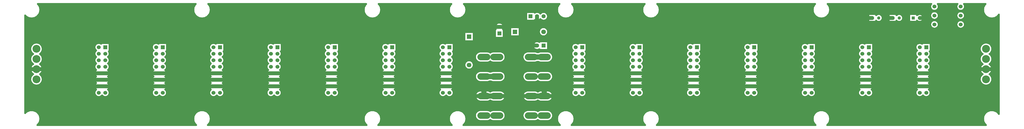
<source format=gtl>
G04 DipTrace 3.0.0.1*
G04 moraydular_powerbus_wide_final1.GTL*
%MOMM*%
G04 #@! TF.FileFunction,Copper,L1,Top*
G04 #@! TF.Part,Single*
%AMOUTLINE0*
4,1,20,
1.2689,1.27,
1.70333,1.1938,
2.0855,0.9736,
2.3693,0.63597,
2.5205,0.22163,
2.5209,-0.21943,
2.3704,-0.63403,
2.0872,-0.97217,
1.7054,-1.19303,
1.2711,-1.27,
-1.2689,-1.27,
-1.70333,-1.1938,
-2.0855,-0.9736,
-2.3693,-0.63597,
-2.5205,-0.22163,
-2.5209,0.21943,
-2.3704,0.63403,
-2.0872,0.97217,
-1.7054,1.19303,
-1.2711,1.27,
1.2689,1.27,
0*%
G04 #@! TA.AperFunction,Conductor*
%ADD13C,2.032*%
G04 #@! TA.AperFunction,ComponentPad*
%ADD14C,1.524*%
G04 #@! TA.AperFunction,CopperBalancing*
%ADD22C,0.635*%
G04 #@! TA.AperFunction,ComponentPad*
%ADD25R,1.524X1.524*%
%ADD26C,1.27*%
%ADD27R,1.27X1.27*%
%ADD29R,1.6X1.6*%
%ADD30C,1.6*%
%ADD31C,1.6*%
%ADD32R,1.8X1.8*%
%ADD33C,1.8*%
%ADD34C,3.048*%
%ADD35C,1.524*%
%ADD65OUTLINE0*%
%FSLAX35Y35*%
G04*
G71*
G90*
G75*
G01*
G04 Top*
%LPD*%
X18907001Y3032001D2*
D13*
X19407001D1*
X20748501Y3794001D2*
X21248501D1*
X18907001Y2270001D2*
X19407001D1*
X20748501D2*
X21248501D1*
X12874501Y3159001D2*
D14*
X13128501D1*
X12874501Y2905001D2*
X13128501D1*
X12874501Y2651001D2*
X13128501D1*
X15097001Y3159001D2*
X15351001D1*
X15097001Y2905001D2*
X15351001D1*
X15097001Y2651001D2*
X15351001D1*
X8429501Y3159001D2*
X8683501D1*
X8429501Y2905001D2*
X8683501D1*
X8429501Y2651001D2*
X8683501D1*
X10652001Y3159001D2*
X10906001D1*
X10652001Y2905001D2*
X10906001D1*
X10652001Y2651001D2*
X10906001D1*
X6207001Y3159001D2*
X6461001D1*
X6207001Y2905001D2*
X6461001D1*
X6207001Y2651001D2*
X6461001D1*
X3984501Y3159001D2*
X4238501D1*
X3984501Y2905001D2*
X4238501D1*
X3984501Y2651001D2*
X4238501D1*
X24685501Y3159001D2*
X24939501D1*
X24685501Y2905001D2*
X24939501D1*
X24685501Y2651001D2*
X24939501D1*
X26908001Y3159001D2*
X27162001D1*
X26908001Y2651001D2*
X27162001D1*
X29130501Y3159001D2*
X29384501D1*
X29130501Y2905001D2*
X29384501D1*
X29130501Y2651001D2*
X29384501D1*
X31353001Y3159001D2*
X31607001D1*
X31353001Y2905001D2*
X31607001D1*
X31353001Y2651001D2*
X31607001D1*
X33575501Y3159001D2*
X33829501D1*
X33575501Y2905001D2*
X33829501D1*
X33575501Y2651001D2*
X33829501D1*
X35798001Y3159001D2*
X36052001D1*
X35798001Y2905001D2*
X36052001D1*
X35798001Y2651001D2*
X36052001D1*
X26908001Y2905001D2*
X27162001D1*
X17319501Y3159001D2*
X17573501D1*
X17319501Y2905001D2*
X17573501D1*
X17319501Y2651001D2*
X17573501D1*
X22463001Y3159001D2*
X22717001D1*
X22463001Y2905001D2*
X22717001D1*
X22463001Y2651001D2*
X22717001D1*
X20970751Y5381501D2*
Y5222751D1*
X20875501Y5127501D1*
X19796001D1*
X19637251Y4968751D1*
X19510251D1*
X21248501Y2270001D2*
D13*
Y2587501D1*
X22145501D1*
X22209001Y2651001D1*
X22285201D1*
D14*
X22463001D1*
X18907001Y2270001D2*
D13*
Y2587501D1*
X18018001D1*
X17954501Y2651001D1*
X17751301D1*
D14*
X17573501D1*
X1673807Y5803484D2*
D22*
X7692243D1*
X8277807D2*
X14296243D1*
X14881807D2*
X17598243D1*
X18183807D2*
X21789243D1*
X22374807D2*
X25091243D1*
X25676807D2*
X31695243D1*
X32280807D2*
X36207216D1*
X36531835D2*
X37223216D1*
X37547835D2*
X38299243D1*
X1702457Y5740317D2*
X7663594D1*
X8306457D2*
X14267594D1*
X14910457D2*
X17569594D1*
X18212457D2*
X21760594D1*
X22403457D2*
X25062594D1*
X25705457D2*
X31666594D1*
X32309457D2*
X36203371D1*
X36535556D2*
X37219371D1*
X37551556D2*
X38270594D1*
X1716844Y5677151D2*
X7649207D1*
X8320844D2*
X14253207D1*
X14924844D2*
X17555207D1*
X18226844D2*
X21746207D1*
X22417844D2*
X25048207D1*
X25719844D2*
X31652207D1*
X32323844D2*
X36226315D1*
X36512735D2*
X37242315D1*
X37528735D2*
X38256207D1*
X1718704Y5613984D2*
X7647223D1*
X8322704D2*
X14251223D1*
X14926704D2*
X17553223D1*
X18228704D2*
X21744223D1*
X22419704D2*
X25046223D1*
X25721704D2*
X31650223D1*
X32325704D2*
X36300233D1*
X36438817D2*
X37316233D1*
X37454817D2*
X38254223D1*
X1708410Y5550817D2*
X7657517D1*
X8312410D2*
X14261517D1*
X14916410D2*
X17563517D1*
X18218410D2*
X21754517D1*
X22409410D2*
X25056517D1*
X25711410D2*
X31660517D1*
X32315410D2*
X36278901D1*
X36460025D2*
X37294901D1*
X37476025D2*
X38264517D1*
X1684722Y5487651D2*
X7681329D1*
X8288722D2*
X14285329D1*
X14892722D2*
X17587329D1*
X18194722D2*
X20545288D1*
X21357567D2*
X21778329D1*
X22385722D2*
X25080329D1*
X25687722D2*
X31684329D1*
X32291722D2*
X36219990D1*
X36518936D2*
X37235990D1*
X37534936D2*
X38288329D1*
X1643794Y5424484D2*
X7722257D1*
X8247794D2*
X14326257D1*
X14851794D2*
X17628257D1*
X18153794D2*
X20545288D1*
X21390557D2*
X21819257D1*
X22344794D2*
X25121257D1*
X25646794D2*
X31725257D1*
X32250794D2*
X33801533D1*
X34320497D2*
X34595283D1*
X35114247D2*
X35389033D1*
X35907997D2*
X36202255D1*
X36536796D2*
X37218255D1*
X37552796D2*
X38329257D1*
X1139763Y5361317D2*
X1187403D1*
X1574713D2*
X7791338D1*
X8178713D2*
X14395338D1*
X14782713D2*
X17697338D1*
X18084713D2*
X20545288D1*
X21394898D2*
X21888338D1*
X22275713D2*
X25190338D1*
X25577713D2*
X31794338D1*
X32181713D2*
X33801533D1*
X34358944D2*
X34595283D1*
X35152694D2*
X35389033D1*
X35946444D2*
X36210440D1*
X36528610D2*
X37226440D1*
X37544610D2*
X38398338D1*
X38785713D2*
X38860325D1*
X1139763Y5298151D2*
X20545288D1*
X21373566D2*
X33801533D1*
X34364153D2*
X34595283D1*
X35157903D2*
X35389033D1*
X35951653D2*
X36250128D1*
X36488799D2*
X37266128D1*
X37504799D2*
X38860325D1*
X1139763Y5234984D2*
X20545288D1*
X21053214D2*
X21142337D1*
X21307214D2*
X33801533D1*
X34340093D2*
X34595283D1*
X35133843D2*
X35389033D1*
X35927593D2*
X38860325D1*
X1139763Y5171817D2*
X33801533D1*
X34111393D2*
X34177572D1*
X34243478D2*
X34595283D1*
X34905143D2*
X34971322D1*
X35037228D2*
X35389033D1*
X35698893D2*
X35765072D1*
X35830978D2*
X36243183D1*
X36495868D2*
X37259183D1*
X37511868D2*
X38860325D1*
X1139763Y5108651D2*
X19416303D1*
X19604248D2*
X36208208D1*
X36530843D2*
X37224208D1*
X37546843D2*
X38860325D1*
X1139763Y5045484D2*
X19357764D1*
X19662787D2*
X36202875D1*
X36536052D2*
X37218875D1*
X37552052D2*
X38860325D1*
X1139763Y4982317D2*
X19339408D1*
X19681142D2*
X36224083D1*
X36514968D2*
X37240083D1*
X37530968D2*
X38860325D1*
X1139763Y4919151D2*
X19346478D1*
X19674073D2*
X19932116D1*
X20294934D2*
X21108231D1*
X21328794D2*
X36292172D1*
X36446755D2*
X37308172D1*
X37462755D2*
X38860325D1*
X1139763Y4855984D2*
X19338788D1*
X19681639D2*
X19932116D1*
X20294934D2*
X21055273D1*
X21381752D2*
X38860325D1*
X1139763Y4792817D2*
X19338788D1*
X19681639D2*
X19932116D1*
X20294934D2*
X21037661D1*
X21399363D2*
X38860325D1*
X1139763Y4729651D2*
X18154116D1*
X18516934D2*
X19338788D1*
X19681639D2*
X19932116D1*
X20294934D2*
X21043986D1*
X21393038D2*
X38860325D1*
X1139763Y4666484D2*
X18154116D1*
X18516934D2*
X19338788D1*
X19681639D2*
X19932116D1*
X20294934D2*
X21077349D1*
X21359676D2*
X38860325D1*
X1139763Y4603317D2*
X18154116D1*
X18516934D2*
X19338788D1*
X19681639D2*
X19932116D1*
X20294934D2*
X38860325D1*
X1139763Y4540151D2*
X18154116D1*
X18516934D2*
X38860325D1*
X1139763Y4476984D2*
X18154116D1*
X18516934D2*
X38860325D1*
X1139763Y4413817D2*
X18154116D1*
X18516934D2*
X38860325D1*
X1139763Y4350651D2*
X20843192D1*
X21396139D2*
X38860325D1*
X1139763Y4287484D2*
X1405619D1*
X1737307D2*
X3862523D1*
X4406168D2*
X6085023D1*
X6628668D2*
X8307523D1*
X8851168D2*
X10530023D1*
X11073668D2*
X12752523D1*
X13296168D2*
X14975023D1*
X15518668D2*
X17197523D1*
X17741168D2*
X20806730D1*
X21396139D2*
X22341023D1*
X22884668D2*
X24563523D1*
X25107168D2*
X26786023D1*
X27329668D2*
X29008523D1*
X29552168D2*
X31231023D1*
X31774668D2*
X33453523D1*
X33997168D2*
X35676023D1*
X36219668D2*
X38203869D1*
X38535557D2*
X38860325D1*
X1139763Y4224317D2*
X1356134D1*
X1786793D2*
X3824572D1*
X4406168D2*
X6047072D1*
X6628668D2*
X8269572D1*
X8851168D2*
X10492072D1*
X11073668D2*
X12714572D1*
X13296168D2*
X14937072D1*
X15518668D2*
X17159572D1*
X17741168D2*
X20799908D1*
X21396139D2*
X22303072D1*
X22884668D2*
X24525572D1*
X25107168D2*
X26748072D1*
X27329668D2*
X28970572D1*
X29552168D2*
X31193072D1*
X31774668D2*
X33415572D1*
X33997168D2*
X35638072D1*
X36219668D2*
X38154384D1*
X38585043D2*
X38860325D1*
X1139763Y4161151D2*
X1332941D1*
X1810109D2*
X3817503D1*
X4406168D2*
X6040003D1*
X6628668D2*
X8262503D1*
X8851168D2*
X10485003D1*
X11073668D2*
X12707503D1*
X13296168D2*
X14930003D1*
X15518668D2*
X17152503D1*
X17741168D2*
X20818512D1*
X21396139D2*
X22296003D1*
X22884668D2*
X24518503D1*
X25107168D2*
X26741003D1*
X27329668D2*
X28963503D1*
X29552168D2*
X31186003D1*
X31774668D2*
X33408503D1*
X33997168D2*
X35631003D1*
X36219668D2*
X38131191D1*
X38608359D2*
X38860325D1*
X1139763Y4097984D2*
X1328105D1*
X1814946D2*
X3836479D1*
X4406168D2*
X6058979D1*
X6628668D2*
X8281479D1*
X8851168D2*
X10503979D1*
X11073668D2*
X12726479D1*
X13296168D2*
X14948979D1*
X15518668D2*
X17171479D1*
X17741168D2*
X20877795D1*
X21396139D2*
X22314979D1*
X22884668D2*
X24537479D1*
X25107168D2*
X26759979D1*
X27329668D2*
X28982479D1*
X29552168D2*
X31204979D1*
X31774668D2*
X33427479D1*
X33997168D2*
X35649979D1*
X36219668D2*
X38126355D1*
X38613196D2*
X38860325D1*
X1139763Y4034817D2*
X1340383D1*
X1802668D2*
X3863888D1*
X4406168D2*
X6086388D1*
X6628668D2*
X8308888D1*
X8851168D2*
X10531388D1*
X11073668D2*
X12753888D1*
X13296168D2*
X14976388D1*
X15518668D2*
X17198888D1*
X17741168D2*
X22342388D1*
X22884668D2*
X24564888D1*
X25107168D2*
X26787388D1*
X27329668D2*
X29009888D1*
X29552168D2*
X31232388D1*
X31774668D2*
X33454888D1*
X33997168D2*
X35677388D1*
X36219668D2*
X38138633D1*
X38600918D2*
X38860325D1*
X1139763Y3971651D2*
X1373249D1*
X1769802D2*
X3825068D1*
X4397982D2*
X6047568D1*
X6620482D2*
X8270068D1*
X8842982D2*
X10492568D1*
X11065482D2*
X12715068D1*
X13287982D2*
X14937568D1*
X15510482D2*
X17160068D1*
X17732982D2*
X18661000D1*
X19652989D2*
X20502500D1*
X21494489D2*
X22303568D1*
X22876482D2*
X24526068D1*
X25098982D2*
X26748568D1*
X27321482D2*
X28971068D1*
X29543982D2*
X31193568D1*
X31766482D2*
X33416068D1*
X33988982D2*
X35638568D1*
X36211482D2*
X38171499D1*
X38568052D2*
X38860325D1*
X1139763Y3908484D2*
X1427075D1*
X1715975D2*
X3817379D1*
X4405672D2*
X6039879D1*
X6628172D2*
X8262379D1*
X8850672D2*
X10484879D1*
X11073172D2*
X12707379D1*
X13295672D2*
X14929879D1*
X15518172D2*
X17152379D1*
X17740672D2*
X18595516D1*
X19718473D2*
X20437016D1*
X21559973D2*
X22295879D1*
X22884172D2*
X24518379D1*
X25106672D2*
X26740879D1*
X27329172D2*
X28963379D1*
X29551672D2*
X31185879D1*
X31774172D2*
X33408379D1*
X33996672D2*
X35630879D1*
X36219172D2*
X38225325D1*
X38514225D2*
X38860325D1*
X1139763Y3845317D2*
X1366428D1*
X1776623D2*
X3835734D1*
X4387316D2*
X6058234D1*
X6609816D2*
X8280734D1*
X8832316D2*
X10503234D1*
X11054816D2*
X12725734D1*
X13277316D2*
X14948234D1*
X15499816D2*
X17170734D1*
X17722316D2*
X18568727D1*
X19745387D2*
X20410227D1*
X21586887D2*
X22314234D1*
X22865816D2*
X24536734D1*
X25088316D2*
X26759234D1*
X27310816D2*
X28981734D1*
X29533316D2*
X31204234D1*
X31755816D2*
X33426734D1*
X33978316D2*
X35649234D1*
X36200816D2*
X38164678D1*
X38574873D2*
X38860325D1*
X1139763Y3782151D2*
X1337282D1*
X1805768D2*
X3865252D1*
X4357799D2*
X6087752D1*
X6580299D2*
X8310252D1*
X8802799D2*
X10532752D1*
X11025299D2*
X12755252D1*
X13247799D2*
X14977752D1*
X15470299D2*
X17200252D1*
X17692799D2*
X18563518D1*
X19750472D2*
X20405018D1*
X21591972D2*
X22343752D1*
X22836299D2*
X24566252D1*
X25058799D2*
X26788752D1*
X27281299D2*
X29011252D1*
X29503799D2*
X31233752D1*
X31726299D2*
X33456252D1*
X33948799D2*
X35678752D1*
X36171299D2*
X38135532D1*
X38604018D2*
X38860325D1*
X1139763Y3718984D2*
X1327732D1*
X1815318D2*
X3825440D1*
X4397486D2*
X6047940D1*
X6619986D2*
X8270440D1*
X8842486D2*
X10492940D1*
X11064986D2*
X12715440D1*
X13287486D2*
X14937940D1*
X15509986D2*
X17160440D1*
X17732486D2*
X18577284D1*
X19736705D2*
X20418784D1*
X21578205D2*
X22303940D1*
X22875986D2*
X24526440D1*
X25098486D2*
X26748940D1*
X27320986D2*
X28971440D1*
X29543486D2*
X31193940D1*
X31765986D2*
X33416440D1*
X33988486D2*
X35638940D1*
X36210986D2*
X38125982D1*
X38613568D2*
X38860325D1*
X1139763Y3655817D2*
X1335174D1*
X1807753D2*
X3817255D1*
X4405796D2*
X6039755D1*
X6628296D2*
X8262255D1*
X8850796D2*
X10484755D1*
X11073296D2*
X12707255D1*
X13295796D2*
X14929755D1*
X15518296D2*
X17152255D1*
X17740796D2*
X18302572D1*
X18368354D2*
X18615235D1*
X19698754D2*
X20456735D1*
X21540254D2*
X22295755D1*
X22884296D2*
X24518255D1*
X25106796D2*
X26740755D1*
X27329296D2*
X28963255D1*
X29551796D2*
X31185755D1*
X31774296D2*
X33408255D1*
X33996796D2*
X35630755D1*
X36219296D2*
X38133424D1*
X38606003D2*
X38860325D1*
X1139763Y3592651D2*
X1361715D1*
X1781212D2*
X3834990D1*
X4387936D2*
X6057490D1*
X6610436D2*
X8279990D1*
X8832936D2*
X10502490D1*
X11055436D2*
X12724990D1*
X13277936D2*
X14947490D1*
X15500436D2*
X17169990D1*
X17722936D2*
X18192812D1*
X18478115D2*
X18707509D1*
X19106418D2*
X19207447D1*
X19606480D2*
X20549009D1*
X20947918D2*
X21048947D1*
X21447980D2*
X22313490D1*
X22866436D2*
X24535990D1*
X25088936D2*
X26758490D1*
X27311436D2*
X28980990D1*
X29533936D2*
X31203490D1*
X31756436D2*
X33425990D1*
X33978936D2*
X35648490D1*
X36201436D2*
X38159965D1*
X38579462D2*
X38860325D1*
X1139763Y3529484D2*
X1417153D1*
X1725773D2*
X3866616D1*
X4356434D2*
X6089116D1*
X6578934D2*
X8311616D1*
X8801434D2*
X10534116D1*
X11023934D2*
X12756616D1*
X13246434D2*
X14979116D1*
X15468934D2*
X17201616D1*
X17691434D2*
X18160441D1*
X18510609D2*
X22345116D1*
X22834934D2*
X24567616D1*
X25057434D2*
X26790116D1*
X27279934D2*
X29012616D1*
X29502434D2*
X31235116D1*
X31724934D2*
X33457616D1*
X33947434D2*
X35680116D1*
X36169934D2*
X38215403D1*
X38524023D2*
X38860325D1*
X1139763Y3466317D2*
X1378830D1*
X1764097D2*
X3825937D1*
X4397114D2*
X6048437D1*
X6619614D2*
X8270937D1*
X8842114D2*
X10493437D1*
X11064614D2*
X12715937D1*
X13287114D2*
X14938437D1*
X15509614D2*
X17160937D1*
X17732114D2*
X18154860D1*
X18516190D2*
X22304437D1*
X22875614D2*
X24526937D1*
X25098114D2*
X26749437D1*
X27320614D2*
X28971937D1*
X29543114D2*
X31194437D1*
X31765614D2*
X33416937D1*
X33988114D2*
X35639437D1*
X36210614D2*
X38177080D1*
X38562347D2*
X38860325D1*
X1139763Y3403151D2*
X1343111D1*
X1799939D2*
X3817131D1*
X4405796D2*
X6039631D1*
X6628296D2*
X8262131D1*
X8850796D2*
X10484631D1*
X11073296D2*
X12707131D1*
X13295796D2*
X14929631D1*
X15518296D2*
X17152131D1*
X17740796D2*
X18173216D1*
X18497835D2*
X22295631D1*
X22884296D2*
X24518131D1*
X25106796D2*
X26740631D1*
X27329296D2*
X28963131D1*
X29551796D2*
X31185631D1*
X31774296D2*
X33408131D1*
X33996796D2*
X35630631D1*
X36219296D2*
X38141361D1*
X38598189D2*
X38860325D1*
X1139763Y3339984D2*
X1328601D1*
X1814450D2*
X3834370D1*
X4388681D2*
X6056870D1*
X6611181D2*
X8279370D1*
X8833681D2*
X10501870D1*
X11056181D2*
X12724370D1*
X13278681D2*
X14946870D1*
X15501181D2*
X17169370D1*
X17723681D2*
X18227786D1*
X18443265D2*
X22312870D1*
X22867181D2*
X24535370D1*
X25089681D2*
X26757870D1*
X27312181D2*
X28980370D1*
X29534681D2*
X31202870D1*
X31757181D2*
X33425370D1*
X33979681D2*
X35647870D1*
X36202181D2*
X38126851D1*
X38612700D2*
X38860325D1*
X1139763Y3276817D2*
X1331453D1*
X1811598D2*
X3867981D1*
X4354946D2*
X6090481D1*
X6577446D2*
X8312981D1*
X8799946D2*
X10535481D1*
X11022446D2*
X12757981D1*
X13244946D2*
X14980481D1*
X15467446D2*
X17202981D1*
X17689946D2*
X22346481D1*
X22833446D2*
X24568981D1*
X25055946D2*
X26791481D1*
X27278446D2*
X29013981D1*
X29500946D2*
X31236481D1*
X31723446D2*
X33458981D1*
X33945946D2*
X35681481D1*
X36168446D2*
X38129703D1*
X38609848D2*
X38860325D1*
X1139763Y3213651D2*
X1352289D1*
X1790638D2*
X3826433D1*
X4396618D2*
X6048933D1*
X6619118D2*
X8271433D1*
X8841618D2*
X10493933D1*
X11064118D2*
X12716433D1*
X13286618D2*
X14938933D1*
X15509118D2*
X17161433D1*
X17731618D2*
X18667945D1*
X19646044D2*
X20509445D1*
X20987605D2*
X21009562D1*
X21487544D2*
X22304933D1*
X22875118D2*
X24527433D1*
X25097618D2*
X26749933D1*
X27320118D2*
X28972433D1*
X29542618D2*
X31194933D1*
X31765118D2*
X33417433D1*
X33987618D2*
X35639933D1*
X36210118D2*
X38150539D1*
X38588888D2*
X38860325D1*
X1139763Y3150484D2*
X1397806D1*
X1745121D2*
X3817131D1*
X4405920D2*
X6039631D1*
X6628420D2*
X8262131D1*
X8850920D2*
X10484631D1*
X11073420D2*
X12707131D1*
X13295920D2*
X14929631D1*
X15518420D2*
X17152131D1*
X17740920D2*
X18598740D1*
X19715249D2*
X20440240D1*
X21556749D2*
X22295631D1*
X22884420D2*
X24518131D1*
X25106920D2*
X26740631D1*
X27329420D2*
X28963131D1*
X29551920D2*
X31185631D1*
X31774420D2*
X33408131D1*
X33996920D2*
X35630631D1*
X36219420D2*
X38196056D1*
X38543371D2*
X38860325D1*
X1139763Y3087317D2*
X1393837D1*
X1749090D2*
X3833626D1*
X4389301D2*
X6056126D1*
X6611801D2*
X8278626D1*
X8834301D2*
X10501126D1*
X11056801D2*
X12723626D1*
X13279301D2*
X14946126D1*
X15501801D2*
X17168626D1*
X17724301D2*
X18570091D1*
X19743898D2*
X20411591D1*
X21585398D2*
X22312126D1*
X22867801D2*
X24534626D1*
X25090301D2*
X26757126D1*
X27312801D2*
X28979626D1*
X29535301D2*
X31202126D1*
X31757801D2*
X33424626D1*
X33980301D2*
X35647126D1*
X36202801D2*
X38192087D1*
X38547340D2*
X38860325D1*
X1139763Y3024151D2*
X1350429D1*
X1792622D2*
X3869469D1*
X4353582D2*
X6091969D1*
X6576082D2*
X8314469D1*
X8798582D2*
X10536969D1*
X11021082D2*
X12759469D1*
X13243582D2*
X14981969D1*
X15466082D2*
X17204469D1*
X17688582D2*
X18563518D1*
X19750472D2*
X20405018D1*
X21591972D2*
X22347969D1*
X22832082D2*
X24570469D1*
X25054582D2*
X26792969D1*
X27277082D2*
X29015469D1*
X29499582D2*
X31237969D1*
X31722082D2*
X33460469D1*
X33944582D2*
X35682969D1*
X36167082D2*
X38148679D1*
X38590872D2*
X38860325D1*
X1139763Y2960984D2*
X1330709D1*
X1812218D2*
X3826929D1*
X4396122D2*
X6049429D1*
X6618622D2*
X8271929D1*
X8841122D2*
X10494429D1*
X11063622D2*
X12716929D1*
X13286122D2*
X14939429D1*
X15508622D2*
X17161929D1*
X17731122D2*
X18575796D1*
X19738193D2*
X20417296D1*
X21579693D2*
X22305429D1*
X22874622D2*
X24527929D1*
X25097122D2*
X26750429D1*
X27319622D2*
X28972929D1*
X29542122D2*
X31195429D1*
X31764622D2*
X33417929D1*
X33987122D2*
X35640429D1*
X36209622D2*
X38128959D1*
X38610468D2*
X38860325D1*
X1139763Y2897817D2*
X1328973D1*
X1814078D2*
X3817007D1*
X4405920D2*
X6039507D1*
X6628420D2*
X8262007D1*
X8850920D2*
X10484507D1*
X11073420D2*
X12707007D1*
X13295920D2*
X14929507D1*
X15518420D2*
X17152007D1*
X17740920D2*
X18611887D1*
X19702102D2*
X20453387D1*
X21543602D2*
X22295507D1*
X22884420D2*
X24518007D1*
X25106920D2*
X26740507D1*
X27329420D2*
X28963007D1*
X29551920D2*
X31185507D1*
X31774420D2*
X33408007D1*
X33996920D2*
X35630507D1*
X36219420D2*
X38127223D1*
X38612328D2*
X38860325D1*
X1139763Y2834651D2*
X1344600D1*
X1798327D2*
X3833006D1*
X4390045D2*
X6055506D1*
X6612545D2*
X8278006D1*
X8835045D2*
X10500506D1*
X11057545D2*
X12723006D1*
X13280045D2*
X14945506D1*
X15502545D2*
X17168006D1*
X17725045D2*
X18696223D1*
X19117828D2*
X19196285D1*
X19617766D2*
X20537723D1*
X20959328D2*
X21037785D1*
X21459266D2*
X22311506D1*
X22868545D2*
X24534006D1*
X25091045D2*
X26756506D1*
X27313545D2*
X28979006D1*
X29536045D2*
X31201506D1*
X31758545D2*
X33424006D1*
X33981045D2*
X35646506D1*
X36203545D2*
X38142850D1*
X38596577D2*
X38860325D1*
X1139763Y2771484D2*
X1382055D1*
X1760872D2*
X3870957D1*
X4352094D2*
X6093457D1*
X6574594D2*
X8315957D1*
X8797094D2*
X10538457D1*
X11019594D2*
X12760957D1*
X13242094D2*
X14983457D1*
X15464594D2*
X17205957D1*
X17687094D2*
X22349457D1*
X22830594D2*
X24571957D1*
X25053094D2*
X26794457D1*
X27275594D2*
X29016957D1*
X29498094D2*
X31239457D1*
X31720594D2*
X33461957D1*
X33943094D2*
X35684457D1*
X36165594D2*
X38180305D1*
X38559122D2*
X38860325D1*
X1139763Y2708317D2*
X1463166D1*
X1679885D2*
X3827425D1*
X4395626D2*
X6049925D1*
X6618126D2*
X8272425D1*
X8840626D2*
X10494925D1*
X11063126D2*
X12717425D1*
X13285626D2*
X14939925D1*
X15508126D2*
X17162425D1*
X17730626D2*
X22305925D1*
X22874126D2*
X24528425D1*
X25096626D2*
X26750925D1*
X27319126D2*
X28973425D1*
X29541626D2*
X31195925D1*
X31764126D2*
X33418425D1*
X33986626D2*
X35640925D1*
X36209126D2*
X38261416D1*
X38478135D2*
X38860325D1*
X1139763Y2645151D2*
X3817007D1*
X4406044D2*
X6039507D1*
X6628544D2*
X8262007D1*
X8851044D2*
X10484507D1*
X11073544D2*
X12707007D1*
X13296044D2*
X14929507D1*
X15518544D2*
X17152007D1*
X17741044D2*
X22295507D1*
X22884544D2*
X24518007D1*
X25107044D2*
X26740507D1*
X27329544D2*
X28963007D1*
X29552044D2*
X31185507D1*
X31774544D2*
X33408007D1*
X33997044D2*
X35630507D1*
X36219544D2*
X38860325D1*
X1139763Y2581984D2*
X3832386D1*
X4390665D2*
X6054886D1*
X6613165D2*
X8277386D1*
X8835665D2*
X10499886D1*
X11058165D2*
X12722386D1*
X13280665D2*
X14944886D1*
X15503165D2*
X17167386D1*
X17725665D2*
X22310886D1*
X22869165D2*
X24533386D1*
X25091665D2*
X26755886D1*
X27314165D2*
X28978386D1*
X29536665D2*
X31200886D1*
X31759165D2*
X33423386D1*
X33981665D2*
X35645886D1*
X36204165D2*
X38860325D1*
X1139763Y2518817D2*
X3872445D1*
X4350605D2*
X6094945D1*
X6573105D2*
X8317445D1*
X8795605D2*
X10539945D1*
X11018105D2*
X12762445D1*
X13240605D2*
X14984945D1*
X15463105D2*
X17207445D1*
X17685605D2*
X22350945D1*
X22829105D2*
X24573445D1*
X25051605D2*
X26795945D1*
X27274105D2*
X29018445D1*
X29496605D2*
X31240945D1*
X31719105D2*
X33463445D1*
X33941605D2*
X35685945D1*
X36164105D2*
X38860325D1*
X1139763Y2455651D2*
X3827921D1*
X4395130D2*
X6050421D1*
X6617630D2*
X8272921D1*
X8840130D2*
X10495421D1*
X11062630D2*
X12717921D1*
X13285130D2*
X14940421D1*
X15507630D2*
X17162921D1*
X17730130D2*
X18674891D1*
X19139160D2*
X19174829D1*
X19639098D2*
X20516391D1*
X20980660D2*
X21016329D1*
X21480598D2*
X22306421D1*
X22873630D2*
X24528921D1*
X25096130D2*
X26751421D1*
X27318630D2*
X28973921D1*
X29541130D2*
X31196421D1*
X31763630D2*
X33418921D1*
X33986130D2*
X35641421D1*
X36208630D2*
X38860325D1*
X1139763Y2392484D2*
X3816883D1*
X4406044D2*
X6039383D1*
X6628544D2*
X8261883D1*
X8851044D2*
X10484383D1*
X11073544D2*
X12706883D1*
X13296044D2*
X14929383D1*
X15518544D2*
X17151883D1*
X17741044D2*
X18602089D1*
X19711900D2*
X20443589D1*
X21553400D2*
X22295383D1*
X22884544D2*
X24517883D1*
X25107044D2*
X26740383D1*
X27329544D2*
X28962883D1*
X29552044D2*
X31185383D1*
X31774544D2*
X33407883D1*
X33997044D2*
X35630383D1*
X36219544D2*
X38860325D1*
X1139763Y2329317D2*
X3831766D1*
X4391285D2*
X6054266D1*
X6613785D2*
X8276766D1*
X8836285D2*
X10499266D1*
X11058785D2*
X12721766D1*
X13281285D2*
X14944266D1*
X15503785D2*
X17166766D1*
X17726285D2*
X18571579D1*
X19742410D2*
X20413079D1*
X21583910D2*
X22310266D1*
X22869785D2*
X24532766D1*
X25092285D2*
X26755266D1*
X27314785D2*
X28977766D1*
X29537285D2*
X31200266D1*
X31759785D2*
X33422766D1*
X33982285D2*
X35645266D1*
X36204785D2*
X38860325D1*
X1139763Y2266151D2*
X3883856D1*
X4085195D2*
X4137856D1*
X4339195D2*
X6106356D1*
X6307695D2*
X6360356D1*
X6561695D2*
X8328856D1*
X8530195D2*
X8582856D1*
X8784195D2*
X10551356D1*
X10752695D2*
X10805356D1*
X11006695D2*
X12773856D1*
X12975195D2*
X13027856D1*
X13229195D2*
X14996356D1*
X15197695D2*
X15250356D1*
X15451695D2*
X17218856D1*
X17420195D2*
X17472856D1*
X17674195D2*
X18563518D1*
X19750472D2*
X20405018D1*
X21591972D2*
X22362356D1*
X22563695D2*
X22616356D1*
X22817695D2*
X24584856D1*
X24786195D2*
X24838856D1*
X25040195D2*
X26807356D1*
X27008695D2*
X27061356D1*
X27262695D2*
X29029856D1*
X29231195D2*
X29283856D1*
X29485195D2*
X31252356D1*
X31453695D2*
X31506356D1*
X31707695D2*
X33474856D1*
X33676195D2*
X33728856D1*
X33930195D2*
X35697356D1*
X35898695D2*
X35951356D1*
X36152695D2*
X38860325D1*
X1139763Y2202984D2*
X18574432D1*
X19739557D2*
X20415932D1*
X21581057D2*
X38860325D1*
X1139763Y2139817D2*
X18608538D1*
X19705451D2*
X20450038D1*
X21546951D2*
X38860325D1*
X1139763Y2076651D2*
X18688285D1*
X19125765D2*
X19188224D1*
X19625828D2*
X20529785D1*
X20967265D2*
X21029724D1*
X21467328D2*
X38860325D1*
X1139763Y2013484D2*
X38860325D1*
X1139763Y1950317D2*
X38860325D1*
X1139763Y1887151D2*
X38860325D1*
X1139763Y1823984D2*
X38860325D1*
X1139763Y1760817D2*
X38860325D1*
X1139763Y1697651D2*
X1274650D1*
X1487400D2*
X7878650D1*
X8091400D2*
X14482650D1*
X14695400D2*
X17784650D1*
X17997400D2*
X18681836D1*
X19132215D2*
X19181774D1*
X19632153D2*
X20523336D1*
X20973715D2*
X21023274D1*
X21473653D2*
X21975650D1*
X22188400D2*
X25277650D1*
X25490400D2*
X31881650D1*
X32094400D2*
X38485650D1*
X38698400D2*
X38860325D1*
X1139763Y1634484D2*
X1160144D1*
X1601874D2*
X7764177D1*
X8205874D2*
X14368177D1*
X14809874D2*
X17670177D1*
X18111874D2*
X18605438D1*
X19708552D2*
X20446938D1*
X21550052D2*
X21861177D1*
X22302874D2*
X25163177D1*
X25604874D2*
X31767177D1*
X32208874D2*
X38371177D1*
X38812874D2*
X38860325D1*
X1659545Y1571317D2*
X7706506D1*
X8263545D2*
X14310506D1*
X14867545D2*
X17612506D1*
X18169545D2*
X18573067D1*
X19740922D2*
X20414567D1*
X21582422D2*
X21803506D1*
X22360545D2*
X25105506D1*
X25662545D2*
X31709506D1*
X32266545D2*
X38313506D1*
X1694147Y1508151D2*
X7671903D1*
X8298147D2*
X14275903D1*
X14902147D2*
X17577903D1*
X18204147D2*
X18563518D1*
X19750472D2*
X20405018D1*
X21591972D2*
X21768903D1*
X22395147D2*
X25070903D1*
X25697147D2*
X31674903D1*
X32301147D2*
X38278903D1*
X1713247Y1444984D2*
X7652804D1*
X8317247D2*
X14256804D1*
X14921247D2*
X17558804D1*
X18223247D2*
X18572943D1*
X19741046D2*
X20414443D1*
X21582546D2*
X21749804D1*
X22414247D2*
X25051804D1*
X25716247D2*
X31655804D1*
X32320247D2*
X38259804D1*
X1719448Y1381817D2*
X7646603D1*
X8323448D2*
X14250603D1*
X14927448D2*
X17552603D1*
X18229448D2*
X18605190D1*
X19708800D2*
X20446690D1*
X21550300D2*
X21743603D1*
X22420448D2*
X25045603D1*
X25722448D2*
X31649603D1*
X32326448D2*
X38253603D1*
X1713495Y1318651D2*
X7652432D1*
X8317495D2*
X14256432D1*
X14921495D2*
X17558432D1*
X18223495D2*
X18681340D1*
X19132711D2*
X19181278D1*
X19632773D2*
X20522840D1*
X20974211D2*
X21022778D1*
X21474273D2*
X21749432D1*
X22414495D2*
X25051432D1*
X25716495D2*
X31655432D1*
X32320495D2*
X38259432D1*
X1694767Y1255484D2*
X7671159D1*
X8298767D2*
X14275159D1*
X14902767D2*
X17577159D1*
X18204767D2*
X21768159D1*
X22395767D2*
X25070159D1*
X25697767D2*
X31674159D1*
X32301767D2*
X38278159D1*
X1660661Y1192317D2*
X7705390D1*
X8264661D2*
X14309390D1*
X14868661D2*
X17611390D1*
X18170661D2*
X21802390D1*
X22361661D2*
X25104390D1*
X25663661D2*
X31708390D1*
X32267661D2*
X38312390D1*
X25100293Y3908346D2*
X25096334Y3883348D1*
X25088513Y3859278D1*
X25077023Y3836727D1*
X25062146Y3816251D1*
X25044250Y3798355D1*
X25038850Y3794098D1*
X25053550Y3781050D1*
X25069987Y3761804D1*
X25083211Y3740225D1*
X25092896Y3716842D1*
X25098805Y3692232D1*
X25100791Y3667001D1*
X25098805Y3641769D1*
X25092896Y3617159D1*
X25083211Y3593776D1*
X25069987Y3572197D1*
X25053550Y3552951D1*
X25038850Y3540098D1*
X25053550Y3527050D1*
X25069987Y3507804D1*
X25083211Y3486225D1*
X25092896Y3462842D1*
X25098805Y3438232D1*
X25100791Y3413001D1*
X25098805Y3387769D1*
X25092896Y3363159D1*
X25083211Y3339776D1*
X25069987Y3318197D1*
X25053550Y3298951D1*
X25038850Y3286098D1*
X25055138Y3271439D1*
X25071341Y3251912D1*
X25084281Y3230086D1*
X25093638Y3206501D1*
X25099180Y3181739D1*
X25100791Y3159001D1*
X25098795Y3133705D1*
X25092856Y3109036D1*
X25083123Y3085604D1*
X25069835Y3063988D1*
X25053321Y3044723D1*
X25038923Y3032003D1*
X25055138Y3017439D1*
X25071341Y2997912D1*
X25084281Y2976086D1*
X25093638Y2952501D1*
X25099180Y2927739D1*
X25100791Y2905001D1*
X25098795Y2879705D1*
X25092856Y2855036D1*
X25083123Y2831604D1*
X25069835Y2809988D1*
X25053321Y2790723D1*
X25038923Y2778003D1*
X25055138Y2763439D1*
X25071341Y2743912D1*
X25084281Y2722086D1*
X25093638Y2698501D1*
X25099180Y2673739D1*
X25100791Y2651001D1*
X25098795Y2625705D1*
X25092856Y2601036D1*
X25083123Y2577604D1*
X25069835Y2555988D1*
X25053321Y2536723D1*
X25038923Y2524003D1*
X25053550Y2511050D1*
X25069987Y2491804D1*
X25083211Y2470225D1*
X25092896Y2446842D1*
X25098805Y2422232D1*
X25100791Y2397001D1*
X25098805Y2371769D1*
X25092896Y2347159D1*
X25083211Y2323776D1*
X25069987Y2302197D1*
X25053550Y2282951D1*
X25034304Y2266514D1*
X25012725Y2253290D1*
X24989342Y2243605D1*
X24964732Y2237696D1*
X24939501Y2235711D1*
X24914269Y2237696D1*
X24889659Y2243605D1*
X24866276Y2253290D1*
X24844697Y2266514D1*
X24825451Y2282951D1*
X24812598Y2297651D1*
X24799550Y2282951D1*
X24780304Y2266514D1*
X24758725Y2253290D1*
X24735342Y2243605D1*
X24710732Y2237696D1*
X24685501Y2235711D1*
X24660269Y2237696D1*
X24635659Y2243605D1*
X24612276Y2253290D1*
X24590697Y2266514D1*
X24571451Y2282951D1*
X24555014Y2302197D1*
X24541790Y2323776D1*
X24532105Y2347159D1*
X24526196Y2371769D1*
X24524211Y2397001D1*
X24526196Y2422232D1*
X24532105Y2446842D1*
X24541790Y2470225D1*
X24555014Y2491804D1*
X24571451Y2511050D1*
X24586151Y2523904D1*
X24570768Y2537639D1*
X24554409Y2557035D1*
X24541295Y2578757D1*
X24531749Y2602267D1*
X24526009Y2626983D1*
X24524216Y2652293D1*
X24526414Y2677571D1*
X24532550Y2702192D1*
X24542471Y2725546D1*
X24555932Y2747055D1*
X24572599Y2766186D1*
X24586089Y2777989D1*
X24570768Y2791639D1*
X24554409Y2811035D1*
X24541295Y2832757D1*
X24531749Y2856267D1*
X24526009Y2880983D1*
X24524216Y2906293D1*
X24526414Y2931571D1*
X24532550Y2956192D1*
X24542471Y2979546D1*
X24555932Y3001055D1*
X24572599Y3020186D1*
X24586089Y3031989D1*
X24570768Y3045639D1*
X24554409Y3065035D1*
X24541295Y3086757D1*
X24531749Y3110267D1*
X24526009Y3134983D1*
X24524216Y3160293D1*
X24526414Y3185571D1*
X24532550Y3210192D1*
X24542471Y3233546D1*
X24555932Y3255055D1*
X24572599Y3274186D1*
X24586089Y3285989D1*
X24571451Y3298951D1*
X24555014Y3318197D1*
X24541790Y3339776D1*
X24532105Y3363159D1*
X24526196Y3387769D1*
X24524211Y3413001D1*
X24526196Y3438232D1*
X24532105Y3462842D1*
X24541790Y3486225D1*
X24555014Y3507804D1*
X24571451Y3527050D1*
X24586151Y3539904D1*
X24571451Y3552951D1*
X24555014Y3572197D1*
X24541790Y3593776D1*
X24532105Y3617159D1*
X24526196Y3641769D1*
X24524211Y3667001D1*
X24526196Y3692232D1*
X24532105Y3716842D1*
X24541790Y3740225D1*
X24555014Y3761804D1*
X24571451Y3781050D1*
X24586151Y3793904D1*
X24571451Y3806951D1*
X24555014Y3826197D1*
X24541790Y3847776D1*
X24532105Y3871159D1*
X24526196Y3895769D1*
X24524211Y3921001D1*
X24526196Y3946232D1*
X24532105Y3970842D1*
X24541790Y3994225D1*
X24555014Y4015804D1*
X24571451Y4035050D1*
X24586151Y4047904D1*
X24571451Y4060951D1*
X24555014Y4080197D1*
X24541790Y4101776D1*
X24532105Y4125159D1*
X24526196Y4149769D1*
X24524211Y4175001D1*
X24526196Y4200232D1*
X24532105Y4224842D1*
X24541790Y4248225D1*
X24555014Y4269804D1*
X24571451Y4289050D1*
X24590697Y4305487D1*
X24612276Y4318711D1*
X24635659Y4328396D1*
X24660269Y4334305D1*
X24685501Y4336291D1*
X24710732Y4334305D1*
X24735342Y4328396D1*
X24758725Y4318711D1*
X24778207Y4306889D1*
X24778211Y4336291D1*
X25100791D1*
Y4013710D1*
X25071397D1*
X25083211Y3994225D1*
X25092896Y3970842D1*
X25098805Y3946232D1*
X25100791Y3921001D1*
X25100293Y3908346D1*
X6621793D2*
X6617834Y3883348D1*
X6610013Y3859278D1*
X6598523Y3836727D1*
X6583646Y3816251D1*
X6565750Y3798355D1*
X6560350Y3794098D1*
X6575050Y3781050D1*
X6591487Y3761804D1*
X6604711Y3740225D1*
X6614396Y3716842D1*
X6620305Y3692232D1*
X6622291Y3667001D1*
X6620305Y3641769D1*
X6614396Y3617159D1*
X6604711Y3593776D1*
X6591487Y3572197D1*
X6575050Y3552951D1*
X6560350Y3540098D1*
X6575050Y3527050D1*
X6591487Y3507804D1*
X6604711Y3486225D1*
X6614396Y3462842D1*
X6620305Y3438232D1*
X6622291Y3413001D1*
X6620305Y3387769D1*
X6614396Y3363159D1*
X6604711Y3339776D1*
X6591487Y3318197D1*
X6575050Y3298951D1*
X6560350Y3286098D1*
X6576638Y3271439D1*
X6592841Y3251912D1*
X6605781Y3230086D1*
X6615138Y3206501D1*
X6620680Y3181739D1*
X6622291Y3159001D1*
X6620295Y3133705D1*
X6614356Y3109036D1*
X6604623Y3085604D1*
X6591335Y3063988D1*
X6574821Y3044723D1*
X6560423Y3032003D1*
X6576638Y3017439D1*
X6592841Y2997912D1*
X6605781Y2976086D1*
X6615138Y2952501D1*
X6620680Y2927739D1*
X6622291Y2905001D1*
X6620295Y2879705D1*
X6614356Y2855036D1*
X6604623Y2831604D1*
X6591335Y2809988D1*
X6574821Y2790723D1*
X6560423Y2778003D1*
X6576638Y2763439D1*
X6592841Y2743912D1*
X6605781Y2722086D1*
X6615138Y2698501D1*
X6620680Y2673739D1*
X6622291Y2651001D1*
X6620295Y2625705D1*
X6614356Y2601036D1*
X6604623Y2577604D1*
X6591335Y2555988D1*
X6574821Y2536723D1*
X6560423Y2524003D1*
X6575050Y2511050D1*
X6591487Y2491804D1*
X6604711Y2470225D1*
X6614396Y2446842D1*
X6620305Y2422232D1*
X6622291Y2397001D1*
X6620305Y2371769D1*
X6614396Y2347159D1*
X6604711Y2323776D1*
X6591487Y2302197D1*
X6575050Y2282951D1*
X6555804Y2266514D1*
X6534225Y2253290D1*
X6510842Y2243605D1*
X6486232Y2237696D1*
X6461001Y2235711D1*
X6435769Y2237696D1*
X6411159Y2243605D1*
X6387776Y2253290D1*
X6366197Y2266514D1*
X6346951Y2282951D1*
X6334098Y2297651D1*
X6321050Y2282951D1*
X6301804Y2266514D1*
X6280225Y2253290D1*
X6256842Y2243605D1*
X6232232Y2237696D1*
X6207001Y2235711D1*
X6181769Y2237696D1*
X6157159Y2243605D1*
X6133776Y2253290D1*
X6112197Y2266514D1*
X6092951Y2282951D1*
X6076514Y2302197D1*
X6063290Y2323776D1*
X6053605Y2347159D1*
X6047696Y2371769D1*
X6045711Y2397001D1*
X6047696Y2422232D1*
X6053605Y2446842D1*
X6063290Y2470225D1*
X6076514Y2491804D1*
X6092951Y2511050D1*
X6107651Y2523904D1*
X6092268Y2537639D1*
X6075909Y2557035D1*
X6062795Y2578757D1*
X6053249Y2602267D1*
X6047509Y2626983D1*
X6045716Y2652293D1*
X6047914Y2677571D1*
X6054050Y2702192D1*
X6063971Y2725546D1*
X6077432Y2747055D1*
X6094099Y2766186D1*
X6107589Y2777989D1*
X6092268Y2791639D1*
X6075909Y2811035D1*
X6062795Y2832757D1*
X6053249Y2856267D1*
X6047509Y2880983D1*
X6045716Y2906293D1*
X6047914Y2931571D1*
X6054050Y2956192D1*
X6063971Y2979546D1*
X6077432Y3001055D1*
X6094099Y3020186D1*
X6107589Y3031989D1*
X6092268Y3045639D1*
X6075909Y3065035D1*
X6062795Y3086757D1*
X6053249Y3110267D1*
X6047509Y3134983D1*
X6045716Y3160293D1*
X6047914Y3185571D1*
X6054050Y3210192D1*
X6063971Y3233546D1*
X6077432Y3255055D1*
X6094099Y3274186D1*
X6107589Y3285989D1*
X6092951Y3298951D1*
X6076514Y3318197D1*
X6063290Y3339776D1*
X6053605Y3363159D1*
X6047696Y3387769D1*
X6045711Y3413001D1*
X6047696Y3438232D1*
X6053605Y3462842D1*
X6063290Y3486225D1*
X6076514Y3507804D1*
X6092951Y3527050D1*
X6107651Y3539904D1*
X6092951Y3552951D1*
X6076514Y3572197D1*
X6063290Y3593776D1*
X6053605Y3617159D1*
X6047696Y3641769D1*
X6045711Y3667001D1*
X6047696Y3692232D1*
X6053605Y3716842D1*
X6063290Y3740225D1*
X6076514Y3761804D1*
X6092951Y3781050D1*
X6107651Y3793904D1*
X6092951Y3806951D1*
X6076514Y3826197D1*
X6063290Y3847776D1*
X6053605Y3871159D1*
X6047696Y3895769D1*
X6045711Y3921001D1*
X6047696Y3946232D1*
X6053605Y3970842D1*
X6063290Y3994225D1*
X6076514Y4015804D1*
X6092951Y4035050D1*
X6107651Y4047904D1*
X6092951Y4060951D1*
X6076514Y4080197D1*
X6063290Y4101776D1*
X6053605Y4125159D1*
X6047696Y4149769D1*
X6045711Y4175001D1*
X6047696Y4200232D1*
X6053605Y4224842D1*
X6063290Y4248225D1*
X6076514Y4269804D1*
X6092951Y4289050D1*
X6112197Y4305487D1*
X6133776Y4318711D1*
X6157159Y4328396D1*
X6181769Y4334305D1*
X6207001Y4336291D1*
X6232232Y4334305D1*
X6256842Y4328396D1*
X6280225Y4318711D1*
X6299707Y4306889D1*
X6299711Y4336290D1*
X6622291D1*
Y4013710D1*
X6592897D1*
X6604711Y3994225D1*
X6614396Y3970842D1*
X6620305Y3946232D1*
X6622291Y3921001D1*
X6621793Y3908346D1*
X15511793D2*
X15507834Y3883348D1*
X15500013Y3859278D1*
X15488523Y3836727D1*
X15473646Y3816251D1*
X15455750Y3798355D1*
X15450350Y3794098D1*
X15465050Y3781050D1*
X15481487Y3761804D1*
X15494711Y3740225D1*
X15504396Y3716842D1*
X15510305Y3692232D1*
X15512291Y3667001D1*
X15510305Y3641769D1*
X15504396Y3617159D1*
X15494711Y3593776D1*
X15481487Y3572197D1*
X15465050Y3552951D1*
X15450350Y3540098D1*
X15465050Y3527050D1*
X15481487Y3507804D1*
X15494711Y3486225D1*
X15504396Y3462842D1*
X15510305Y3438232D1*
X15512291Y3413001D1*
X15510305Y3387769D1*
X15504396Y3363159D1*
X15494711Y3339776D1*
X15481487Y3318197D1*
X15465050Y3298951D1*
X15450350Y3286098D1*
X15466638Y3271439D1*
X15482841Y3251912D1*
X15495781Y3230086D1*
X15505138Y3206501D1*
X15510680Y3181739D1*
X15512291Y3159001D1*
X15510295Y3133705D1*
X15504356Y3109036D1*
X15494623Y3085604D1*
X15481335Y3063988D1*
X15464821Y3044723D1*
X15450423Y3032003D1*
X15466638Y3017439D1*
X15482841Y2997912D1*
X15495781Y2976086D1*
X15505138Y2952501D1*
X15510680Y2927739D1*
X15512291Y2905001D1*
X15510295Y2879705D1*
X15504356Y2855036D1*
X15494623Y2831604D1*
X15481335Y2809988D1*
X15464821Y2790723D1*
X15450423Y2778003D1*
X15466638Y2763439D1*
X15482841Y2743912D1*
X15495781Y2722086D1*
X15505138Y2698501D1*
X15510680Y2673739D1*
X15512291Y2651001D1*
X15510295Y2625705D1*
X15504356Y2601036D1*
X15494623Y2577604D1*
X15481335Y2555988D1*
X15464821Y2536723D1*
X15450423Y2524003D1*
X15465050Y2511050D1*
X15481487Y2491804D1*
X15494711Y2470225D1*
X15504396Y2446842D1*
X15510305Y2422232D1*
X15512291Y2397001D1*
X15510305Y2371769D1*
X15504396Y2347159D1*
X15494711Y2323776D1*
X15481487Y2302197D1*
X15465050Y2282951D1*
X15445804Y2266514D1*
X15424225Y2253290D1*
X15400842Y2243605D1*
X15376232Y2237696D1*
X15351001Y2235711D1*
X15325769Y2237696D1*
X15301159Y2243605D1*
X15277776Y2253290D1*
X15256197Y2266514D1*
X15236951Y2282951D1*
X15224098Y2297651D1*
X15211050Y2282951D1*
X15191804Y2266514D1*
X15170225Y2253290D1*
X15146842Y2243605D1*
X15122232Y2237696D1*
X15097001Y2235711D1*
X15071769Y2237696D1*
X15047159Y2243605D1*
X15023776Y2253290D1*
X15002197Y2266514D1*
X14982951Y2282951D1*
X14966514Y2302197D1*
X14953290Y2323776D1*
X14943605Y2347159D1*
X14937696Y2371769D1*
X14935711Y2397001D1*
X14937696Y2422232D1*
X14943605Y2446842D1*
X14953290Y2470225D1*
X14966514Y2491804D1*
X14982951Y2511050D1*
X14997651Y2523904D1*
X14982268Y2537639D1*
X14965909Y2557035D1*
X14952795Y2578757D1*
X14943249Y2602267D1*
X14937509Y2626983D1*
X14935716Y2652293D1*
X14937914Y2677571D1*
X14944050Y2702192D1*
X14953971Y2725546D1*
X14967432Y2747055D1*
X14984099Y2766186D1*
X14997589Y2777989D1*
X14982268Y2791639D1*
X14965909Y2811035D1*
X14952795Y2832757D1*
X14943249Y2856267D1*
X14937509Y2880983D1*
X14935716Y2906293D1*
X14937914Y2931571D1*
X14944050Y2956192D1*
X14953971Y2979546D1*
X14967432Y3001055D1*
X14984099Y3020186D1*
X14997589Y3031989D1*
X14982268Y3045639D1*
X14965909Y3065035D1*
X14952795Y3086757D1*
X14943249Y3110267D1*
X14937509Y3134983D1*
X14935716Y3160293D1*
X14937914Y3185571D1*
X14944050Y3210192D1*
X14953971Y3233546D1*
X14967432Y3255055D1*
X14984099Y3274186D1*
X14997589Y3285989D1*
X14982951Y3298951D1*
X14966514Y3318197D1*
X14953290Y3339776D1*
X14943605Y3363159D1*
X14937696Y3387769D1*
X14935711Y3413001D1*
X14937696Y3438232D1*
X14943605Y3462842D1*
X14953290Y3486225D1*
X14966514Y3507804D1*
X14982951Y3527050D1*
X14997651Y3539904D1*
X14982951Y3552951D1*
X14966514Y3572197D1*
X14953290Y3593776D1*
X14943605Y3617159D1*
X14937696Y3641769D1*
X14935711Y3667001D1*
X14937696Y3692232D1*
X14943605Y3716842D1*
X14953290Y3740225D1*
X14966514Y3761804D1*
X14982951Y3781050D1*
X14997651Y3793904D1*
X14982951Y3806951D1*
X14966514Y3826197D1*
X14953290Y3847776D1*
X14943605Y3871159D1*
X14937696Y3895769D1*
X14935711Y3921001D1*
X14937696Y3946232D1*
X14943605Y3970842D1*
X14953290Y3994225D1*
X14966514Y4015804D1*
X14982951Y4035050D1*
X14997651Y4047904D1*
X14982951Y4060951D1*
X14966514Y4080197D1*
X14953290Y4101776D1*
X14943605Y4125159D1*
X14937696Y4149769D1*
X14935711Y4175001D1*
X14937696Y4200232D1*
X14943605Y4224842D1*
X14953290Y4248225D1*
X14966514Y4269804D1*
X14982951Y4289050D1*
X15002197Y4305487D1*
X15023776Y4318711D1*
X15047159Y4328396D1*
X15071769Y4334305D1*
X15097001Y4336291D1*
X15122232Y4334305D1*
X15146842Y4328396D1*
X15170225Y4318711D1*
X15189707Y4306889D1*
X15189711Y4336290D1*
X15512291D1*
Y4013710D1*
X15482897D1*
X15494711Y3994225D1*
X15504396Y3970842D1*
X15510305Y3946232D1*
X15512291Y3921001D1*
X15511793Y3908346D1*
X33990293D2*
X33986334Y3883348D1*
X33978513Y3859278D1*
X33967023Y3836727D1*
X33952146Y3816251D1*
X33934250Y3798355D1*
X33928850Y3794098D1*
X33943550Y3781050D1*
X33959987Y3761804D1*
X33973211Y3740225D1*
X33982896Y3716842D1*
X33988805Y3692232D1*
X33990791Y3667001D1*
X33988805Y3641769D1*
X33982896Y3617159D1*
X33973211Y3593776D1*
X33959987Y3572197D1*
X33943550Y3552951D1*
X33928850Y3540098D1*
X33943550Y3527050D1*
X33959987Y3507804D1*
X33973211Y3486225D1*
X33982896Y3462842D1*
X33988805Y3438232D1*
X33990791Y3413001D1*
X33988805Y3387769D1*
X33982896Y3363159D1*
X33973211Y3339776D1*
X33959987Y3318197D1*
X33943550Y3298951D1*
X33928850Y3286098D1*
X33945138Y3271439D1*
X33961341Y3251912D1*
X33974281Y3230086D1*
X33983638Y3206501D1*
X33989180Y3181739D1*
X33990791Y3159001D1*
X33988795Y3133705D1*
X33982856Y3109036D1*
X33973123Y3085604D1*
X33959835Y3063988D1*
X33943321Y3044723D1*
X33928923Y3032003D1*
X33945138Y3017439D1*
X33961341Y2997912D1*
X33974281Y2976086D1*
X33983638Y2952501D1*
X33989180Y2927739D1*
X33990791Y2905001D1*
X33988795Y2879705D1*
X33982856Y2855036D1*
X33973123Y2831604D1*
X33959835Y2809988D1*
X33943321Y2790723D1*
X33928923Y2778003D1*
X33945138Y2763439D1*
X33961341Y2743912D1*
X33974281Y2722086D1*
X33983638Y2698501D1*
X33989180Y2673739D1*
X33990791Y2651001D1*
X33988795Y2625705D1*
X33982856Y2601036D1*
X33973123Y2577604D1*
X33959835Y2555988D1*
X33943321Y2536723D1*
X33928923Y2524003D1*
X33943550Y2511050D1*
X33959987Y2491804D1*
X33973211Y2470225D1*
X33982896Y2446842D1*
X33988805Y2422232D1*
X33990791Y2397001D1*
X33988805Y2371769D1*
X33982896Y2347159D1*
X33973211Y2323776D1*
X33959987Y2302197D1*
X33943550Y2282951D1*
X33924304Y2266514D1*
X33902725Y2253290D1*
X33879342Y2243605D1*
X33854732Y2237696D1*
X33829501Y2235711D1*
X33804269Y2237696D1*
X33779659Y2243605D1*
X33756276Y2253290D1*
X33734697Y2266514D1*
X33715451Y2282951D1*
X33702598Y2297651D1*
X33689550Y2282951D1*
X33670304Y2266514D1*
X33648725Y2253290D1*
X33625342Y2243605D1*
X33600732Y2237696D1*
X33575501Y2235711D1*
X33550269Y2237696D1*
X33525659Y2243605D1*
X33502276Y2253290D1*
X33480697Y2266514D1*
X33461451Y2282951D1*
X33445014Y2302197D1*
X33431790Y2323776D1*
X33422105Y2347159D1*
X33416196Y2371769D1*
X33414211Y2397001D1*
X33416196Y2422232D1*
X33422105Y2446842D1*
X33431790Y2470225D1*
X33445014Y2491804D1*
X33461451Y2511050D1*
X33476151Y2523904D1*
X33460768Y2537639D1*
X33444409Y2557035D1*
X33431295Y2578757D1*
X33421749Y2602267D1*
X33416009Y2626983D1*
X33414216Y2652293D1*
X33416414Y2677571D1*
X33422550Y2702192D1*
X33432471Y2725546D1*
X33445932Y2747055D1*
X33462599Y2766186D1*
X33476089Y2777989D1*
X33460768Y2791639D1*
X33444409Y2811035D1*
X33431295Y2832757D1*
X33421749Y2856267D1*
X33416009Y2880983D1*
X33414216Y2906293D1*
X33416414Y2931571D1*
X33422550Y2956192D1*
X33432471Y2979546D1*
X33445932Y3001055D1*
X33462599Y3020186D1*
X33476089Y3031989D1*
X33460768Y3045639D1*
X33444409Y3065035D1*
X33431295Y3086757D1*
X33421749Y3110267D1*
X33416009Y3134983D1*
X33414216Y3160293D1*
X33416414Y3185571D1*
X33422550Y3210192D1*
X33432471Y3233546D1*
X33445932Y3255055D1*
X33462599Y3274186D1*
X33476089Y3285989D1*
X33461451Y3298951D1*
X33445014Y3318197D1*
X33431790Y3339776D1*
X33422105Y3363159D1*
X33416196Y3387769D1*
X33414211Y3413001D1*
X33416196Y3438232D1*
X33422105Y3462842D1*
X33431790Y3486225D1*
X33445014Y3507804D1*
X33461451Y3527050D1*
X33476151Y3539904D1*
X33461451Y3552951D1*
X33445014Y3572197D1*
X33431790Y3593776D1*
X33422105Y3617159D1*
X33416196Y3641769D1*
X33414211Y3667001D1*
X33416196Y3692232D1*
X33422105Y3716842D1*
X33431790Y3740225D1*
X33445014Y3761804D1*
X33461451Y3781050D1*
X33476151Y3793904D1*
X33461451Y3806951D1*
X33445014Y3826197D1*
X33431790Y3847776D1*
X33422105Y3871159D1*
X33416196Y3895769D1*
X33414211Y3921001D1*
X33416196Y3946232D1*
X33422105Y3970842D1*
X33431790Y3994225D1*
X33445014Y4015804D1*
X33461451Y4035050D1*
X33476151Y4047904D1*
X33461451Y4060951D1*
X33445014Y4080197D1*
X33431790Y4101776D1*
X33422105Y4125159D1*
X33416196Y4149769D1*
X33414211Y4175001D1*
X33416196Y4200232D1*
X33422105Y4224842D1*
X33431790Y4248225D1*
X33445014Y4269804D1*
X33461451Y4289050D1*
X33480697Y4305487D1*
X33502276Y4318711D1*
X33525659Y4328396D1*
X33550269Y4334305D1*
X33575501Y4336291D1*
X33600732Y4334305D1*
X33625342Y4328396D1*
X33648725Y4318711D1*
X33668207Y4306889D1*
X33668211Y4336290D1*
X33990791D1*
Y4013710D1*
X33961397D1*
X33973211Y3994225D1*
X33982896Y3970842D1*
X33988805Y3946232D1*
X33990791Y3921001D1*
X33990293Y3908346D1*
X31767793D2*
X31763834Y3883348D1*
X31756013Y3859278D1*
X31744523Y3836727D1*
X31729646Y3816251D1*
X31711750Y3798355D1*
X31706350Y3794098D1*
X31721050Y3781050D1*
X31737487Y3761804D1*
X31750711Y3740225D1*
X31760396Y3716842D1*
X31766305Y3692232D1*
X31768291Y3667001D1*
X31766305Y3641769D1*
X31760396Y3617159D1*
X31750711Y3593776D1*
X31737487Y3572197D1*
X31721050Y3552951D1*
X31706350Y3540098D1*
X31721050Y3527050D1*
X31737487Y3507804D1*
X31750711Y3486225D1*
X31760396Y3462842D1*
X31766305Y3438232D1*
X31768291Y3413001D1*
X31766305Y3387769D1*
X31760396Y3363159D1*
X31750711Y3339776D1*
X31737487Y3318197D1*
X31721050Y3298951D1*
X31706350Y3286098D1*
X31722638Y3271439D1*
X31738841Y3251912D1*
X31751781Y3230086D1*
X31761138Y3206501D1*
X31766680Y3181739D1*
X31768291Y3159001D1*
X31766295Y3133705D1*
X31760356Y3109036D1*
X31750623Y3085604D1*
X31737335Y3063988D1*
X31720821Y3044723D1*
X31706423Y3032003D1*
X31722638Y3017439D1*
X31738841Y2997912D1*
X31751781Y2976086D1*
X31761138Y2952501D1*
X31766680Y2927739D1*
X31768291Y2905001D1*
X31766295Y2879705D1*
X31760356Y2855036D1*
X31750623Y2831604D1*
X31737335Y2809988D1*
X31720821Y2790723D1*
X31706423Y2778003D1*
X31722638Y2763439D1*
X31738841Y2743912D1*
X31751781Y2722086D1*
X31761138Y2698501D1*
X31766680Y2673739D1*
X31768291Y2651001D1*
X31766295Y2625705D1*
X31760356Y2601036D1*
X31750623Y2577604D1*
X31737335Y2555988D1*
X31720821Y2536723D1*
X31706423Y2524003D1*
X31721050Y2511050D1*
X31737487Y2491804D1*
X31750711Y2470225D1*
X31760396Y2446842D1*
X31766305Y2422232D1*
X31768291Y2397001D1*
X31766305Y2371769D1*
X31760396Y2347159D1*
X31750711Y2323776D1*
X31737487Y2302197D1*
X31721050Y2282951D1*
X31701804Y2266514D1*
X31680225Y2253290D1*
X31656842Y2243605D1*
X31632232Y2237696D1*
X31607001Y2235711D1*
X31581769Y2237696D1*
X31557159Y2243605D1*
X31533776Y2253290D1*
X31512197Y2266514D1*
X31492951Y2282951D1*
X31480098Y2297651D1*
X31467050Y2282951D1*
X31447804Y2266514D1*
X31426225Y2253290D1*
X31402842Y2243605D1*
X31378232Y2237696D1*
X31353001Y2235711D1*
X31327769Y2237696D1*
X31303159Y2243605D1*
X31279776Y2253290D1*
X31258197Y2266514D1*
X31238951Y2282951D1*
X31222514Y2302197D1*
X31209290Y2323776D1*
X31199605Y2347159D1*
X31193696Y2371769D1*
X31191711Y2397001D1*
X31193696Y2422232D1*
X31199605Y2446842D1*
X31209290Y2470225D1*
X31222514Y2491804D1*
X31238951Y2511050D1*
X31253651Y2523904D1*
X31238268Y2537639D1*
X31221909Y2557035D1*
X31208795Y2578757D1*
X31199249Y2602267D1*
X31193509Y2626983D1*
X31191716Y2652293D1*
X31193914Y2677571D1*
X31200050Y2702192D1*
X31209971Y2725546D1*
X31223432Y2747055D1*
X31240099Y2766186D1*
X31253589Y2777989D1*
X31238268Y2791639D1*
X31221909Y2811035D1*
X31208795Y2832757D1*
X31199249Y2856267D1*
X31193509Y2880983D1*
X31191716Y2906293D1*
X31193914Y2931571D1*
X31200050Y2956192D1*
X31209971Y2979546D1*
X31223432Y3001055D1*
X31240099Y3020186D1*
X31253589Y3031989D1*
X31238268Y3045639D1*
X31221909Y3065035D1*
X31208795Y3086757D1*
X31199249Y3110267D1*
X31193509Y3134983D1*
X31191716Y3160293D1*
X31193914Y3185571D1*
X31200050Y3210192D1*
X31209971Y3233546D1*
X31223432Y3255055D1*
X31240099Y3274186D1*
X31253589Y3285989D1*
X31238951Y3298951D1*
X31222514Y3318197D1*
X31209290Y3339776D1*
X31199605Y3363159D1*
X31193696Y3387769D1*
X31191711Y3413001D1*
X31193696Y3438232D1*
X31199605Y3462842D1*
X31209290Y3486225D1*
X31222514Y3507804D1*
X31238951Y3527050D1*
X31253651Y3539904D1*
X31238951Y3552951D1*
X31222514Y3572197D1*
X31209290Y3593776D1*
X31199605Y3617159D1*
X31193696Y3641769D1*
X31191711Y3667001D1*
X31193696Y3692232D1*
X31199605Y3716842D1*
X31209290Y3740225D1*
X31222514Y3761804D1*
X31238951Y3781050D1*
X31253651Y3793904D1*
X31238951Y3806951D1*
X31222514Y3826197D1*
X31209290Y3847776D1*
X31199605Y3871159D1*
X31193696Y3895769D1*
X31191711Y3921001D1*
X31193696Y3946232D1*
X31199605Y3970842D1*
X31209290Y3994225D1*
X31222514Y4015804D1*
X31238951Y4035050D1*
X31253651Y4047904D1*
X31238951Y4060951D1*
X31222514Y4080197D1*
X31209290Y4101776D1*
X31199605Y4125159D1*
X31193696Y4149769D1*
X31191711Y4175001D1*
X31193696Y4200232D1*
X31199605Y4224842D1*
X31209290Y4248225D1*
X31222514Y4269804D1*
X31238951Y4289050D1*
X31258197Y4305487D1*
X31279776Y4318711D1*
X31303159Y4328396D1*
X31327769Y4334305D1*
X31353001Y4336291D1*
X31378232Y4334305D1*
X31402842Y4328396D1*
X31426225Y4318711D1*
X31445707Y4306889D1*
X31445711Y4336290D1*
X31768291D1*
Y4013710D1*
X31738897D1*
X31750711Y3994225D1*
X31760396Y3970842D1*
X31766305Y3946232D1*
X31768291Y3921001D1*
X31767793Y3908346D1*
X29545293D2*
X29541334Y3883348D1*
X29533513Y3859278D1*
X29522023Y3836727D1*
X29507146Y3816251D1*
X29489250Y3798355D1*
X29483850Y3794098D1*
X29498550Y3781050D1*
X29514987Y3761804D1*
X29528211Y3740225D1*
X29537896Y3716842D1*
X29543805Y3692232D1*
X29545791Y3667001D1*
X29543805Y3641769D1*
X29537896Y3617159D1*
X29528211Y3593776D1*
X29514987Y3572197D1*
X29498550Y3552951D1*
X29483850Y3540098D1*
X29498550Y3527050D1*
X29514987Y3507804D1*
X29528211Y3486225D1*
X29537896Y3462842D1*
X29543805Y3438232D1*
X29545791Y3413001D1*
X29543805Y3387769D1*
X29537896Y3363159D1*
X29528211Y3339776D1*
X29514987Y3318197D1*
X29498550Y3298951D1*
X29483850Y3286098D1*
X29500138Y3271439D1*
X29516341Y3251912D1*
X29529281Y3230086D1*
X29538638Y3206501D1*
X29544180Y3181739D1*
X29545791Y3159001D1*
X29543795Y3133705D1*
X29537856Y3109036D1*
X29528123Y3085604D1*
X29514835Y3063988D1*
X29498321Y3044723D1*
X29483923Y3032003D1*
X29500138Y3017439D1*
X29516341Y2997912D1*
X29529281Y2976086D1*
X29538638Y2952501D1*
X29544180Y2927739D1*
X29545791Y2905001D1*
X29543795Y2879705D1*
X29537856Y2855036D1*
X29528123Y2831604D1*
X29514835Y2809988D1*
X29498321Y2790723D1*
X29483923Y2778003D1*
X29500138Y2763439D1*
X29516341Y2743912D1*
X29529281Y2722086D1*
X29538638Y2698501D1*
X29544180Y2673739D1*
X29545791Y2651001D1*
X29543795Y2625705D1*
X29537856Y2601036D1*
X29528123Y2577604D1*
X29514835Y2555988D1*
X29498321Y2536723D1*
X29483923Y2524003D1*
X29498550Y2511050D1*
X29514987Y2491804D1*
X29528211Y2470225D1*
X29537896Y2446842D1*
X29543805Y2422232D1*
X29545791Y2397001D1*
X29543805Y2371769D1*
X29537896Y2347159D1*
X29528211Y2323776D1*
X29514987Y2302197D1*
X29498550Y2282951D1*
X29479304Y2266514D1*
X29457725Y2253290D1*
X29434342Y2243605D1*
X29409732Y2237696D1*
X29384501Y2235711D1*
X29359269Y2237696D1*
X29334659Y2243605D1*
X29311276Y2253290D1*
X29289697Y2266514D1*
X29270451Y2282951D1*
X29257598Y2297651D1*
X29244550Y2282951D1*
X29225304Y2266514D1*
X29203725Y2253290D1*
X29180342Y2243605D1*
X29155732Y2237696D1*
X29130501Y2235711D1*
X29105269Y2237696D1*
X29080659Y2243605D1*
X29057276Y2253290D1*
X29035697Y2266514D1*
X29016451Y2282951D1*
X29000014Y2302197D1*
X28986790Y2323776D1*
X28977105Y2347159D1*
X28971196Y2371769D1*
X28969211Y2397001D1*
X28971196Y2422232D1*
X28977105Y2446842D1*
X28986790Y2470225D1*
X29000014Y2491804D1*
X29016451Y2511050D1*
X29031151Y2523904D1*
X29015768Y2537639D1*
X28999409Y2557035D1*
X28986295Y2578757D1*
X28976749Y2602267D1*
X28971009Y2626983D1*
X28969216Y2652293D1*
X28971414Y2677571D1*
X28977550Y2702192D1*
X28987471Y2725546D1*
X29000932Y2747055D1*
X29017599Y2766186D1*
X29031089Y2777989D1*
X29015768Y2791639D1*
X28999409Y2811035D1*
X28986295Y2832757D1*
X28976749Y2856267D1*
X28971009Y2880983D1*
X28969216Y2906293D1*
X28971414Y2931571D1*
X28977550Y2956192D1*
X28987471Y2979546D1*
X29000932Y3001055D1*
X29017599Y3020186D1*
X29031089Y3031989D1*
X29015768Y3045639D1*
X28999409Y3065035D1*
X28986295Y3086757D1*
X28976749Y3110267D1*
X28971009Y3134983D1*
X28969216Y3160293D1*
X28971414Y3185571D1*
X28977550Y3210192D1*
X28987471Y3233546D1*
X29000932Y3255055D1*
X29017599Y3274186D1*
X29031089Y3285989D1*
X29016451Y3298951D1*
X29000014Y3318197D1*
X28986790Y3339776D1*
X28977105Y3363159D1*
X28971196Y3387769D1*
X28969211Y3413001D1*
X28971196Y3438232D1*
X28977105Y3462842D1*
X28986790Y3486225D1*
X29000014Y3507804D1*
X29016451Y3527050D1*
X29031151Y3539904D1*
X29016451Y3552951D1*
X29000014Y3572197D1*
X28986790Y3593776D1*
X28977105Y3617159D1*
X28971196Y3641769D1*
X28969211Y3667001D1*
X28971196Y3692232D1*
X28977105Y3716842D1*
X28986790Y3740225D1*
X29000014Y3761804D1*
X29016451Y3781050D1*
X29031151Y3793904D1*
X29016451Y3806951D1*
X29000014Y3826197D1*
X28986790Y3847776D1*
X28977105Y3871159D1*
X28971196Y3895769D1*
X28969211Y3921001D1*
X28971196Y3946232D1*
X28977105Y3970842D1*
X28986790Y3994225D1*
X29000014Y4015804D1*
X29016451Y4035050D1*
X29031151Y4047904D1*
X29016451Y4060951D1*
X29000014Y4080197D1*
X28986790Y4101776D1*
X28977105Y4125159D1*
X28971196Y4149769D1*
X28969211Y4175001D1*
X28971196Y4200232D1*
X28977105Y4224842D1*
X28986790Y4248225D1*
X29000014Y4269804D1*
X29016451Y4289050D1*
X29035697Y4305487D1*
X29057276Y4318711D1*
X29080659Y4328396D1*
X29105269Y4334305D1*
X29130501Y4336291D1*
X29155732Y4334305D1*
X29180342Y4328396D1*
X29203725Y4318711D1*
X29223207Y4306889D1*
X29223211Y4336290D1*
X29545791D1*
Y4013710D1*
X29516397D1*
X29528211Y3994225D1*
X29537896Y3970842D1*
X29543805Y3946232D1*
X29545791Y3921001D1*
X29545293Y3908346D1*
X27322793D2*
X27318834Y3883348D1*
X27311013Y3859278D1*
X27299523Y3836727D1*
X27284646Y3816251D1*
X27266750Y3798355D1*
X27261350Y3794098D1*
X27276050Y3781050D1*
X27292487Y3761804D1*
X27305711Y3740225D1*
X27315396Y3716842D1*
X27321305Y3692232D1*
X27323291Y3667001D1*
X27321305Y3641769D1*
X27315396Y3617159D1*
X27305711Y3593776D1*
X27292487Y3572197D1*
X27276050Y3552951D1*
X27261350Y3540098D1*
X27276050Y3527050D1*
X27292487Y3507804D1*
X27305711Y3486225D1*
X27315396Y3462842D1*
X27321305Y3438232D1*
X27323291Y3413001D1*
X27321305Y3387769D1*
X27315396Y3363159D1*
X27305711Y3339776D1*
X27292487Y3318197D1*
X27276050Y3298951D1*
X27261350Y3286098D1*
X27277638Y3271439D1*
X27293841Y3251912D1*
X27306781Y3230086D1*
X27316138Y3206501D1*
X27321680Y3181739D1*
X27323291Y3159001D1*
X27321295Y3133705D1*
X27315356Y3109036D1*
X27305623Y3085604D1*
X27292335Y3063988D1*
X27275821Y3044723D1*
X27261423Y3032003D1*
X27277638Y3017439D1*
X27293841Y2997912D1*
X27306781Y2976086D1*
X27316138Y2952501D1*
X27321680Y2927739D1*
X27323291Y2905001D1*
X27321295Y2879705D1*
X27315356Y2855036D1*
X27305623Y2831604D1*
X27292335Y2809988D1*
X27275821Y2790723D1*
X27261423Y2778003D1*
X27277638Y2763439D1*
X27293841Y2743912D1*
X27306781Y2722086D1*
X27316138Y2698501D1*
X27321680Y2673739D1*
X27323291Y2651001D1*
X27321295Y2625705D1*
X27315356Y2601036D1*
X27305623Y2577604D1*
X27292335Y2555988D1*
X27275821Y2536723D1*
X27261423Y2524003D1*
X27276050Y2511050D1*
X27292487Y2491804D1*
X27305711Y2470225D1*
X27315396Y2446842D1*
X27321305Y2422232D1*
X27323291Y2397001D1*
X27321305Y2371769D1*
X27315396Y2347159D1*
X27305711Y2323776D1*
X27292487Y2302197D1*
X27276050Y2282951D1*
X27256804Y2266514D1*
X27235225Y2253290D1*
X27211842Y2243605D1*
X27187232Y2237696D1*
X27162001Y2235711D1*
X27136769Y2237696D1*
X27112159Y2243605D1*
X27088776Y2253290D1*
X27067197Y2266514D1*
X27047951Y2282951D1*
X27035098Y2297651D1*
X27022050Y2282951D1*
X27002804Y2266514D1*
X26981225Y2253290D1*
X26957842Y2243605D1*
X26933232Y2237696D1*
X26908001Y2235711D1*
X26882769Y2237696D1*
X26858159Y2243605D1*
X26834776Y2253290D1*
X26813197Y2266514D1*
X26793951Y2282951D1*
X26777514Y2302197D1*
X26764290Y2323776D1*
X26754605Y2347159D1*
X26748696Y2371769D1*
X26746711Y2397001D1*
X26748696Y2422232D1*
X26754605Y2446842D1*
X26764290Y2470225D1*
X26777514Y2491804D1*
X26793951Y2511050D1*
X26808651Y2523904D1*
X26793268Y2537639D1*
X26776909Y2557035D1*
X26763795Y2578757D1*
X26754249Y2602267D1*
X26748509Y2626983D1*
X26746716Y2652293D1*
X26748914Y2677571D1*
X26755050Y2702192D1*
X26764971Y2725546D1*
X26778432Y2747055D1*
X26795099Y2766186D1*
X26808589Y2777989D1*
X26793268Y2791639D1*
X26776909Y2811035D1*
X26763795Y2832757D1*
X26754249Y2856267D1*
X26748509Y2880983D1*
X26746716Y2906293D1*
X26748914Y2931571D1*
X26755050Y2956192D1*
X26764971Y2979546D1*
X26778432Y3001055D1*
X26795099Y3020186D1*
X26808589Y3031989D1*
X26793268Y3045639D1*
X26776909Y3065035D1*
X26763795Y3086757D1*
X26754249Y3110267D1*
X26748509Y3134983D1*
X26746716Y3160293D1*
X26748914Y3185571D1*
X26755050Y3210192D1*
X26764971Y3233546D1*
X26778432Y3255055D1*
X26795099Y3274186D1*
X26808589Y3285989D1*
X26793951Y3298951D1*
X26777514Y3318197D1*
X26764290Y3339776D1*
X26754605Y3363159D1*
X26748696Y3387769D1*
X26746711Y3413001D1*
X26748696Y3438232D1*
X26754605Y3462842D1*
X26764290Y3486225D1*
X26777514Y3507804D1*
X26793951Y3527050D1*
X26808651Y3539904D1*
X26793951Y3552951D1*
X26777514Y3572197D1*
X26764290Y3593776D1*
X26754605Y3617159D1*
X26748696Y3641769D1*
X26746711Y3667001D1*
X26748696Y3692232D1*
X26754605Y3716842D1*
X26764290Y3740225D1*
X26777514Y3761804D1*
X26793951Y3781050D1*
X26808651Y3793904D1*
X26793951Y3806951D1*
X26777514Y3826197D1*
X26764290Y3847776D1*
X26754605Y3871159D1*
X26748696Y3895769D1*
X26746711Y3921001D1*
X26748696Y3946232D1*
X26754605Y3970842D1*
X26764290Y3994225D1*
X26777514Y4015804D1*
X26793951Y4035050D1*
X26808651Y4047904D1*
X26793951Y4060951D1*
X26777514Y4080197D1*
X26764290Y4101776D1*
X26754605Y4125159D1*
X26748696Y4149769D1*
X26746711Y4175001D1*
X26748696Y4200232D1*
X26754605Y4224842D1*
X26764290Y4248225D1*
X26777514Y4269804D1*
X26793951Y4289050D1*
X26813197Y4305487D1*
X26834776Y4318711D1*
X26858159Y4328396D1*
X26882769Y4334305D1*
X26908001Y4336291D1*
X26933232Y4334305D1*
X26957842Y4328396D1*
X26981225Y4318711D1*
X27000707Y4306889D1*
X27000711Y4336290D1*
X27323291D1*
Y4013710D1*
X27293897D1*
X27305711Y3994225D1*
X27315396Y3970842D1*
X27321305Y3946232D1*
X27323291Y3921001D1*
X27322793Y3908346D1*
X34358632Y5306342D2*
X34354985Y5283313D1*
X34347780Y5261138D1*
X34337194Y5240362D1*
X34323489Y5221499D1*
X34307002Y5205012D1*
X34288139Y5191307D1*
X34267363Y5180721D1*
X34245188Y5173516D1*
X34222159Y5169869D1*
X34198842D1*
X34175813Y5173516D1*
X34153638Y5180721D1*
X34132862Y5191307D1*
X34113999Y5205012D1*
X34105091Y5212590D1*
Y5169410D1*
X33807911D1*
Y5466590D1*
X34105091D1*
X34105432Y5423070D1*
X34123162Y5438212D1*
X34143042Y5450395D1*
X34164584Y5459318D1*
X34187256Y5464761D1*
X34210501Y5466591D1*
X34233745Y5464761D1*
X34256417Y5459318D1*
X34277959Y5450395D1*
X34297840Y5438212D1*
X34315570Y5423070D1*
X34330712Y5405340D1*
X34342895Y5385459D1*
X34351818Y5363917D1*
X34357261Y5341245D1*
X34359091Y5318001D1*
X34358632Y5306342D1*
X35152382D2*
X35148735Y5283313D1*
X35141530Y5261138D1*
X35130944Y5240362D1*
X35117239Y5221499D1*
X35100752Y5205012D1*
X35081889Y5191307D1*
X35061113Y5180721D1*
X35038938Y5173516D1*
X35015909Y5169869D1*
X34992592D1*
X34969563Y5173516D1*
X34947388Y5180721D1*
X34926612Y5191307D1*
X34907749Y5205012D1*
X34898841Y5212590D1*
Y5169410D1*
X34601661D1*
Y5466590D1*
X34898841D1*
X34899182Y5423070D1*
X34916912Y5438212D1*
X34936792Y5450395D1*
X34958334Y5459318D1*
X34981006Y5464761D1*
X35004251Y5466591D1*
X35027495Y5464761D1*
X35050167Y5459318D1*
X35071709Y5450395D1*
X35091590Y5438212D1*
X35109320Y5423070D1*
X35124462Y5405340D1*
X35136645Y5385459D1*
X35145568Y5363917D1*
X35151011Y5341245D1*
X35152841Y5318001D1*
X35152382Y5306342D1*
X35946455Y5311652D2*
X35944425Y5292724D1*
X35939991Y5274211D1*
X35933227Y5256416D1*
X35924244Y5239632D1*
X35913188Y5224134D1*
X35900241Y5210178D1*
X35885617Y5197991D1*
X35869554Y5187773D1*
X35852316Y5179694D1*
X35834188Y5173884D1*
X35815465Y5170440D1*
X35796455Y5169419D1*
X35777471Y5170836D1*
X35758824Y5174668D1*
X35740820Y5180853D1*
X35723754Y5189290D1*
X35707907Y5199839D1*
X35692590Y5213307D1*
X35692591Y5169410D1*
X35395411D1*
Y5466590D1*
X35692591D1*
Y5422810D1*
X35707773Y5436060D1*
X35723608Y5446627D1*
X35740664Y5455083D1*
X35758661Y5461288D1*
X35777304Y5465142D1*
X35796287Y5466581D1*
X35815297Y5465580D1*
X35834024Y5462158D1*
X35852160Y5456369D1*
X35869406Y5448309D1*
X35885480Y5438110D1*
X35900119Y5425939D1*
X35913081Y5411997D1*
X35924155Y5396512D1*
X35933157Y5379739D1*
X35939942Y5361952D1*
X35944396Y5343443D1*
X35946448Y5324517D1*
X35946455Y5311652D1*
X1712060Y5609446D2*
X1708995Y5583551D1*
X1703908Y5557977D1*
X1696831Y5532881D1*
X1687806Y5508418D1*
X1676889Y5484738D1*
X1664148Y5461987D1*
X1649662Y5440307D1*
X1633519Y5419830D1*
X1615819Y5400682D1*
X1596671Y5382982D1*
X1576194Y5366839D1*
X1554514Y5352353D1*
X1531763Y5339612D1*
X1508083Y5328696D1*
X1483620Y5319671D1*
X1458524Y5312593D1*
X1432950Y5307506D1*
X1407055Y5304441D1*
X1381001Y5303417D1*
X1354946Y5304441D1*
X1329051Y5307506D1*
X1303477Y5312593D1*
X1278381Y5319671D1*
X1253918Y5328696D1*
X1230238Y5339612D1*
X1207487Y5352353D1*
X1185807Y5366839D1*
X1165330Y5382982D1*
X1146182Y5400682D1*
X1133391Y5414519D1*
X1133351Y1602353D1*
X1165330Y1633519D1*
X1185807Y1649662D1*
X1207487Y1664148D1*
X1230238Y1676889D1*
X1253918Y1687806D1*
X1278381Y1696831D1*
X1303477Y1703908D1*
X1329051Y1708995D1*
X1354946Y1712060D1*
X1381001Y1713084D1*
X1407055Y1712060D1*
X1432950Y1708995D1*
X1458524Y1703908D1*
X1483620Y1696831D1*
X1508083Y1687806D1*
X1531763Y1676889D1*
X1554514Y1664148D1*
X1576194Y1649662D1*
X1596671Y1633519D1*
X1615819Y1615819D1*
X1633519Y1596671D1*
X1649662Y1576194D1*
X1664148Y1554514D1*
X1676889Y1531763D1*
X1687806Y1508083D1*
X1696831Y1483620D1*
X1703908Y1458524D1*
X1708995Y1432950D1*
X1712060Y1407055D1*
X1713084Y1381001D1*
X1712060Y1354946D1*
X1708995Y1329051D1*
X1703908Y1303477D1*
X1696831Y1278381D1*
X1687806Y1253918D1*
X1676889Y1230238D1*
X1664148Y1207487D1*
X1649662Y1185807D1*
X1633519Y1165330D1*
X1615819Y1146182D1*
X1601982Y1133391D1*
X7763768Y1133351D1*
X7732482Y1165330D1*
X7716339Y1185807D1*
X7701853Y1207487D1*
X7689112Y1230238D1*
X7678196Y1253918D1*
X7669171Y1278381D1*
X7662093Y1303477D1*
X7657006Y1329051D1*
X7653941Y1354946D1*
X7652917Y1381001D1*
X7653941Y1407055D1*
X7657006Y1432950D1*
X7662093Y1458524D1*
X7669171Y1483620D1*
X7678196Y1508083D1*
X7689112Y1531763D1*
X7701853Y1554514D1*
X7716339Y1576194D1*
X7732482Y1596671D1*
X7750182Y1615819D1*
X7769330Y1633519D1*
X7789807Y1649662D1*
X7811487Y1664148D1*
X7834238Y1676889D1*
X7857918Y1687806D1*
X7882381Y1696831D1*
X7907477Y1703908D1*
X7933051Y1708995D1*
X7958946Y1712060D1*
X7985001Y1713084D1*
X8011055Y1712060D1*
X8036950Y1708995D1*
X8062524Y1703908D1*
X8087620Y1696831D1*
X8112083Y1687806D1*
X8135763Y1676889D1*
X8158514Y1664148D1*
X8180194Y1649662D1*
X8200671Y1633519D1*
X8219819Y1615819D1*
X8237519Y1596671D1*
X8253662Y1576194D1*
X8268148Y1554514D1*
X8280889Y1531763D1*
X8291806Y1508083D1*
X8300831Y1483620D1*
X8307908Y1458524D1*
X8312995Y1432950D1*
X8316060Y1407055D1*
X8317084Y1381001D1*
X8316060Y1354946D1*
X8312995Y1329051D1*
X8307908Y1303477D1*
X8300831Y1278381D1*
X8291806Y1253918D1*
X8280889Y1230238D1*
X8268148Y1207487D1*
X8253662Y1185807D1*
X8237519Y1165330D1*
X8219819Y1146182D1*
X8205982Y1133391D1*
X14367768Y1133351D1*
X14336482Y1165330D1*
X14320339Y1185807D1*
X14305853Y1207487D1*
X14293112Y1230238D1*
X14282196Y1253918D1*
X14273171Y1278381D1*
X14266093Y1303477D1*
X14261006Y1329051D1*
X14257941Y1354946D1*
X14256917Y1381001D1*
X14257941Y1407055D1*
X14261006Y1432950D1*
X14266093Y1458524D1*
X14273171Y1483620D1*
X14282196Y1508083D1*
X14293112Y1531763D1*
X14305853Y1554514D1*
X14320339Y1576194D1*
X14336482Y1596671D1*
X14354182Y1615819D1*
X14373330Y1633519D1*
X14393807Y1649662D1*
X14415487Y1664148D1*
X14438238Y1676889D1*
X14461918Y1687806D1*
X14486381Y1696831D1*
X14511477Y1703908D1*
X14537051Y1708995D1*
X14562946Y1712060D1*
X14589001Y1713084D1*
X14615055Y1712060D1*
X14640950Y1708995D1*
X14666524Y1703908D1*
X14691620Y1696831D1*
X14716083Y1687806D1*
X14739763Y1676889D1*
X14762514Y1664148D1*
X14784194Y1649662D1*
X14804671Y1633519D1*
X14823819Y1615819D1*
X14841519Y1596671D1*
X14857662Y1576194D1*
X14872148Y1554514D1*
X14884889Y1531763D1*
X14895806Y1508083D1*
X14904831Y1483620D1*
X14911908Y1458524D1*
X14916995Y1432950D1*
X14920060Y1407055D1*
X14921084Y1381001D1*
X14920060Y1354946D1*
X14916995Y1329051D1*
X14911908Y1303477D1*
X14904831Y1278381D1*
X14895806Y1253918D1*
X14884889Y1230238D1*
X14872148Y1207487D1*
X14857662Y1185807D1*
X14841519Y1165330D1*
X14823819Y1146182D1*
X14809982Y1133391D1*
X17669768Y1133351D1*
X17638482Y1165330D1*
X17622339Y1185807D1*
X17607853Y1207487D1*
X17595112Y1230238D1*
X17584196Y1253918D1*
X17575171Y1278381D1*
X17568093Y1303477D1*
X17563006Y1329051D1*
X17559941Y1354946D1*
X17558917Y1381001D1*
X17559941Y1407055D1*
X17563006Y1432950D1*
X17568093Y1458524D1*
X17575171Y1483620D1*
X17584196Y1508083D1*
X17595112Y1531763D1*
X17607853Y1554514D1*
X17622339Y1576194D1*
X17638482Y1596671D1*
X17656182Y1615819D1*
X17675330Y1633519D1*
X17695807Y1649662D1*
X17717487Y1664148D1*
X17740238Y1676889D1*
X17763918Y1687806D1*
X17788381Y1696831D1*
X17813477Y1703908D1*
X17839051Y1708995D1*
X17864946Y1712060D1*
X17891001Y1713084D1*
X17917055Y1712060D1*
X17942950Y1708995D1*
X17968524Y1703908D1*
X17993620Y1696831D1*
X18018083Y1687806D1*
X18041763Y1676889D1*
X18064514Y1664148D1*
X18086194Y1649662D1*
X18106671Y1633519D1*
X18125819Y1615819D1*
X18143519Y1596671D1*
X18159662Y1576194D1*
X18174148Y1554514D1*
X18186889Y1531763D1*
X18197806Y1508083D1*
X18206831Y1483620D1*
X18213908Y1458524D1*
X18218995Y1432950D1*
X18222060Y1407055D1*
X18223084Y1381001D1*
X18222060Y1354946D1*
X18218995Y1329051D1*
X18213908Y1303477D1*
X18206831Y1278381D1*
X18197806Y1253918D1*
X18186889Y1230238D1*
X18174148Y1207487D1*
X18159662Y1185807D1*
X18143519Y1165330D1*
X18125819Y1146182D1*
X18111982Y1133391D1*
X21860768Y1133351D1*
X21829482Y1165330D1*
X21813339Y1185807D1*
X21798853Y1207487D1*
X21786112Y1230238D1*
X21775196Y1253918D1*
X21766171Y1278381D1*
X21759093Y1303477D1*
X21754006Y1329051D1*
X21750941Y1354946D1*
X21749917Y1381001D1*
X21750941Y1407055D1*
X21754006Y1432950D1*
X21759093Y1458524D1*
X21766171Y1483620D1*
X21775196Y1508083D1*
X21786112Y1531763D1*
X21798853Y1554514D1*
X21813339Y1576194D1*
X21829482Y1596671D1*
X21847182Y1615819D1*
X21866330Y1633519D1*
X21886807Y1649662D1*
X21908487Y1664148D1*
X21931238Y1676889D1*
X21954918Y1687806D1*
X21979381Y1696831D1*
X22004477Y1703908D1*
X22030051Y1708995D1*
X22055946Y1712060D1*
X22082001Y1713084D1*
X22108055Y1712060D1*
X22133950Y1708995D1*
X22159524Y1703908D1*
X22184620Y1696831D1*
X22209083Y1687806D1*
X22232763Y1676889D1*
X22255514Y1664148D1*
X22277194Y1649662D1*
X22297671Y1633519D1*
X22316819Y1615819D1*
X22334519Y1596671D1*
X22350662Y1576194D1*
X22365148Y1554514D1*
X22377889Y1531763D1*
X22388806Y1508083D1*
X22397831Y1483620D1*
X22404908Y1458524D1*
X22409995Y1432950D1*
X22413060Y1407055D1*
X22414084Y1381001D1*
X22413060Y1354946D1*
X22409995Y1329051D1*
X22404908Y1303477D1*
X22397831Y1278381D1*
X22388806Y1253918D1*
X22377889Y1230238D1*
X22365148Y1207487D1*
X22350662Y1185807D1*
X22334519Y1165330D1*
X22316819Y1146182D1*
X22302982Y1133391D1*
X25162768Y1133351D1*
X25131482Y1165330D1*
X25115339Y1185807D1*
X25100853Y1207487D1*
X25088112Y1230238D1*
X25077196Y1253918D1*
X25068171Y1278381D1*
X25061093Y1303477D1*
X25056006Y1329051D1*
X25052941Y1354946D1*
X25051917Y1381001D1*
X25052941Y1407055D1*
X25056006Y1432950D1*
X25061093Y1458524D1*
X25068171Y1483620D1*
X25077196Y1508083D1*
X25088112Y1531763D1*
X25100853Y1554514D1*
X25115339Y1576194D1*
X25131482Y1596671D1*
X25149182Y1615819D1*
X25168330Y1633519D1*
X25188807Y1649662D1*
X25210487Y1664148D1*
X25233238Y1676889D1*
X25256918Y1687806D1*
X25281381Y1696831D1*
X25306477Y1703908D1*
X25332051Y1708995D1*
X25357946Y1712060D1*
X25384001Y1713084D1*
X25410055Y1712060D1*
X25435950Y1708995D1*
X25461524Y1703908D1*
X25486620Y1696831D1*
X25511083Y1687806D1*
X25534763Y1676889D1*
X25557514Y1664148D1*
X25579194Y1649662D1*
X25599671Y1633519D1*
X25618819Y1615819D1*
X25636519Y1596671D1*
X25652662Y1576194D1*
X25667148Y1554514D1*
X25679889Y1531763D1*
X25690806Y1508083D1*
X25699831Y1483620D1*
X25706908Y1458524D1*
X25711995Y1432950D1*
X25715060Y1407055D1*
X25716084Y1381001D1*
X25715060Y1354946D1*
X25711995Y1329051D1*
X25706908Y1303477D1*
X25699831Y1278381D1*
X25690806Y1253918D1*
X25679889Y1230238D1*
X25667148Y1207487D1*
X25652662Y1185807D1*
X25636519Y1165330D1*
X25618819Y1146182D1*
X25604982Y1133391D1*
X31766768Y1133351D1*
X31735482Y1165330D1*
X31719339Y1185807D1*
X31704853Y1207487D1*
X31692112Y1230238D1*
X31681196Y1253918D1*
X31672171Y1278381D1*
X31665093Y1303477D1*
X31660006Y1329051D1*
X31656941Y1354946D1*
X31655917Y1381001D1*
X31656941Y1407055D1*
X31660006Y1432950D1*
X31665093Y1458524D1*
X31672171Y1483620D1*
X31681196Y1508083D1*
X31692112Y1531763D1*
X31704853Y1554514D1*
X31719339Y1576194D1*
X31735482Y1596671D1*
X31753182Y1615819D1*
X31772330Y1633519D1*
X31792807Y1649662D1*
X31814487Y1664148D1*
X31837238Y1676889D1*
X31860918Y1687806D1*
X31885381Y1696831D1*
X31910477Y1703908D1*
X31936051Y1708995D1*
X31961946Y1712060D1*
X31988001Y1713084D1*
X32014055Y1712060D1*
X32039950Y1708995D1*
X32065524Y1703908D1*
X32090620Y1696831D1*
X32115083Y1687806D1*
X32138763Y1676889D1*
X32161514Y1664148D1*
X32183194Y1649662D1*
X32203671Y1633519D1*
X32222819Y1615819D1*
X32240519Y1596671D1*
X32256662Y1576194D1*
X32271148Y1554514D1*
X32283889Y1531763D1*
X32294806Y1508083D1*
X32303831Y1483620D1*
X32310908Y1458524D1*
X32315995Y1432950D1*
X32319060Y1407055D1*
X32320084Y1381001D1*
X32319060Y1354946D1*
X32315995Y1329051D1*
X32310908Y1303477D1*
X32303831Y1278381D1*
X32294806Y1253918D1*
X32283889Y1230238D1*
X32271148Y1207487D1*
X32256662Y1185807D1*
X32240519Y1165330D1*
X32222819Y1146182D1*
X32208982Y1133391D1*
X38370768Y1133351D1*
X38339482Y1165330D1*
X38323339Y1185807D1*
X38308853Y1207487D1*
X38296112Y1230238D1*
X38285196Y1253918D1*
X38276171Y1278381D1*
X38269093Y1303477D1*
X38264006Y1329051D1*
X38260941Y1354946D1*
X38259917Y1381001D1*
X38260941Y1407055D1*
X38264006Y1432950D1*
X38269093Y1458524D1*
X38276171Y1483620D1*
X38285196Y1508083D1*
X38296112Y1531763D1*
X38308853Y1554514D1*
X38323339Y1576194D1*
X38339482Y1596671D1*
X38357182Y1615819D1*
X38376330Y1633519D1*
X38396807Y1649662D1*
X38418487Y1664148D1*
X38441238Y1676889D1*
X38464918Y1687806D1*
X38489381Y1696831D1*
X38514477Y1703908D1*
X38540051Y1708995D1*
X38565946Y1712060D1*
X38592001Y1713084D1*
X38618055Y1712060D1*
X38643950Y1708995D1*
X38669524Y1703908D1*
X38694620Y1696831D1*
X38719083Y1687806D1*
X38742763Y1676889D1*
X38765514Y1664148D1*
X38787194Y1649662D1*
X38807671Y1633519D1*
X38826819Y1615819D1*
X38844519Y1596671D1*
X38866603Y1567302D1*
X38866650Y5448746D1*
X38844519Y5419830D1*
X38826819Y5400682D1*
X38807671Y5382982D1*
X38787194Y5366839D1*
X38765514Y5352353D1*
X38742763Y5339612D1*
X38719083Y5328696D1*
X38694620Y5319671D1*
X38669524Y5312593D1*
X38643950Y5307506D1*
X38618055Y5304441D1*
X38592001Y5303417D1*
X38565946Y5304441D1*
X38540051Y5307506D1*
X38514477Y5312593D1*
X38489381Y5319671D1*
X38464918Y5328696D1*
X38441238Y5339612D1*
X38418487Y5352353D1*
X38396807Y5366839D1*
X38376330Y5382982D1*
X38357182Y5400682D1*
X38339482Y5419830D1*
X38323339Y5440307D1*
X38308853Y5461987D1*
X38296112Y5484738D1*
X38285196Y5508418D1*
X38276171Y5532881D1*
X38269093Y5557977D1*
X38264006Y5583551D1*
X38260941Y5609446D1*
X38259917Y5635501D1*
X38260941Y5661555D1*
X38264006Y5687450D1*
X38269093Y5713024D1*
X38276171Y5738120D1*
X38285196Y5762583D1*
X38296112Y5786263D1*
X38308853Y5809014D1*
X38323339Y5830694D1*
X38339482Y5851171D1*
X38353794Y5866654D1*
X37508718Y5866650D1*
X37523023Y5846774D1*
X37534513Y5824224D1*
X37542334Y5800153D1*
X37546293Y5775155D1*
Y5749846D1*
X37542334Y5724848D1*
X37534513Y5700778D1*
X37523023Y5678227D1*
X37508146Y5657751D1*
X37490250Y5639855D1*
X37469774Y5624978D1*
X37447224Y5613488D1*
X37423153Y5605667D1*
X37398155Y5601708D1*
X37372846D1*
X37347848Y5605667D1*
X37323778Y5613488D1*
X37301227Y5624978D1*
X37280751Y5639855D1*
X37262855Y5657751D1*
X37247978Y5678227D1*
X37236488Y5700778D1*
X37228667Y5724848D1*
X37224708Y5749846D1*
Y5775155D1*
X37228667Y5800153D1*
X37236488Y5824224D1*
X37247978Y5846774D1*
X37262395Y5866667D1*
X36492718Y5866650D1*
X36507023Y5846774D1*
X36518513Y5824224D1*
X36526334Y5800153D1*
X36530293Y5775155D1*
Y5749846D1*
X36526334Y5724848D1*
X36518513Y5700778D1*
X36507023Y5678227D1*
X36492146Y5657751D1*
X36474250Y5639855D1*
X36453774Y5624978D1*
X36431224Y5613488D1*
X36407153Y5605667D1*
X36382155Y5601708D1*
X36356846D1*
X36331848Y5605667D1*
X36307778Y5613488D1*
X36285227Y5624978D1*
X36264751Y5639855D1*
X36246855Y5657751D1*
X36231978Y5678227D1*
X36220488Y5700778D1*
X36212667Y5724848D1*
X36208708Y5749846D1*
Y5775155D1*
X36212667Y5800153D1*
X36220488Y5824224D1*
X36231978Y5846774D1*
X36246395Y5866667D1*
X32226312Y5866650D1*
X32240519Y5851171D1*
X32256662Y5830694D1*
X32271148Y5809014D1*
X32283889Y5786263D1*
X32294806Y5762583D1*
X32303831Y5738120D1*
X32310908Y5713024D1*
X32315995Y5687450D1*
X32319060Y5661555D1*
X32320084Y5635501D1*
X32319060Y5609446D1*
X32315995Y5583551D1*
X32310908Y5557977D1*
X32303831Y5532881D1*
X32294806Y5508418D1*
X32283889Y5484738D1*
X32271148Y5461987D1*
X32256662Y5440307D1*
X32240519Y5419830D1*
X32222819Y5400682D1*
X32203671Y5382982D1*
X32183194Y5366839D1*
X32161514Y5352353D1*
X32138763Y5339612D1*
X32115083Y5328696D1*
X32090620Y5319671D1*
X32065524Y5312593D1*
X32039950Y5307506D1*
X32014055Y5304441D1*
X31988001Y5303417D1*
X31961946Y5304441D1*
X31936051Y5307506D1*
X31910477Y5312593D1*
X31885381Y5319671D1*
X31860918Y5328696D1*
X31837238Y5339612D1*
X31814487Y5352353D1*
X31792807Y5366839D1*
X31772330Y5382982D1*
X31753182Y5400682D1*
X31735482Y5419830D1*
X31719339Y5440307D1*
X31704853Y5461987D1*
X31692112Y5484738D1*
X31681196Y5508418D1*
X31672171Y5532881D1*
X31665093Y5557977D1*
X31660006Y5583551D1*
X31656941Y5609446D1*
X31655917Y5635501D1*
X31656941Y5661555D1*
X31660006Y5687450D1*
X31665093Y5713024D1*
X31672171Y5738120D1*
X31681196Y5762583D1*
X31692112Y5786263D1*
X31704853Y5809014D1*
X31719339Y5830694D1*
X31735482Y5851171D1*
X31749794Y5866654D1*
X25622312Y5866650D1*
X25636519Y5851171D1*
X25652662Y5830694D1*
X25667148Y5809014D1*
X25679889Y5786263D1*
X25690806Y5762583D1*
X25699831Y5738120D1*
X25706908Y5713024D1*
X25711995Y5687450D1*
X25715060Y5661555D1*
X25716084Y5635501D1*
X25715060Y5609446D1*
X25711995Y5583551D1*
X25706908Y5557977D1*
X25699831Y5532881D1*
X25690806Y5508418D1*
X25679889Y5484738D1*
X25667148Y5461987D1*
X25652662Y5440307D1*
X25636519Y5419830D1*
X25618819Y5400682D1*
X25599671Y5382982D1*
X25579194Y5366839D1*
X25557514Y5352353D1*
X25534763Y5339612D1*
X25511083Y5328696D1*
X25486620Y5319671D1*
X25461524Y5312593D1*
X25435950Y5307506D1*
X25410055Y5304441D1*
X25384001Y5303417D1*
X25357946Y5304441D1*
X25332051Y5307506D1*
X25306477Y5312593D1*
X25281381Y5319671D1*
X25256918Y5328696D1*
X25233238Y5339612D1*
X25210487Y5352353D1*
X25188807Y5366839D1*
X25168330Y5382982D1*
X25149182Y5400682D1*
X25131482Y5419830D1*
X25115339Y5440307D1*
X25100853Y5461987D1*
X25088112Y5484738D1*
X25077196Y5508418D1*
X25068171Y5532881D1*
X25061093Y5557977D1*
X25056006Y5583551D1*
X25052941Y5609446D1*
X25051917Y5635501D1*
X25052941Y5661555D1*
X25056006Y5687450D1*
X25061093Y5713024D1*
X25068171Y5738120D1*
X25077196Y5762583D1*
X25088112Y5786263D1*
X25100853Y5809014D1*
X25115339Y5830694D1*
X25131482Y5851171D1*
X25145794Y5866654D1*
X22320312Y5866650D1*
X22334519Y5851171D1*
X22350662Y5830694D1*
X22365148Y5809014D1*
X22377889Y5786263D1*
X22388806Y5762583D1*
X22397831Y5738120D1*
X22404908Y5713024D1*
X22409995Y5687450D1*
X22413060Y5661555D1*
X22414084Y5635501D1*
X22413060Y5609446D1*
X22409995Y5583551D1*
X22404908Y5557977D1*
X22397831Y5532881D1*
X22388806Y5508418D1*
X22377889Y5484738D1*
X22365148Y5461987D1*
X22350662Y5440307D1*
X22334519Y5419830D1*
X22316819Y5400682D1*
X22297671Y5382982D1*
X22277194Y5366839D1*
X22255514Y5352353D1*
X22232763Y5339612D1*
X22209083Y5328696D1*
X22184620Y5319671D1*
X22159524Y5312593D1*
X22133950Y5307506D1*
X22108055Y5304441D1*
X22082001Y5303417D1*
X22055946Y5304441D1*
X22030051Y5307506D1*
X22004477Y5312593D1*
X21979381Y5319671D1*
X21954918Y5328696D1*
X21931238Y5339612D1*
X21908487Y5352353D1*
X21886807Y5366839D1*
X21866330Y5382982D1*
X21847182Y5400682D1*
X21829482Y5419830D1*
X21813339Y5440307D1*
X21798853Y5461987D1*
X21786112Y5484738D1*
X21775196Y5508418D1*
X21766171Y5532881D1*
X21759093Y5557977D1*
X21754006Y5583551D1*
X21750941Y5609446D1*
X21749917Y5635501D1*
X21750941Y5661555D1*
X21754006Y5687450D1*
X21759093Y5713024D1*
X21766171Y5738120D1*
X21775196Y5762583D1*
X21786112Y5786263D1*
X21798853Y5809014D1*
X21813339Y5830694D1*
X21829482Y5851171D1*
X21843794Y5866654D1*
X18129312Y5866650D1*
X18143519Y5851171D1*
X18159662Y5830694D1*
X18174148Y5809014D1*
X18186889Y5786263D1*
X18197806Y5762583D1*
X18206831Y5738120D1*
X18213908Y5713024D1*
X18218995Y5687450D1*
X18222060Y5661555D1*
X18223084Y5635501D1*
X18222060Y5609446D1*
X18218995Y5583551D1*
X18213908Y5557977D1*
X18206831Y5532881D1*
X18197806Y5508418D1*
X18186889Y5484738D1*
X18174148Y5461987D1*
X18159662Y5440307D1*
X18143519Y5419830D1*
X18125819Y5400682D1*
X18106671Y5382982D1*
X18086194Y5366839D1*
X18064514Y5352353D1*
X18041763Y5339612D1*
X18018083Y5328696D1*
X17993620Y5319671D1*
X17968524Y5312593D1*
X17942950Y5307506D1*
X17917055Y5304441D1*
X17891001Y5303417D1*
X17864946Y5304441D1*
X17839051Y5307506D1*
X17813477Y5312593D1*
X17788381Y5319671D1*
X17763918Y5328696D1*
X17740238Y5339612D1*
X17717487Y5352353D1*
X17695807Y5366839D1*
X17675330Y5382982D1*
X17656182Y5400682D1*
X17638482Y5419830D1*
X17622339Y5440307D1*
X17607853Y5461987D1*
X17595112Y5484738D1*
X17584196Y5508418D1*
X17575171Y5532881D1*
X17568093Y5557977D1*
X17563006Y5583551D1*
X17559941Y5609446D1*
X17558917Y5635501D1*
X17559941Y5661555D1*
X17563006Y5687450D1*
X17568093Y5713024D1*
X17575171Y5738120D1*
X17584196Y5762583D1*
X17595112Y5786263D1*
X17607853Y5809014D1*
X17622339Y5830694D1*
X17638482Y5851171D1*
X17652794Y5866654D1*
X14827312Y5866650D1*
X14841519Y5851171D1*
X14857662Y5830694D1*
X14872148Y5809014D1*
X14884889Y5786263D1*
X14895806Y5762583D1*
X14904831Y5738120D1*
X14911908Y5713024D1*
X14916995Y5687450D1*
X14920060Y5661555D1*
X14921084Y5635501D1*
X14920060Y5609446D1*
X14916995Y5583551D1*
X14911908Y5557977D1*
X14904831Y5532881D1*
X14895806Y5508418D1*
X14884889Y5484738D1*
X14872148Y5461987D1*
X14857662Y5440307D1*
X14841519Y5419830D1*
X14823819Y5400682D1*
X14804671Y5382982D1*
X14784194Y5366839D1*
X14762514Y5352353D1*
X14739763Y5339612D1*
X14716083Y5328696D1*
X14691620Y5319671D1*
X14666524Y5312593D1*
X14640950Y5307506D1*
X14615055Y5304441D1*
X14589001Y5303417D1*
X14562946Y5304441D1*
X14537051Y5307506D1*
X14511477Y5312593D1*
X14486381Y5319671D1*
X14461918Y5328696D1*
X14438238Y5339612D1*
X14415487Y5352353D1*
X14393807Y5366839D1*
X14373330Y5382982D1*
X14354182Y5400682D1*
X14336482Y5419830D1*
X14320339Y5440307D1*
X14305853Y5461987D1*
X14293112Y5484738D1*
X14282196Y5508418D1*
X14273171Y5532881D1*
X14266093Y5557977D1*
X14261006Y5583551D1*
X14257941Y5609446D1*
X14256917Y5635501D1*
X14257941Y5661555D1*
X14261006Y5687450D1*
X14266093Y5713024D1*
X14273171Y5738120D1*
X14282196Y5762583D1*
X14293112Y5786263D1*
X14305853Y5809014D1*
X14320339Y5830694D1*
X14336482Y5851171D1*
X14350794Y5866654D1*
X8223312Y5866650D1*
X8237519Y5851171D1*
X8253662Y5830694D1*
X8268148Y5809014D1*
X8280889Y5786263D1*
X8291806Y5762583D1*
X8300831Y5738120D1*
X8307908Y5713024D1*
X8312995Y5687450D1*
X8316060Y5661555D1*
X8317084Y5635501D1*
X8316060Y5609446D1*
X8312995Y5583551D1*
X8307908Y5557977D1*
X8300831Y5532881D1*
X8291806Y5508418D1*
X8280889Y5484738D1*
X8268148Y5461987D1*
X8253662Y5440307D1*
X8237519Y5419830D1*
X8219819Y5400682D1*
X8200671Y5382982D1*
X8180194Y5366839D1*
X8158514Y5352353D1*
X8135763Y5339612D1*
X8112083Y5328696D1*
X8087620Y5319671D1*
X8062524Y5312593D1*
X8036950Y5307506D1*
X8011055Y5304441D1*
X7985001Y5303417D1*
X7958946Y5304441D1*
X7933051Y5307506D1*
X7907477Y5312593D1*
X7882381Y5319671D1*
X7857918Y5328696D1*
X7834238Y5339612D1*
X7811487Y5352353D1*
X7789807Y5366839D1*
X7769330Y5382982D1*
X7750182Y5400682D1*
X7732482Y5419830D1*
X7716339Y5440307D1*
X7701853Y5461987D1*
X7689112Y5484738D1*
X7678196Y5508418D1*
X7669171Y5532881D1*
X7662093Y5557977D1*
X7657006Y5583551D1*
X7653941Y5609446D1*
X7652917Y5635501D1*
X7653941Y5661555D1*
X7657006Y5687450D1*
X7662093Y5713024D1*
X7669171Y5738120D1*
X7678196Y5762583D1*
X7689112Y5786263D1*
X7701853Y5809014D1*
X7716339Y5830694D1*
X7732482Y5851171D1*
X7746794Y5866654D1*
X1619312Y5866650D1*
X1633519Y5851171D1*
X1649662Y5830694D1*
X1664148Y5809014D1*
X1676889Y5786263D1*
X1687806Y5762583D1*
X1696831Y5738120D1*
X1703908Y5713024D1*
X1708995Y5687450D1*
X1712060Y5661555D1*
X1713084Y5635501D1*
X1712060Y5609446D1*
X19077553Y3999731D2*
X19104964Y3993860D1*
X19119815Y3987108D1*
X19157086Y3965633D1*
X19199763Y3990074D1*
X19218724Y3996524D1*
X19271662Y4005692D1*
X19406891Y4006091D1*
X19541970Y4005706D1*
X19598565Y3995780D1*
X19617236Y3988534D1*
X19663685Y3961528D1*
X19678752Y3948332D1*
X19713162Y3907069D1*
X19722806Y3889515D1*
X19741027Y3838972D1*
X19744086Y3819179D1*
X19743925Y3765458D1*
X19740031Y3745812D1*
X19721500Y3695377D1*
X19711121Y3678248D1*
X19676466Y3637199D1*
X19660855Y3624652D1*
X19614238Y3597927D1*
X19595277Y3591477D1*
X19542339Y3582309D1*
X19407111Y3581911D1*
X19273434Y3582173D1*
X19215436Y3592222D1*
X19196765Y3599468D1*
X19156915Y3622369D1*
X19114238Y3597927D1*
X19095277Y3591477D1*
X19042339Y3582309D1*
X18907111Y3581910D1*
X18773434Y3582172D1*
X18715436Y3592222D1*
X18696765Y3599468D1*
X18650316Y3626474D1*
X18635249Y3639669D1*
X18600840Y3680933D1*
X18591195Y3698486D1*
X18572974Y3749029D1*
X18569915Y3768822D1*
X18570077Y3822543D1*
X18573970Y3842189D1*
X18592502Y3892624D1*
X18602881Y3909753D1*
X18637535Y3950802D1*
X18653146Y3963349D1*
X18699763Y3990074D1*
X18718724Y3996524D1*
X18771662Y4005692D1*
X18906891Y4006091D1*
X19041970Y4005706D1*
X19077553Y3999731D1*
Y3237731D2*
X19104964Y3231860D1*
X19119815Y3225108D1*
X19130862Y3218743D1*
X19182953Y3218691D1*
X19205899Y3230716D1*
X19221612Y3235089D1*
X19271662Y3243692D1*
X19406891Y3244091D1*
X19541970Y3243706D1*
X19598565Y3233780D1*
X19617236Y3226534D1*
X19663685Y3199528D1*
X19678752Y3186332D1*
X19713162Y3145069D1*
X19722807Y3127515D1*
X19741027Y3076972D1*
X19744086Y3057179D1*
X19743924Y3003458D1*
X19740031Y2983812D1*
X19721499Y2933377D1*
X19711120Y2916248D1*
X19676466Y2875199D1*
X19660855Y2862652D1*
X19614238Y2835927D1*
X19595277Y2829477D1*
X19542339Y2820309D1*
X19407111Y2819910D1*
X19273434Y2820173D1*
X19215436Y2830222D1*
X19196765Y2837468D1*
X19183139Y2845258D1*
X19131048Y2845310D1*
X19108102Y2833285D1*
X19092389Y2828913D1*
X19042339Y2820309D1*
X18907111Y2819910D1*
X18773434Y2820173D1*
X18715436Y2830222D1*
X18696765Y2837468D1*
X18650316Y2864474D1*
X18635249Y2877669D1*
X18600840Y2918933D1*
X18591195Y2936486D1*
X18572974Y2987029D1*
X18569915Y3006822D1*
X18570077Y3060543D1*
X18573970Y3080189D1*
X18592502Y3130624D1*
X18602881Y3147753D1*
X18637535Y3188802D1*
X18653146Y3201349D1*
X18699763Y3228074D1*
X18718724Y3234524D1*
X18771662Y3243692D1*
X18906891Y3244091D1*
X19041970Y3243706D1*
X19077553Y3237731D1*
X19054846Y2479714D2*
X19104334Y2470074D1*
X19113640Y2466336D1*
X19157035Y2441662D1*
X19199463Y2465930D1*
X19217422Y2472236D1*
X19271330Y2481659D1*
X19324341Y2482091D1*
X19540235Y2481854D1*
X19592034Y2473191D1*
X19610275Y2467836D1*
X19630819Y2456767D1*
X19668522Y2433951D1*
X19675990Y2427256D1*
X19712967Y2383339D1*
X19722297Y2366747D1*
X19740937Y2315293D1*
X19744029Y2296511D1*
X19743950Y2241790D1*
X19740432Y2223083D1*
X19721637Y2171681D1*
X19711932Y2155305D1*
X19676698Y2113437D1*
X19661979Y2101368D1*
X19614538Y2074072D1*
X19596579Y2067765D1*
X19542671Y2058342D1*
X19489661Y2057910D1*
X19273766Y2058147D1*
X19221967Y2066810D1*
X19203726Y2072165D1*
X19183182Y2083234D1*
X19156966Y2098339D1*
X19114538Y2074072D1*
X19096579Y2067765D1*
X19042671Y2058342D1*
X18989661Y2057910D1*
X18773766Y2058147D1*
X18721967Y2066810D1*
X18703726Y2072165D1*
X18683182Y2083234D1*
X18645479Y2106050D1*
X18638012Y2112745D1*
X18602626Y2154524D1*
X18592791Y2170793D1*
X18573064Y2224708D1*
X18569972Y2243490D1*
X18570051Y2298211D1*
X18573569Y2316918D1*
X18592364Y2368321D1*
X18602068Y2384696D1*
X18637303Y2426564D1*
X18652021Y2438634D1*
X18699463Y2465930D1*
X18717422Y2472236D1*
X18771330Y2481659D1*
X18824341Y2482091D1*
X19041685Y2481733D1*
X19054846Y2479714D1*
X19077553Y1713731D2*
X19104964Y1707860D1*
X19119815Y1701108D1*
X19157086Y1679633D1*
X19199763Y1704074D1*
X19218724Y1710524D1*
X19271662Y1719692D1*
X19406891Y1720091D1*
X19541970Y1719706D1*
X19598565Y1709779D1*
X19617236Y1702533D1*
X19663685Y1675528D1*
X19678752Y1662332D1*
X19713161Y1621068D1*
X19722806Y1603515D1*
X19741027Y1552972D1*
X19744086Y1533179D1*
X19743924Y1479458D1*
X19740031Y1459812D1*
X19721500Y1409377D1*
X19711121Y1392248D1*
X19676466Y1351199D1*
X19660855Y1338652D1*
X19614238Y1311927D1*
X19595277Y1305477D1*
X19542339Y1296309D1*
X19407111Y1295910D1*
X19273434Y1296173D1*
X19215436Y1306221D1*
X19196765Y1313468D1*
X19156915Y1336368D1*
X19114238Y1311927D1*
X19095277Y1305477D1*
X19042339Y1296309D1*
X18907111Y1295910D1*
X18773434Y1296173D1*
X18715436Y1306222D1*
X18696765Y1313468D1*
X18650316Y1340473D1*
X18635249Y1353669D1*
X18600839Y1394933D1*
X18591195Y1412486D1*
X18572974Y1463029D1*
X18569915Y1482822D1*
X18570077Y1536543D1*
X18573970Y1556189D1*
X18592501Y1606624D1*
X18602880Y1623753D1*
X18637535Y1664802D1*
X18653146Y1677350D1*
X18699763Y1704074D1*
X18718724Y1710524D1*
X18771662Y1719692D1*
X18938641Y1720091D1*
X19041970Y1719706D1*
X19077553Y1713731D1*
X13289293Y3908346D2*
X13285334Y3883348D1*
X13277513Y3859278D1*
X13266023Y3836727D1*
X13251146Y3816251D1*
X13233250Y3798355D1*
X13227850Y3794098D1*
X13242550Y3781050D1*
X13258987Y3761804D1*
X13272211Y3740225D1*
X13281896Y3716842D1*
X13287805Y3692232D1*
X13289791Y3667001D1*
X13287805Y3641769D1*
X13281896Y3617159D1*
X13272211Y3593776D1*
X13258987Y3572197D1*
X13242550Y3552951D1*
X13227850Y3540098D1*
X13242550Y3527050D1*
X13258987Y3507804D1*
X13272211Y3486225D1*
X13281896Y3462842D1*
X13287805Y3438232D1*
X13289791Y3413001D1*
X13287805Y3387769D1*
X13281896Y3363159D1*
X13272211Y3339776D1*
X13258987Y3318197D1*
X13242550Y3298951D1*
X13227850Y3286098D1*
X13244138Y3271439D1*
X13260341Y3251912D1*
X13273281Y3230086D1*
X13282638Y3206501D1*
X13288180Y3181739D1*
X13289791Y3159001D1*
X13287795Y3133705D1*
X13281856Y3109036D1*
X13272123Y3085604D1*
X13258835Y3063988D1*
X13242321Y3044723D1*
X13227923Y3032003D1*
X13244138Y3017439D1*
X13260341Y2997912D1*
X13273281Y2976086D1*
X13282638Y2952501D1*
X13288180Y2927739D1*
X13289791Y2905001D1*
X13287795Y2879705D1*
X13281856Y2855036D1*
X13272123Y2831604D1*
X13258835Y2809988D1*
X13242321Y2790723D1*
X13227923Y2778003D1*
X13244138Y2763439D1*
X13260341Y2743912D1*
X13273281Y2722086D1*
X13282638Y2698501D1*
X13288180Y2673739D1*
X13289791Y2651001D1*
X13287795Y2625705D1*
X13281856Y2601036D1*
X13272123Y2577604D1*
X13258835Y2555988D1*
X13242321Y2536723D1*
X13227923Y2524003D1*
X13242550Y2511050D1*
X13258987Y2491804D1*
X13272211Y2470225D1*
X13281896Y2446842D1*
X13287805Y2422232D1*
X13289791Y2397001D1*
X13287805Y2371769D1*
X13281896Y2347159D1*
X13272211Y2323776D1*
X13258987Y2302197D1*
X13242550Y2282951D1*
X13223304Y2266514D1*
X13201725Y2253290D1*
X13178342Y2243605D1*
X13153732Y2237696D1*
X13128501Y2235711D1*
X13103269Y2237696D1*
X13078659Y2243605D1*
X13055276Y2253290D1*
X13033697Y2266514D1*
X13014451Y2282951D1*
X13001598Y2297651D1*
X12988550Y2282951D1*
X12969304Y2266514D1*
X12947725Y2253290D1*
X12924342Y2243605D1*
X12899732Y2237696D1*
X12874501Y2235711D1*
X12849269Y2237696D1*
X12824659Y2243605D1*
X12801276Y2253290D1*
X12779697Y2266514D1*
X12760451Y2282951D1*
X12744014Y2302197D1*
X12730790Y2323776D1*
X12721105Y2347159D1*
X12715196Y2371769D1*
X12713211Y2397001D1*
X12715196Y2422232D1*
X12721105Y2446842D1*
X12730790Y2470225D1*
X12744014Y2491804D1*
X12760451Y2511050D1*
X12775151Y2523904D1*
X12759768Y2537639D1*
X12743409Y2557035D1*
X12730295Y2578757D1*
X12720749Y2602267D1*
X12715009Y2626983D1*
X12713216Y2652293D1*
X12715414Y2677571D1*
X12721550Y2702192D1*
X12731471Y2725546D1*
X12744932Y2747055D1*
X12761599Y2766186D1*
X12775089Y2777989D1*
X12759768Y2791639D1*
X12743409Y2811035D1*
X12730295Y2832757D1*
X12720749Y2856267D1*
X12715009Y2880983D1*
X12713216Y2906293D1*
X12715414Y2931571D1*
X12721550Y2956192D1*
X12731471Y2979546D1*
X12744932Y3001055D1*
X12761599Y3020186D1*
X12775089Y3031989D1*
X12759768Y3045639D1*
X12743409Y3065035D1*
X12730295Y3086757D1*
X12720749Y3110267D1*
X12715009Y3134983D1*
X12713216Y3160293D1*
X12715414Y3185571D1*
X12721550Y3210192D1*
X12731471Y3233546D1*
X12744932Y3255055D1*
X12761599Y3274186D1*
X12775089Y3285989D1*
X12760451Y3298951D1*
X12744014Y3318197D1*
X12730790Y3339776D1*
X12721105Y3363159D1*
X12715196Y3387769D1*
X12713211Y3413001D1*
X12715196Y3438232D1*
X12721105Y3462842D1*
X12730790Y3486225D1*
X12744014Y3507804D1*
X12760451Y3527050D1*
X12775151Y3539904D1*
X12760451Y3552951D1*
X12744014Y3572197D1*
X12730790Y3593776D1*
X12721105Y3617159D1*
X12715196Y3641769D1*
X12713211Y3667001D1*
X12715196Y3692232D1*
X12721105Y3716842D1*
X12730790Y3740225D1*
X12744014Y3761804D1*
X12760451Y3781050D1*
X12775151Y3793904D1*
X12760451Y3806951D1*
X12744014Y3826197D1*
X12730790Y3847776D1*
X12721105Y3871159D1*
X12715196Y3895769D1*
X12713211Y3921001D1*
X12715196Y3946232D1*
X12721105Y3970842D1*
X12730790Y3994225D1*
X12744014Y4015804D1*
X12760451Y4035050D1*
X12775151Y4047904D1*
X12760451Y4060951D1*
X12744014Y4080197D1*
X12730790Y4101776D1*
X12721105Y4125159D1*
X12715196Y4149769D1*
X12713211Y4175001D1*
X12715196Y4200232D1*
X12721105Y4224842D1*
X12730790Y4248225D1*
X12744014Y4269804D1*
X12760451Y4289050D1*
X12779697Y4305487D1*
X12801276Y4318711D1*
X12824659Y4328396D1*
X12849269Y4334305D1*
X12874501Y4336291D1*
X12899732Y4334305D1*
X12924342Y4328396D1*
X12947725Y4318711D1*
X12967207Y4306889D1*
X12967211Y4336290D1*
X13289791D1*
Y4013710D1*
X13260397D1*
X13272211Y3994225D1*
X13281896Y3970842D1*
X13287805Y3946232D1*
X13289791Y3921001D1*
X13289293Y3908346D1*
X11066793D2*
X11062834Y3883348D1*
X11055013Y3859278D1*
X11043523Y3836727D1*
X11028646Y3816251D1*
X11010750Y3798355D1*
X11005350Y3794098D1*
X11020050Y3781050D1*
X11036487Y3761804D1*
X11049711Y3740225D1*
X11059396Y3716842D1*
X11065305Y3692232D1*
X11067291Y3667001D1*
X11065305Y3641769D1*
X11059396Y3617159D1*
X11049711Y3593776D1*
X11036487Y3572197D1*
X11020050Y3552951D1*
X11005350Y3540098D1*
X11020050Y3527050D1*
X11036487Y3507804D1*
X11049711Y3486225D1*
X11059396Y3462842D1*
X11065305Y3438232D1*
X11067291Y3413001D1*
X11065305Y3387769D1*
X11059396Y3363159D1*
X11049711Y3339776D1*
X11036487Y3318197D1*
X11020050Y3298951D1*
X11005350Y3286098D1*
X11021638Y3271439D1*
X11037841Y3251912D1*
X11050781Y3230086D1*
X11060138Y3206501D1*
X11065680Y3181739D1*
X11067291Y3159001D1*
X11065295Y3133705D1*
X11059356Y3109036D1*
X11049623Y3085604D1*
X11036335Y3063988D1*
X11019821Y3044723D1*
X11005423Y3032003D1*
X11021638Y3017439D1*
X11037841Y2997912D1*
X11050781Y2976086D1*
X11060138Y2952501D1*
X11065680Y2927739D1*
X11067291Y2905001D1*
X11065295Y2879705D1*
X11059356Y2855036D1*
X11049623Y2831604D1*
X11036335Y2809988D1*
X11019821Y2790723D1*
X11005423Y2778003D1*
X11021638Y2763439D1*
X11037841Y2743912D1*
X11050781Y2722086D1*
X11060138Y2698501D1*
X11065680Y2673739D1*
X11067291Y2651001D1*
X11065295Y2625705D1*
X11059356Y2601036D1*
X11049623Y2577604D1*
X11036335Y2555988D1*
X11019821Y2536723D1*
X11005423Y2524003D1*
X11020050Y2511050D1*
X11036487Y2491804D1*
X11049711Y2470225D1*
X11059396Y2446842D1*
X11065305Y2422232D1*
X11067291Y2397001D1*
X11065305Y2371769D1*
X11059396Y2347159D1*
X11049711Y2323776D1*
X11036487Y2302197D1*
X11020050Y2282951D1*
X11000804Y2266514D1*
X10979225Y2253290D1*
X10955842Y2243605D1*
X10931232Y2237696D1*
X10906001Y2235711D1*
X10880769Y2237696D1*
X10856159Y2243605D1*
X10832776Y2253290D1*
X10811197Y2266514D1*
X10791951Y2282951D1*
X10779098Y2297651D1*
X10766050Y2282951D1*
X10746804Y2266514D1*
X10725225Y2253290D1*
X10701842Y2243605D1*
X10677232Y2237696D1*
X10652001Y2235711D1*
X10626769Y2237696D1*
X10602159Y2243605D1*
X10578776Y2253290D1*
X10557197Y2266514D1*
X10537951Y2282951D1*
X10521514Y2302197D1*
X10508290Y2323776D1*
X10498605Y2347159D1*
X10492696Y2371769D1*
X10490711Y2397001D1*
X10492696Y2422232D1*
X10498605Y2446842D1*
X10508290Y2470225D1*
X10521514Y2491804D1*
X10537951Y2511050D1*
X10552651Y2523904D1*
X10537268Y2537639D1*
X10520909Y2557035D1*
X10507795Y2578757D1*
X10498249Y2602267D1*
X10492509Y2626983D1*
X10490716Y2652293D1*
X10492914Y2677571D1*
X10499050Y2702192D1*
X10508971Y2725546D1*
X10522432Y2747055D1*
X10539099Y2766186D1*
X10552589Y2777989D1*
X10537268Y2791639D1*
X10520909Y2811035D1*
X10507795Y2832757D1*
X10498249Y2856267D1*
X10492509Y2880983D1*
X10490716Y2906293D1*
X10492914Y2931571D1*
X10499050Y2956192D1*
X10508971Y2979546D1*
X10522432Y3001055D1*
X10539099Y3020186D1*
X10552589Y3031989D1*
X10537268Y3045639D1*
X10520909Y3065035D1*
X10507795Y3086757D1*
X10498249Y3110267D1*
X10492509Y3134983D1*
X10490716Y3160293D1*
X10492914Y3185571D1*
X10499050Y3210192D1*
X10508971Y3233546D1*
X10522432Y3255055D1*
X10539099Y3274186D1*
X10552589Y3285989D1*
X10537951Y3298951D1*
X10521514Y3318197D1*
X10508290Y3339776D1*
X10498605Y3363159D1*
X10492696Y3387769D1*
X10490711Y3413001D1*
X10492696Y3438232D1*
X10498605Y3462842D1*
X10508290Y3486225D1*
X10521514Y3507804D1*
X10537951Y3527050D1*
X10552651Y3539904D1*
X10537951Y3552951D1*
X10521514Y3572197D1*
X10508290Y3593776D1*
X10498605Y3617159D1*
X10492696Y3641769D1*
X10490711Y3667001D1*
X10492696Y3692232D1*
X10498605Y3716842D1*
X10508290Y3740225D1*
X10521514Y3761804D1*
X10537951Y3781050D1*
X10552651Y3793904D1*
X10537951Y3806951D1*
X10521514Y3826197D1*
X10508290Y3847776D1*
X10498605Y3871159D1*
X10492696Y3895769D1*
X10490711Y3921001D1*
X10492696Y3946232D1*
X10498605Y3970842D1*
X10508290Y3994225D1*
X10521514Y4015804D1*
X10537951Y4035050D1*
X10552651Y4047904D1*
X10537951Y4060951D1*
X10521514Y4080197D1*
X10508290Y4101776D1*
X10498605Y4125159D1*
X10492696Y4149769D1*
X10490711Y4175001D1*
X10492696Y4200232D1*
X10498605Y4224842D1*
X10508290Y4248225D1*
X10521514Y4269804D1*
X10537951Y4289050D1*
X10557197Y4305487D1*
X10578776Y4318711D1*
X10602159Y4328396D1*
X10626769Y4334305D1*
X10652001Y4336291D1*
X10677232Y4334305D1*
X10701842Y4328396D1*
X10725225Y4318711D1*
X10744707Y4306889D1*
X10744711Y4336290D1*
X11067291D1*
Y4013710D1*
X11037897D1*
X11049711Y3994225D1*
X11059396Y3970842D1*
X11065305Y3946232D1*
X11067291Y3921001D1*
X11066793Y3908346D1*
X8844293D2*
X8840334Y3883348D1*
X8832513Y3859278D1*
X8821023Y3836727D1*
X8806146Y3816251D1*
X8788250Y3798355D1*
X8782850Y3794098D1*
X8797550Y3781050D1*
X8813987Y3761804D1*
X8827211Y3740225D1*
X8836896Y3716842D1*
X8842805Y3692232D1*
X8844791Y3667001D1*
X8842805Y3641769D1*
X8836896Y3617159D1*
X8827211Y3593776D1*
X8813987Y3572197D1*
X8797550Y3552951D1*
X8782850Y3540098D1*
X8797550Y3527050D1*
X8813987Y3507804D1*
X8827211Y3486225D1*
X8836896Y3462842D1*
X8842805Y3438232D1*
X8844791Y3413001D1*
X8842805Y3387769D1*
X8836896Y3363159D1*
X8827211Y3339776D1*
X8813987Y3318197D1*
X8797550Y3298951D1*
X8782850Y3286098D1*
X8799138Y3271439D1*
X8815341Y3251912D1*
X8828281Y3230086D1*
X8837638Y3206501D1*
X8843180Y3181739D1*
X8844791Y3159001D1*
X8842795Y3133705D1*
X8836856Y3109036D1*
X8827123Y3085604D1*
X8813835Y3063988D1*
X8797321Y3044723D1*
X8782923Y3032003D1*
X8799138Y3017439D1*
X8815341Y2997912D1*
X8828281Y2976086D1*
X8837638Y2952501D1*
X8843180Y2927739D1*
X8844791Y2905001D1*
X8842795Y2879705D1*
X8836856Y2855036D1*
X8827123Y2831604D1*
X8813835Y2809988D1*
X8797321Y2790723D1*
X8782923Y2778003D1*
X8799138Y2763439D1*
X8815341Y2743912D1*
X8828281Y2722086D1*
X8837638Y2698501D1*
X8843180Y2673739D1*
X8844791Y2651001D1*
X8842795Y2625705D1*
X8836856Y2601036D1*
X8827123Y2577604D1*
X8813835Y2555988D1*
X8797321Y2536723D1*
X8782923Y2524003D1*
X8797550Y2511050D1*
X8813987Y2491804D1*
X8827211Y2470225D1*
X8836896Y2446842D1*
X8842805Y2422232D1*
X8844791Y2397001D1*
X8842805Y2371769D1*
X8836896Y2347159D1*
X8827211Y2323776D1*
X8813987Y2302197D1*
X8797550Y2282951D1*
X8778304Y2266514D1*
X8756725Y2253290D1*
X8733342Y2243605D1*
X8708732Y2237696D1*
X8683501Y2235711D1*
X8658269Y2237696D1*
X8633659Y2243605D1*
X8610276Y2253290D1*
X8588697Y2266514D1*
X8569451Y2282951D1*
X8556598Y2297651D1*
X8543550Y2282951D1*
X8524304Y2266514D1*
X8502725Y2253290D1*
X8479342Y2243605D1*
X8454732Y2237696D1*
X8429501Y2235711D1*
X8404269Y2237696D1*
X8379659Y2243605D1*
X8356276Y2253290D1*
X8334697Y2266514D1*
X8315451Y2282951D1*
X8299014Y2302197D1*
X8285790Y2323776D1*
X8276105Y2347159D1*
X8270196Y2371769D1*
X8268211Y2397001D1*
X8270196Y2422232D1*
X8276105Y2446842D1*
X8285790Y2470225D1*
X8299014Y2491804D1*
X8315451Y2511050D1*
X8330151Y2523904D1*
X8314768Y2537639D1*
X8298409Y2557035D1*
X8285295Y2578757D1*
X8275749Y2602267D1*
X8270009Y2626983D1*
X8268216Y2652293D1*
X8270414Y2677571D1*
X8276550Y2702192D1*
X8286471Y2725546D1*
X8299932Y2747055D1*
X8316599Y2766186D1*
X8330089Y2777989D1*
X8314768Y2791639D1*
X8298409Y2811035D1*
X8285295Y2832757D1*
X8275749Y2856267D1*
X8270009Y2880983D1*
X8268216Y2906293D1*
X8270414Y2931571D1*
X8276550Y2956192D1*
X8286471Y2979546D1*
X8299932Y3001055D1*
X8316599Y3020186D1*
X8330089Y3031989D1*
X8314768Y3045639D1*
X8298409Y3065035D1*
X8285295Y3086757D1*
X8275749Y3110267D1*
X8270009Y3134983D1*
X8268216Y3160293D1*
X8270414Y3185571D1*
X8276550Y3210192D1*
X8286471Y3233546D1*
X8299932Y3255055D1*
X8316599Y3274186D1*
X8330089Y3285989D1*
X8315451Y3298951D1*
X8299014Y3318197D1*
X8285790Y3339776D1*
X8276105Y3363159D1*
X8270196Y3387769D1*
X8268211Y3413001D1*
X8270196Y3438232D1*
X8276105Y3462842D1*
X8285790Y3486225D1*
X8299014Y3507804D1*
X8315451Y3527050D1*
X8330151Y3539904D1*
X8315451Y3552951D1*
X8299014Y3572197D1*
X8285790Y3593776D1*
X8276105Y3617159D1*
X8270196Y3641769D1*
X8268211Y3667001D1*
X8270196Y3692232D1*
X8276105Y3716842D1*
X8285790Y3740225D1*
X8299014Y3761804D1*
X8315451Y3781050D1*
X8330151Y3793904D1*
X8315451Y3806951D1*
X8299014Y3826197D1*
X8285790Y3847776D1*
X8276105Y3871159D1*
X8270196Y3895769D1*
X8268211Y3921001D1*
X8270196Y3946232D1*
X8276105Y3970842D1*
X8285790Y3994225D1*
X8299014Y4015804D1*
X8315451Y4035050D1*
X8330151Y4047904D1*
X8315451Y4060951D1*
X8299014Y4080197D1*
X8285790Y4101776D1*
X8276105Y4125159D1*
X8270196Y4149769D1*
X8268211Y4175001D1*
X8270196Y4200232D1*
X8276105Y4224842D1*
X8285790Y4248225D1*
X8299014Y4269804D1*
X8315451Y4289050D1*
X8334697Y4305487D1*
X8356276Y4318711D1*
X8379659Y4328396D1*
X8404269Y4334305D1*
X8429501Y4336291D1*
X8454732Y4334305D1*
X8479342Y4328396D1*
X8502725Y4318711D1*
X8522207Y4306889D1*
X8522211Y4336290D1*
X8844791D1*
Y4013710D1*
X8815397D1*
X8827211Y3994225D1*
X8836896Y3970842D1*
X8842805Y3946232D1*
X8844791Y3921001D1*
X8844293Y3908346D1*
X20919053Y1713731D2*
X20946464Y1707860D1*
X20961315Y1701108D1*
X20998586Y1679633D1*
X21041263Y1704074D1*
X21060224Y1710524D1*
X21113162Y1719692D1*
X21248391Y1720091D1*
X21383470Y1719706D1*
X21440065Y1709780D1*
X21458736Y1702533D1*
X21505185Y1675528D1*
X21520252Y1662332D1*
X21554662Y1621069D1*
X21564306Y1603515D1*
X21582527Y1552972D1*
X21585586Y1533179D1*
X21585425Y1479458D1*
X21581531Y1459812D1*
X21563000Y1409377D1*
X21552621Y1392248D1*
X21517966Y1351199D1*
X21502355Y1338652D1*
X21455738Y1311927D1*
X21436777Y1305477D1*
X21383839Y1296309D1*
X21248611Y1295910D1*
X21114934Y1296172D1*
X21056936Y1306222D1*
X21038265Y1313468D1*
X20998415Y1336369D1*
X20955738Y1311927D1*
X20936777Y1305477D1*
X20883839Y1296309D1*
X20748611Y1295910D1*
X20614934Y1296172D1*
X20556936Y1306221D1*
X20538265Y1313467D1*
X20491816Y1340473D1*
X20476749Y1353669D1*
X20442340Y1394933D1*
X20432695Y1412486D1*
X20414474Y1463029D1*
X20411415Y1482822D1*
X20411577Y1536543D1*
X20415470Y1556189D1*
X20434002Y1606624D1*
X20444381Y1623753D1*
X20479035Y1664802D1*
X20494646Y1677349D1*
X20541263Y1704074D1*
X20560224Y1710524D1*
X20613162Y1719692D1*
X20748391Y1720091D1*
X20883470Y1719706D1*
X20919053Y1713731D1*
X20896346Y2479714D2*
X20945834Y2470074D1*
X20955141Y2466336D1*
X20998535Y2441662D1*
X21040963Y2465930D1*
X21058922Y2472236D1*
X21112830Y2481659D1*
X21165841Y2482091D1*
X21383185Y2481733D1*
X21439742Y2471862D1*
X21457554Y2465150D1*
X21504910Y2437716D1*
X21519352Y2425315D1*
X21554468Y2383339D1*
X21563797Y2366747D1*
X21582437Y2315293D1*
X21585529Y2296511D1*
X21585450Y2241790D1*
X21581932Y2223083D1*
X21563137Y2171681D1*
X21553433Y2155305D1*
X21515569Y2110850D1*
X21499828Y2099130D1*
X21456038Y2074072D1*
X21438079Y2067765D1*
X21384171Y2058342D1*
X21331161Y2057910D1*
X21115266Y2058147D1*
X21063467Y2066810D1*
X21045226Y2072165D1*
X21024682Y2083234D1*
X20998466Y2098339D1*
X20956039Y2074071D1*
X20938079Y2067765D1*
X20884171Y2058342D1*
X20831161Y2057911D1*
X20615266Y2058147D1*
X20563467Y2066810D1*
X20545226Y2072165D1*
X20524682Y2083234D1*
X20486979Y2106050D1*
X20479512Y2112745D1*
X20444125Y2154524D1*
X20434291Y2170793D1*
X20414564Y2224708D1*
X20411472Y2243490D1*
X20411552Y2298211D1*
X20415069Y2316918D1*
X20433864Y2368320D1*
X20443569Y2384696D1*
X20478803Y2426564D1*
X20493522Y2438633D1*
X20540963Y2465930D1*
X20558922Y2472236D1*
X20612830Y2481659D1*
X20665841Y2482091D1*
X20883185Y2481733D1*
X20896346Y2479714D1*
X20919053Y3237731D2*
X20946464Y3231860D1*
X20961315Y3225108D1*
X20998586Y3203633D1*
X21041263Y3228074D1*
X21060224Y3234524D1*
X21113162Y3243692D1*
X21248391Y3244091D1*
X21383470Y3243706D1*
X21440065Y3233780D1*
X21458736Y3226534D1*
X21505185Y3199528D1*
X21520252Y3186332D1*
X21554661Y3145068D1*
X21564306Y3127515D1*
X21582527Y3076972D1*
X21585586Y3057179D1*
X21585424Y3003458D1*
X21581531Y2983812D1*
X21562999Y2933377D1*
X21552620Y2916248D1*
X21517966Y2875199D1*
X21502355Y2862652D1*
X21455738Y2835927D1*
X21436777Y2829477D1*
X21383839Y2820309D1*
X21248611Y2819910D1*
X21114934Y2820173D1*
X21056936Y2830222D1*
X21038265Y2837468D1*
X20998415Y2860368D1*
X20955738Y2835927D1*
X20936777Y2829477D1*
X20883839Y2820309D1*
X20748611Y2819910D1*
X20614934Y2820173D1*
X20556936Y2830222D1*
X20538265Y2837468D1*
X20491816Y2864474D1*
X20476749Y2877669D1*
X20442340Y2918933D1*
X20432695Y2936486D1*
X20414474Y2987029D1*
X20411415Y3006822D1*
X20411577Y3060543D1*
X20415470Y3080189D1*
X20434002Y3130624D1*
X20444381Y3147753D1*
X20479035Y3188802D1*
X20494646Y3201349D1*
X20541263Y3228074D1*
X20560224Y3234524D1*
X20613162Y3243692D1*
X20748391Y3244091D1*
X20883470Y3243706D1*
X20919053Y3237731D1*
X20890430Y4004752D2*
X20940065Y3995779D1*
X20958736Y3988533D1*
X20972362Y3980743D1*
X21024453Y3980691D1*
X21047399Y3992717D1*
X21063112Y3997089D1*
X21113162Y4005692D1*
X21280141Y4006091D1*
X21383470Y4005706D1*
X21440065Y3995779D1*
X21458736Y3988533D1*
X21505185Y3961527D1*
X21520252Y3948332D1*
X21554661Y3907068D1*
X21564306Y3889515D1*
X21582527Y3838972D1*
X21585586Y3819179D1*
X21585424Y3765458D1*
X21581531Y3745812D1*
X21562999Y3695377D1*
X21552620Y3678248D1*
X21517966Y3637199D1*
X21502355Y3624652D1*
X21455738Y3597927D1*
X21436777Y3591477D1*
X21383839Y3582309D1*
X21248611Y3581910D1*
X21114934Y3582173D1*
X21056936Y3592222D1*
X21038265Y3599468D1*
X21024639Y3607258D1*
X20972548Y3607310D1*
X20949602Y3595285D1*
X20933889Y3590913D1*
X20883839Y3582309D1*
X20748611Y3581910D1*
X20614934Y3582173D1*
X20556936Y3592222D1*
X20538265Y3599468D1*
X20491816Y3626473D1*
X20476749Y3639669D1*
X20442340Y3680933D1*
X20432695Y3698486D1*
X20414474Y3749029D1*
X20411415Y3768822D1*
X20411577Y3822543D1*
X20415470Y3842189D1*
X20434001Y3892624D1*
X20444380Y3909753D1*
X20479035Y3950802D1*
X20494646Y3963350D1*
X20541263Y3990074D1*
X20560224Y3996524D1*
X20613162Y4005692D1*
X20748391Y4006091D1*
X20882067Y4005829D1*
X20888727Y4005038D1*
X4399293Y3908346D2*
X4395334Y3883348D1*
X4387513Y3859278D1*
X4376023Y3836727D1*
X4361146Y3816251D1*
X4343250Y3798355D1*
X4337850Y3794098D1*
X4352550Y3781050D1*
X4368987Y3761804D1*
X4382211Y3740225D1*
X4391896Y3716842D1*
X4397805Y3692232D1*
X4399791Y3667001D1*
X4397805Y3641769D1*
X4391896Y3617159D1*
X4382211Y3593776D1*
X4368987Y3572197D1*
X4352550Y3552951D1*
X4337850Y3540098D1*
X4352550Y3527050D1*
X4368987Y3507804D1*
X4382211Y3486225D1*
X4391896Y3462842D1*
X4397805Y3438232D1*
X4399791Y3413001D1*
X4397805Y3387769D1*
X4391896Y3363159D1*
X4382211Y3339776D1*
X4368987Y3318197D1*
X4352550Y3298951D1*
X4337850Y3286098D1*
X4354138Y3271439D1*
X4370341Y3251912D1*
X4383281Y3230086D1*
X4392638Y3206501D1*
X4398180Y3181739D1*
X4399791Y3159001D1*
X4397795Y3133705D1*
X4391856Y3109036D1*
X4382123Y3085604D1*
X4368835Y3063988D1*
X4352321Y3044723D1*
X4337923Y3032003D1*
X4354138Y3017439D1*
X4370341Y2997912D1*
X4383281Y2976086D1*
X4392638Y2952501D1*
X4398180Y2927739D1*
X4399791Y2905001D1*
X4397795Y2879705D1*
X4391856Y2855036D1*
X4382123Y2831604D1*
X4368835Y2809988D1*
X4352321Y2790723D1*
X4337923Y2778003D1*
X4354138Y2763439D1*
X4370341Y2743912D1*
X4383281Y2722086D1*
X4392638Y2698501D1*
X4398180Y2673739D1*
X4399791Y2651001D1*
X4397795Y2625705D1*
X4391856Y2601036D1*
X4382123Y2577604D1*
X4368835Y2555988D1*
X4352321Y2536723D1*
X4337923Y2524003D1*
X4352550Y2511050D1*
X4368987Y2491804D1*
X4382211Y2470225D1*
X4391896Y2446842D1*
X4397805Y2422232D1*
X4399791Y2397001D1*
X4397805Y2371769D1*
X4391896Y2347159D1*
X4382211Y2323776D1*
X4368987Y2302197D1*
X4352550Y2282951D1*
X4333304Y2266514D1*
X4311725Y2253290D1*
X4288342Y2243605D1*
X4263732Y2237696D1*
X4238501Y2235711D1*
X4213269Y2237696D1*
X4188659Y2243605D1*
X4165276Y2253290D1*
X4143697Y2266514D1*
X4124451Y2282951D1*
X4111598Y2297651D1*
X4098550Y2282951D1*
X4079304Y2266514D1*
X4057725Y2253290D1*
X4034342Y2243605D1*
X4009732Y2237696D1*
X3984501Y2235711D1*
X3959269Y2237696D1*
X3934659Y2243605D1*
X3911276Y2253290D1*
X3889697Y2266514D1*
X3870451Y2282951D1*
X3854014Y2302197D1*
X3840790Y2323776D1*
X3831105Y2347159D1*
X3825196Y2371769D1*
X3823211Y2397001D1*
X3825196Y2422232D1*
X3831105Y2446842D1*
X3840790Y2470225D1*
X3854014Y2491804D1*
X3870451Y2511050D1*
X3885151Y2523904D1*
X3869768Y2537639D1*
X3853409Y2557035D1*
X3840295Y2578757D1*
X3830749Y2602267D1*
X3825009Y2626983D1*
X3823216Y2652293D1*
X3825414Y2677571D1*
X3831550Y2702192D1*
X3841471Y2725546D1*
X3854932Y2747055D1*
X3871599Y2766186D1*
X3885089Y2777989D1*
X3869768Y2791639D1*
X3853409Y2811035D1*
X3840295Y2832757D1*
X3830749Y2856267D1*
X3825009Y2880983D1*
X3823216Y2906293D1*
X3825414Y2931571D1*
X3831550Y2956192D1*
X3841471Y2979546D1*
X3854932Y3001055D1*
X3871599Y3020186D1*
X3885089Y3031989D1*
X3869768Y3045639D1*
X3853409Y3065035D1*
X3840295Y3086757D1*
X3830749Y3110267D1*
X3825009Y3134983D1*
X3823216Y3160293D1*
X3825414Y3185571D1*
X3831550Y3210192D1*
X3841471Y3233546D1*
X3854932Y3255055D1*
X3871599Y3274186D1*
X3885089Y3285989D1*
X3870451Y3298951D1*
X3854014Y3318197D1*
X3840790Y3339776D1*
X3831105Y3363159D1*
X3825196Y3387769D1*
X3823211Y3413001D1*
X3825196Y3438232D1*
X3831105Y3462842D1*
X3840790Y3486225D1*
X3854014Y3507804D1*
X3870451Y3527050D1*
X3885151Y3539904D1*
X3870451Y3552951D1*
X3854014Y3572197D1*
X3840790Y3593776D1*
X3831105Y3617159D1*
X3825196Y3641769D1*
X3823211Y3667001D1*
X3825196Y3692232D1*
X3831105Y3716842D1*
X3840790Y3740225D1*
X3854014Y3761804D1*
X3870451Y3781050D1*
X3885151Y3793904D1*
X3870451Y3806951D1*
X3854014Y3826197D1*
X3840790Y3847776D1*
X3831105Y3871159D1*
X3825196Y3895769D1*
X3823211Y3921001D1*
X3825196Y3946232D1*
X3831105Y3970842D1*
X3840790Y3994225D1*
X3854014Y4015804D1*
X3870451Y4035050D1*
X3885151Y4047904D1*
X3870451Y4060951D1*
X3854014Y4080197D1*
X3840790Y4101776D1*
X3831105Y4125159D1*
X3825196Y4149769D1*
X3823211Y4175001D1*
X3825196Y4200232D1*
X3831105Y4224842D1*
X3840790Y4248225D1*
X3854014Y4269804D1*
X3870451Y4289050D1*
X3889697Y4305487D1*
X3911276Y4318711D1*
X3934659Y4328396D1*
X3959269Y4334305D1*
X3984501Y4336291D1*
X4009732Y4334305D1*
X4034342Y4328396D1*
X4057725Y4318711D1*
X4077207Y4306889D1*
X4077211Y4336290D1*
X4399791D1*
Y4013710D1*
X4370397D1*
X4382211Y3994225D1*
X4391896Y3970842D1*
X4397805Y3946232D1*
X4399791Y3921001D1*
X4399293Y3908346D1*
X36212793D2*
X36208834Y3883348D1*
X36201013Y3859278D1*
X36189523Y3836727D1*
X36174646Y3816251D1*
X36156750Y3798355D1*
X36151350Y3794098D1*
X36166050Y3781050D1*
X36182487Y3761804D1*
X36195711Y3740225D1*
X36205396Y3716842D1*
X36211305Y3692232D1*
X36213291Y3667001D1*
X36211305Y3641769D1*
X36205396Y3617159D1*
X36195711Y3593776D1*
X36182487Y3572197D1*
X36166050Y3552951D1*
X36151350Y3540098D1*
X36166050Y3527050D1*
X36182487Y3507804D1*
X36195711Y3486225D1*
X36205396Y3462842D1*
X36211305Y3438232D1*
X36213291Y3413001D1*
X36211305Y3387769D1*
X36205396Y3363159D1*
X36195711Y3339776D1*
X36182487Y3318197D1*
X36166050Y3298951D1*
X36151350Y3286098D1*
X36167638Y3271439D1*
X36183841Y3251912D1*
X36196781Y3230086D1*
X36206138Y3206501D1*
X36211680Y3181739D1*
X36213291Y3159001D1*
X36211295Y3133705D1*
X36205356Y3109036D1*
X36195623Y3085604D1*
X36182335Y3063988D1*
X36165821Y3044723D1*
X36151423Y3032003D1*
X36167638Y3017439D1*
X36183841Y2997912D1*
X36196781Y2976086D1*
X36206138Y2952501D1*
X36211680Y2927739D1*
X36213291Y2905001D1*
X36211295Y2879705D1*
X36205356Y2855036D1*
X36195623Y2831604D1*
X36182335Y2809988D1*
X36165821Y2790723D1*
X36151423Y2778003D1*
X36167638Y2763439D1*
X36183841Y2743912D1*
X36196781Y2722086D1*
X36206138Y2698501D1*
X36211680Y2673739D1*
X36213291Y2651001D1*
X36211295Y2625705D1*
X36205356Y2601036D1*
X36195623Y2577604D1*
X36182335Y2555988D1*
X36165821Y2536723D1*
X36151423Y2524003D1*
X36166050Y2511050D1*
X36182487Y2491804D1*
X36195711Y2470225D1*
X36205396Y2446842D1*
X36211305Y2422232D1*
X36213291Y2397001D1*
X36211305Y2371769D1*
X36205396Y2347159D1*
X36195711Y2323776D1*
X36182487Y2302197D1*
X36166050Y2282951D1*
X36146804Y2266514D1*
X36125225Y2253290D1*
X36101842Y2243605D1*
X36077232Y2237696D1*
X36052001Y2235711D1*
X36026769Y2237696D1*
X36002159Y2243605D1*
X35978776Y2253290D1*
X35957197Y2266514D1*
X35937951Y2282951D1*
X35925098Y2297651D1*
X35912050Y2282951D1*
X35892804Y2266514D1*
X35871225Y2253290D1*
X35847842Y2243605D1*
X35823232Y2237696D1*
X35798001Y2235711D1*
X35772769Y2237696D1*
X35748159Y2243605D1*
X35724776Y2253290D1*
X35703197Y2266514D1*
X35683951Y2282951D1*
X35667514Y2302197D1*
X35654290Y2323776D1*
X35644605Y2347159D1*
X35638696Y2371769D1*
X35636711Y2397001D1*
X35638696Y2422232D1*
X35644605Y2446842D1*
X35654290Y2470225D1*
X35667514Y2491804D1*
X35683951Y2511050D1*
X35698651Y2523904D1*
X35683268Y2537639D1*
X35666909Y2557035D1*
X35653795Y2578757D1*
X35644249Y2602267D1*
X35638509Y2626983D1*
X35636716Y2652293D1*
X35638914Y2677571D1*
X35645050Y2702192D1*
X35654971Y2725546D1*
X35668432Y2747055D1*
X35685099Y2766186D1*
X35698589Y2777989D1*
X35683268Y2791639D1*
X35666909Y2811035D1*
X35653795Y2832757D1*
X35644249Y2856267D1*
X35638509Y2880983D1*
X35636716Y2906293D1*
X35638914Y2931571D1*
X35645050Y2956192D1*
X35654971Y2979546D1*
X35668432Y3001055D1*
X35685099Y3020186D1*
X35698589Y3031989D1*
X35683268Y3045639D1*
X35666909Y3065035D1*
X35653795Y3086757D1*
X35644249Y3110267D1*
X35638509Y3134983D1*
X35636716Y3160293D1*
X35638914Y3185571D1*
X35645050Y3210192D1*
X35654971Y3233546D1*
X35668432Y3255055D1*
X35685099Y3274186D1*
X35698589Y3285989D1*
X35683951Y3298951D1*
X35667514Y3318197D1*
X35654290Y3339776D1*
X35644605Y3363159D1*
X35638696Y3387769D1*
X35636711Y3413001D1*
X35638696Y3438232D1*
X35644605Y3462842D1*
X35654290Y3486225D1*
X35667514Y3507804D1*
X35683951Y3527050D1*
X35698651Y3539904D1*
X35683951Y3552951D1*
X35667514Y3572197D1*
X35654290Y3593776D1*
X35644605Y3617159D1*
X35638696Y3641769D1*
X35636711Y3667001D1*
X35638696Y3692232D1*
X35644605Y3716842D1*
X35654290Y3740225D1*
X35667514Y3761804D1*
X35683951Y3781050D1*
X35698651Y3793904D1*
X35683951Y3806951D1*
X35667514Y3826197D1*
X35654290Y3847776D1*
X35644605Y3871159D1*
X35638696Y3895769D1*
X35636711Y3921001D1*
X35638696Y3946232D1*
X35644605Y3970842D1*
X35654290Y3994225D1*
X35667514Y4015804D1*
X35683951Y4035050D1*
X35698651Y4047904D1*
X35683951Y4060951D1*
X35667514Y4080197D1*
X35654290Y4101776D1*
X35644605Y4125159D1*
X35638696Y4149769D1*
X35636711Y4175001D1*
X35638696Y4200232D1*
X35644605Y4224842D1*
X35654290Y4248225D1*
X35667514Y4269804D1*
X35683951Y4289050D1*
X35703197Y4305487D1*
X35724776Y4318711D1*
X35748159Y4328396D1*
X35772769Y4334305D1*
X35798001Y4336291D1*
X35823232Y4334305D1*
X35847842Y4328396D1*
X35871225Y4318711D1*
X35890707Y4306889D1*
X35890711Y4336290D1*
X36213291D1*
Y4013710D1*
X36183897D1*
X36195711Y3994225D1*
X36205396Y3970842D1*
X36211305Y3946232D1*
X36213291Y3921001D1*
X36212793Y3908346D1*
X20583411Y5546590D2*
X20881841D1*
Y5520669D1*
X20905788Y5533272D1*
X20929814Y5541435D1*
X20954807Y5545819D1*
X20980177Y5546321D1*
X21005324Y5542930D1*
X21029655Y5535724D1*
X21052594Y5524876D1*
X21073599Y5510640D1*
X21092175Y5493353D1*
X21097723Y5486970D1*
X21117533Y5507036D1*
X21138491Y5522263D1*
X21161573Y5534024D1*
X21186211Y5542029D1*
X21211798Y5546082D1*
X21237703D1*
X21263290Y5542029D1*
X21287928Y5534024D1*
X21311010Y5522263D1*
X21331968Y5507036D1*
X21350286Y5488718D1*
X21365513Y5467760D1*
X21377274Y5444678D1*
X21385279Y5420040D1*
X21389332Y5394453D1*
Y5368548D1*
X21385279Y5342961D1*
X21377274Y5318323D1*
X21365513Y5295241D1*
X21350286Y5274283D1*
X21331968Y5255965D1*
X21311010Y5240738D1*
X21287928Y5228977D1*
X21263290Y5220972D1*
X21237703Y5216919D1*
X21211798D1*
X21186211Y5220972D1*
X21161573Y5228977D1*
X21138491Y5240738D1*
X21117533Y5255965D1*
X21097804Y5276073D1*
X21080177Y5257886D1*
X21059941Y5242577D1*
X21037597Y5230549D1*
X21013674Y5222088D1*
X20988738Y5217393D1*
X20963376Y5216575D1*
X20938188Y5219654D1*
X20913770Y5226556D1*
X20890698Y5237118D1*
X20881830Y5242438D1*
X20881841Y5216410D1*
X20551661D1*
Y5546590D1*
X20583411D1*
X21059666Y4099408D2*
X21037597Y4087549D1*
X21013674Y4079088D1*
X20988738Y4074393D1*
X20963376Y4073575D1*
X20938188Y4076654D1*
X20913770Y4083556D1*
X20890698Y4094118D1*
X20869517Y4108092D1*
X20850728Y4125146D1*
X20834774Y4144878D1*
X20822033Y4166823D1*
X20812805Y4190460D1*
X20807308Y4215233D1*
X20805673Y4240555D1*
X20807938Y4265829D1*
X20814049Y4290457D1*
X20823863Y4313857D1*
X20837146Y4335478D1*
X20853586Y4354807D1*
X20872794Y4371388D1*
X20894316Y4384830D1*
X20917644Y4394815D1*
X20942226Y4401108D1*
X20967482Y4403558D1*
X20992816Y4402109D1*
X21017628Y4396795D1*
X21041333Y4387741D1*
X21059648Y4377581D1*
X21059661Y4403590D1*
X21389841D1*
Y4073410D1*
X21059661D1*
Y4099331D1*
X19649390Y4879840D2*
X19675341D1*
Y4549660D1*
X19345161D1*
Y4879840D1*
X19370774Y4880427D1*
X19358886Y4902845D1*
X19350574Y4926819D1*
X19346035Y4951785D1*
X19345374Y4977151D1*
X19348609Y5002319D1*
X19355663Y5026694D1*
X19366369Y5049700D1*
X19380474Y5070794D1*
X19397645Y5089476D1*
X19417476Y5105307D1*
X19439499Y5117911D1*
X19463194Y5126992D1*
X19488000Y5132334D1*
X19513332Y5133812D1*
X19538591Y5131390D1*
X19563181Y5125125D1*
X19586520Y5115167D1*
X19608057Y5101749D1*
X19627284Y5085189D1*
X19643745Y5065879D1*
X19657053Y5044273D1*
X19666893Y5020884D1*
X19673032Y4996263D1*
X19675325Y4970992D1*
X19674243Y4949743D1*
X19669393Y4924836D1*
X19660783Y4900966D1*
X19649339Y4879855D1*
X19970161Y4953340D2*
X20288591D1*
Y4603160D1*
X19938411D1*
Y4953340D1*
X19970161D1*
X21393051Y4764513D2*
X21388753Y4737377D1*
X21380263Y4711246D1*
X21367789Y4686766D1*
X21351640Y4664539D1*
X21332212Y4645111D1*
X21309985Y4628962D1*
X21285505Y4616488D1*
X21259374Y4607998D1*
X21232238Y4603700D1*
X21204763D1*
X21177627Y4607998D1*
X21151496Y4616488D1*
X21127016Y4628962D1*
X21104789Y4645111D1*
X21085361Y4664539D1*
X21069212Y4686766D1*
X21056738Y4711246D1*
X21048248Y4737377D1*
X21043950Y4764513D1*
Y4791988D1*
X21048248Y4819124D1*
X21056738Y4845255D1*
X21069212Y4869735D1*
X21085361Y4891962D1*
X21104789Y4911390D1*
X21127016Y4927539D1*
X21151496Y4940013D1*
X21177627Y4948503D1*
X21204763Y4952801D1*
X21232238D1*
X21259374Y4948503D1*
X21285505Y4940013D1*
X21309985Y4927539D1*
X21332212Y4911390D1*
X21351640Y4891962D1*
X21367789Y4869735D1*
X21380263Y4845255D1*
X21388753Y4819124D1*
X21393051Y4791988D1*
Y4764513D1*
X38606508Y4092867D2*
X38600679Y4056060D1*
X38589163Y4020617D1*
X38572244Y3987412D1*
X38550339Y3957263D1*
X38523988Y3930912D1*
X38500562Y3913499D1*
X38523988Y3895849D1*
X38550339Y3869498D1*
X38572244Y3839349D1*
X38589163Y3806144D1*
X38600679Y3770701D1*
X38606508Y3733894D1*
Y3696627D1*
X38600679Y3659820D1*
X38589163Y3624377D1*
X38572244Y3591172D1*
X38550339Y3561023D1*
X38523988Y3534672D1*
X38500562Y3517259D1*
X38520680Y3502383D1*
X38539391Y3485224D1*
X38556164Y3466165D1*
X38570806Y3445425D1*
X38583151Y3423241D1*
X38593057Y3399865D1*
X38600411Y3375566D1*
X38605129Y3350620D1*
X38607157Y3325313D1*
X38606477Y3299991D1*
X38603093Y3274830D1*
X38597042Y3250173D1*
X38588394Y3226304D1*
X38577248Y3203494D1*
X38563730Y3182004D1*
X38547995Y3162080D1*
X38530223Y3143949D1*
X38510618Y3127819D1*
X38500710Y3120911D1*
X38523988Y3103369D1*
X38550339Y3077018D1*
X38572244Y3046869D1*
X38589163Y3013664D1*
X38600679Y2978221D1*
X38606508Y2941414D1*
Y2904147D1*
X38600679Y2867340D1*
X38589163Y2831897D1*
X38572244Y2798692D1*
X38550339Y2768543D1*
X38523988Y2742192D1*
X38493839Y2720287D1*
X38460634Y2703368D1*
X38425191Y2691852D1*
X38388384Y2686023D1*
X38351117D1*
X38314310Y2691852D1*
X38278867Y2703368D1*
X38245662Y2720287D1*
X38215513Y2742192D1*
X38189162Y2768543D1*
X38167257Y2798692D1*
X38150338Y2831897D1*
X38138822Y2867340D1*
X38132993Y2904147D1*
Y2941414D1*
X38138822Y2978221D1*
X38150338Y3013664D1*
X38167257Y3046869D1*
X38189162Y3077018D1*
X38215513Y3103369D1*
X38238940Y3120782D1*
X38216405Y3137674D1*
X38197923Y3155079D1*
X38181404Y3174359D1*
X38167038Y3195291D1*
X38154988Y3217637D1*
X38145393Y3241142D1*
X38138361Y3265536D1*
X38133974Y3290542D1*
X38132281Y3315874D1*
X38133302Y3341241D1*
X38137025Y3366355D1*
X38143408Y3390927D1*
X38152377Y3414678D1*
X38163830Y3437335D1*
X38177637Y3458641D1*
X38193639Y3478351D1*
X38211653Y3496240D1*
X38231475Y3512104D1*
X38238821Y3517135D1*
X38215513Y3534672D1*
X38189162Y3561023D1*
X38167257Y3591172D1*
X38150338Y3624377D1*
X38138822Y3659820D1*
X38132993Y3696627D1*
Y3733894D1*
X38138822Y3770701D1*
X38150338Y3806144D1*
X38167257Y3839349D1*
X38189162Y3869498D1*
X38215513Y3895849D1*
X38238940Y3913262D1*
X38215513Y3930912D1*
X38189162Y3957263D1*
X38167257Y3987412D1*
X38150338Y4020617D1*
X38138822Y4056060D1*
X38132993Y4092867D1*
Y4130134D1*
X38138822Y4166941D1*
X38150338Y4202384D1*
X38167257Y4235589D1*
X38189162Y4265738D1*
X38215513Y4292089D1*
X38245662Y4313994D1*
X38278867Y4330913D1*
X38314310Y4342429D1*
X38351117Y4348258D1*
X38388384D1*
X38425191Y4342429D1*
X38460634Y4330913D1*
X38493839Y4313994D1*
X38523988Y4292089D1*
X38550339Y4265738D1*
X38572244Y4235589D1*
X38589163Y4202384D1*
X38600679Y4166941D1*
X38606508Y4130134D1*
Y4092867D1*
X18192161Y4762840D2*
X18510591D1*
Y4412660D1*
X18160411D1*
Y4762840D1*
X18192161D1*
X18510051Y3469013D2*
X18505753Y3441877D1*
X18497263Y3415746D1*
X18484789Y3391266D1*
X18468640Y3369039D1*
X18449212Y3349611D1*
X18426985Y3333462D1*
X18402505Y3320988D1*
X18376374Y3312498D1*
X18349238Y3308200D1*
X18321763D1*
X18294627Y3312498D1*
X18268496Y3320988D1*
X18244016Y3333462D1*
X18221789Y3349611D1*
X18202361Y3369039D1*
X18186212Y3391266D1*
X18173738Y3415746D1*
X18165248Y3441877D1*
X18160950Y3469013D1*
Y3496488D1*
X18165248Y3523624D1*
X18173738Y3549755D1*
X18186212Y3574235D1*
X18202361Y3596462D1*
X18221789Y3615890D1*
X18244016Y3632039D1*
X18268496Y3644513D1*
X18294627Y3653003D1*
X18321763Y3657301D1*
X18349238D1*
X18376374Y3653003D1*
X18402505Y3644513D1*
X18426985Y3632039D1*
X18449212Y3615890D1*
X18468640Y3596462D1*
X18484789Y3574235D1*
X18497263Y3549755D1*
X18505753Y3523624D1*
X18510051Y3496488D1*
Y3469013D1*
X36530293Y5400596D2*
X36526334Y5375598D1*
X36518513Y5351528D1*
X36507023Y5328977D1*
X36492146Y5308501D1*
X36474250Y5290605D1*
X36453774Y5275728D1*
X36431224Y5264238D1*
X36407153Y5256417D1*
X36382155Y5252458D1*
X36356846D1*
X36331848Y5256417D1*
X36307778Y5264238D1*
X36285227Y5275728D1*
X36264751Y5290605D1*
X36246855Y5308501D1*
X36231978Y5328977D1*
X36220488Y5351528D1*
X36212667Y5375598D1*
X36208708Y5400596D1*
Y5425905D1*
X36212667Y5450903D1*
X36220488Y5474974D1*
X36231978Y5497524D1*
X36246855Y5518000D1*
X36264751Y5535896D1*
X36285227Y5550773D1*
X36307778Y5562263D1*
X36331848Y5570084D1*
X36356846Y5574043D1*
X36382155D1*
X36407153Y5570084D1*
X36431224Y5562263D1*
X36453774Y5550773D1*
X36474250Y5535896D1*
X36492146Y5518000D1*
X36507023Y5497524D1*
X36518513Y5474974D1*
X36526334Y5450903D1*
X36530293Y5425905D1*
Y5400596D1*
X37546293D2*
X37542334Y5375598D1*
X37534513Y5351528D1*
X37523023Y5328977D1*
X37508146Y5308501D1*
X37490250Y5290605D1*
X37469774Y5275728D1*
X37447224Y5264238D1*
X37423153Y5256417D1*
X37398155Y5252458D1*
X37372846D1*
X37347848Y5256417D1*
X37323778Y5264238D1*
X37301227Y5275728D1*
X37280751Y5290605D1*
X37262855Y5308501D1*
X37247978Y5328977D1*
X37236488Y5351528D1*
X37228667Y5375598D1*
X37224708Y5400596D1*
Y5425905D1*
X37228667Y5450903D1*
X37236488Y5474974D1*
X37247978Y5497524D1*
X37262855Y5518000D1*
X37280751Y5535896D1*
X37301227Y5550773D1*
X37323778Y5562263D1*
X37347848Y5570084D1*
X37372846Y5574043D1*
X37398155D1*
X37423153Y5570084D1*
X37447224Y5562263D1*
X37469774Y5550773D1*
X37490250Y5535896D1*
X37508146Y5518000D1*
X37523023Y5497524D1*
X37534513Y5474974D1*
X37542334Y5450903D1*
X37546293Y5425905D1*
Y5400596D1*
X36530293Y5051346D2*
X36526334Y5026348D1*
X36518513Y5002278D1*
X36507023Y4979727D1*
X36492146Y4959251D1*
X36474250Y4941355D1*
X36453774Y4926478D1*
X36431224Y4914988D1*
X36407153Y4907167D1*
X36382155Y4903208D1*
X36356846D1*
X36331848Y4907167D1*
X36307778Y4914988D1*
X36285227Y4926478D1*
X36264751Y4941355D1*
X36246855Y4959251D1*
X36231978Y4979727D1*
X36220488Y5002278D1*
X36212667Y5026348D1*
X36208708Y5051346D1*
Y5076655D1*
X36212667Y5101653D1*
X36220488Y5125724D1*
X36231978Y5148274D1*
X36246855Y5168750D1*
X36264751Y5186646D1*
X36285227Y5201523D1*
X36307778Y5213013D1*
X36331848Y5220834D1*
X36356846Y5224793D1*
X36382155D1*
X36407153Y5220834D1*
X36431224Y5213013D1*
X36453774Y5201523D1*
X36474250Y5186646D1*
X36492146Y5168750D1*
X36507023Y5148274D1*
X36518513Y5125724D1*
X36526334Y5101653D1*
X36530293Y5076655D1*
Y5051346D1*
X37546293D2*
X37542334Y5026348D1*
X37534513Y5002278D1*
X37523023Y4979727D1*
X37508146Y4959251D1*
X37490250Y4941355D1*
X37469774Y4926478D1*
X37447224Y4914988D1*
X37423153Y4907167D1*
X37398155Y4903208D1*
X37372846D1*
X37347848Y4907167D1*
X37323778Y4914988D1*
X37301227Y4926478D1*
X37280751Y4941355D1*
X37262855Y4959251D1*
X37247978Y4979727D1*
X37236488Y5002278D1*
X37228667Y5026348D1*
X37224708Y5051346D1*
Y5076655D1*
X37228667Y5101653D1*
X37236488Y5125724D1*
X37247978Y5148274D1*
X37262855Y5168750D1*
X37280751Y5186646D1*
X37301227Y5201523D1*
X37323778Y5213013D1*
X37347848Y5220834D1*
X37372846Y5224793D1*
X37398155D1*
X37423153Y5220834D1*
X37447224Y5213013D1*
X37469774Y5201523D1*
X37490250Y5186646D1*
X37508146Y5168750D1*
X37523023Y5148274D1*
X37534513Y5125724D1*
X37542334Y5101653D1*
X37546293Y5076655D1*
Y5051346D1*
X22877793Y3908346D2*
X22873834Y3883348D1*
X22866013Y3859278D1*
X22854523Y3836727D1*
X22839646Y3816251D1*
X22821750Y3798355D1*
X22816350Y3794098D1*
X22831050Y3781050D1*
X22847487Y3761804D1*
X22860711Y3740225D1*
X22870396Y3716842D1*
X22876305Y3692232D1*
X22878291Y3667001D1*
X22876305Y3641769D1*
X22870396Y3617159D1*
X22860711Y3593776D1*
X22847487Y3572197D1*
X22831050Y3552951D1*
X22816350Y3540098D1*
X22831050Y3527050D1*
X22847487Y3507804D1*
X22860711Y3486225D1*
X22870396Y3462842D1*
X22876305Y3438232D1*
X22878291Y3413001D1*
X22876305Y3387769D1*
X22870396Y3363159D1*
X22860711Y3339776D1*
X22847487Y3318197D1*
X22831050Y3298951D1*
X22816350Y3286098D1*
X22832638Y3271439D1*
X22848841Y3251912D1*
X22861781Y3230086D1*
X22871138Y3206501D1*
X22876680Y3181739D1*
X22878291Y3159001D1*
X22876295Y3133705D1*
X22870356Y3109036D1*
X22860623Y3085604D1*
X22847335Y3063988D1*
X22830821Y3044723D1*
X22816423Y3032003D1*
X22832638Y3017439D1*
X22848841Y2997912D1*
X22861781Y2976086D1*
X22871138Y2952501D1*
X22876680Y2927739D1*
X22878291Y2905001D1*
X22876295Y2879705D1*
X22870356Y2855036D1*
X22860623Y2831604D1*
X22847335Y2809988D1*
X22830821Y2790723D1*
X22816423Y2778003D1*
X22832638Y2763439D1*
X22848841Y2743912D1*
X22861781Y2722086D1*
X22871138Y2698501D1*
X22876680Y2673739D1*
X22878291Y2651001D1*
X22876295Y2625705D1*
X22870356Y2601036D1*
X22860623Y2577604D1*
X22847335Y2555988D1*
X22830821Y2536723D1*
X22816423Y2524003D1*
X22831050Y2511050D1*
X22847487Y2491804D1*
X22860711Y2470225D1*
X22870396Y2446842D1*
X22876305Y2422232D1*
X22878291Y2397001D1*
X22876305Y2371769D1*
X22870396Y2347159D1*
X22860711Y2323776D1*
X22847487Y2302197D1*
X22831050Y2282951D1*
X22811804Y2266514D1*
X22790225Y2253290D1*
X22766842Y2243605D1*
X22742232Y2237696D1*
X22717001Y2235711D1*
X22691769Y2237696D1*
X22667159Y2243605D1*
X22643776Y2253290D1*
X22622197Y2266514D1*
X22602951Y2282951D1*
X22590098Y2297651D1*
X22577050Y2282951D1*
X22557804Y2266514D1*
X22536225Y2253290D1*
X22512842Y2243605D1*
X22488232Y2237696D1*
X22463001Y2235711D1*
X22437769Y2237696D1*
X22413159Y2243605D1*
X22389776Y2253290D1*
X22368197Y2266514D1*
X22348951Y2282951D1*
X22332514Y2302197D1*
X22319290Y2323776D1*
X22309605Y2347159D1*
X22303696Y2371769D1*
X22301711Y2397001D1*
X22303696Y2422232D1*
X22309605Y2446842D1*
X22319290Y2470225D1*
X22332514Y2491804D1*
X22348951Y2511050D1*
X22363651Y2523904D1*
X22348268Y2537639D1*
X22331909Y2557035D1*
X22318795Y2578757D1*
X22309249Y2602267D1*
X22303509Y2626983D1*
X22301716Y2652293D1*
X22303914Y2677571D1*
X22310050Y2702192D1*
X22319971Y2725546D1*
X22333432Y2747055D1*
X22350099Y2766186D1*
X22363589Y2777989D1*
X22348268Y2791639D1*
X22331909Y2811035D1*
X22318795Y2832757D1*
X22309249Y2856267D1*
X22303509Y2880983D1*
X22301716Y2906293D1*
X22303914Y2931571D1*
X22310050Y2956192D1*
X22319971Y2979546D1*
X22333432Y3001055D1*
X22350099Y3020186D1*
X22363589Y3031989D1*
X22348268Y3045639D1*
X22331909Y3065035D1*
X22318795Y3086757D1*
X22309249Y3110267D1*
X22303509Y3134983D1*
X22301716Y3160293D1*
X22303914Y3185571D1*
X22310050Y3210192D1*
X22319971Y3233546D1*
X22333432Y3255055D1*
X22350099Y3274186D1*
X22363589Y3285989D1*
X22348951Y3298951D1*
X22332514Y3318197D1*
X22319290Y3339776D1*
X22309605Y3363159D1*
X22303696Y3387769D1*
X22301711Y3413001D1*
X22303696Y3438232D1*
X22309605Y3462842D1*
X22319290Y3486225D1*
X22332514Y3507804D1*
X22348951Y3527050D1*
X22363651Y3539904D1*
X22348951Y3552951D1*
X22332514Y3572197D1*
X22319290Y3593776D1*
X22309605Y3617159D1*
X22303696Y3641769D1*
X22301711Y3667001D1*
X22303696Y3692232D1*
X22309605Y3716842D1*
X22319290Y3740225D1*
X22332514Y3761804D1*
X22348951Y3781050D1*
X22363651Y3793904D1*
X22348951Y3806951D1*
X22332514Y3826197D1*
X22319290Y3847776D1*
X22309605Y3871159D1*
X22303696Y3895769D1*
X22301711Y3921001D1*
X22303696Y3946232D1*
X22309605Y3970842D1*
X22319290Y3994225D1*
X22332514Y4015804D1*
X22348951Y4035050D1*
X22363651Y4047904D1*
X22348951Y4060951D1*
X22332514Y4080197D1*
X22319290Y4101776D1*
X22309605Y4125159D1*
X22303696Y4149769D1*
X22301711Y4175001D1*
X22303696Y4200232D1*
X22309605Y4224842D1*
X22319290Y4248225D1*
X22332514Y4269804D1*
X22348951Y4289050D1*
X22368197Y4305487D1*
X22389776Y4318711D1*
X22413159Y4328396D1*
X22437769Y4334305D1*
X22463001Y4336291D1*
X22488232Y4334305D1*
X22512842Y4328396D1*
X22536225Y4318711D1*
X22555707Y4306889D1*
X22555711Y4336290D1*
X22878291D1*
Y4013710D1*
X22848897D1*
X22860711Y3994225D1*
X22870396Y3970842D1*
X22876305Y3946232D1*
X22878291Y3921001D1*
X22877793Y3908346D1*
X17734293D2*
X17730334Y3883348D1*
X17722513Y3859278D1*
X17711023Y3836727D1*
X17696146Y3816251D1*
X17678250Y3798355D1*
X17672850Y3794098D1*
X17687550Y3781050D1*
X17703987Y3761804D1*
X17717211Y3740225D1*
X17726896Y3716842D1*
X17732805Y3692232D1*
X17734791Y3667001D1*
X17732805Y3641769D1*
X17726896Y3617159D1*
X17717211Y3593776D1*
X17703987Y3572197D1*
X17687550Y3552951D1*
X17672850Y3540098D1*
X17687550Y3527050D1*
X17703987Y3507804D1*
X17717211Y3486225D1*
X17726896Y3462842D1*
X17732805Y3438232D1*
X17734791Y3413001D1*
X17732805Y3387769D1*
X17726896Y3363159D1*
X17717211Y3339776D1*
X17703987Y3318197D1*
X17687550Y3298951D1*
X17672850Y3286098D1*
X17689138Y3271439D1*
X17705341Y3251912D1*
X17718281Y3230086D1*
X17727638Y3206501D1*
X17733180Y3181739D1*
X17734791Y3159001D1*
X17732795Y3133705D1*
X17726856Y3109036D1*
X17717123Y3085604D1*
X17703835Y3063988D1*
X17687321Y3044723D1*
X17672923Y3032003D1*
X17689138Y3017439D1*
X17705341Y2997912D1*
X17718281Y2976086D1*
X17727638Y2952501D1*
X17733180Y2927739D1*
X17734791Y2905001D1*
X17732795Y2879705D1*
X17726856Y2855036D1*
X17717123Y2831604D1*
X17703835Y2809988D1*
X17687321Y2790723D1*
X17672923Y2778003D1*
X17689138Y2763439D1*
X17705341Y2743912D1*
X17718281Y2722086D1*
X17727638Y2698501D1*
X17733180Y2673739D1*
X17734791Y2651001D1*
X17732795Y2625705D1*
X17726856Y2601036D1*
X17717123Y2577604D1*
X17703835Y2555988D1*
X17687321Y2536723D1*
X17672923Y2524003D1*
X17687550Y2511050D1*
X17703987Y2491804D1*
X17717211Y2470225D1*
X17726896Y2446842D1*
X17732805Y2422232D1*
X17734791Y2397001D1*
X17732805Y2371769D1*
X17726896Y2347159D1*
X17717211Y2323776D1*
X17703987Y2302197D1*
X17687550Y2282951D1*
X17668304Y2266514D1*
X17646725Y2253290D1*
X17623342Y2243605D1*
X17598732Y2237696D1*
X17573501Y2235711D1*
X17548269Y2237696D1*
X17523659Y2243605D1*
X17500276Y2253290D1*
X17478697Y2266514D1*
X17459451Y2282951D1*
X17446598Y2297651D1*
X17433550Y2282951D1*
X17414304Y2266514D1*
X17392725Y2253290D1*
X17369342Y2243605D1*
X17344732Y2237696D1*
X17319501Y2235711D1*
X17294269Y2237696D1*
X17269659Y2243605D1*
X17246276Y2253290D1*
X17224697Y2266514D1*
X17205451Y2282951D1*
X17189014Y2302197D1*
X17175790Y2323776D1*
X17166105Y2347159D1*
X17160196Y2371769D1*
X17158211Y2397001D1*
X17160196Y2422232D1*
X17166105Y2446842D1*
X17175790Y2470225D1*
X17189014Y2491804D1*
X17205451Y2511050D1*
X17220151Y2523904D1*
X17204768Y2537639D1*
X17188409Y2557035D1*
X17175295Y2578757D1*
X17165749Y2602267D1*
X17160009Y2626983D1*
X17158216Y2652293D1*
X17160414Y2677571D1*
X17166550Y2702192D1*
X17176471Y2725546D1*
X17189932Y2747055D1*
X17206599Y2766186D1*
X17220089Y2777989D1*
X17204768Y2791639D1*
X17188409Y2811035D1*
X17175295Y2832757D1*
X17165749Y2856267D1*
X17160009Y2880983D1*
X17158216Y2906293D1*
X17160414Y2931571D1*
X17166550Y2956192D1*
X17176471Y2979546D1*
X17189932Y3001055D1*
X17206599Y3020186D1*
X17220089Y3031989D1*
X17204768Y3045639D1*
X17188409Y3065035D1*
X17175295Y3086757D1*
X17165749Y3110267D1*
X17160009Y3134983D1*
X17158216Y3160293D1*
X17160414Y3185571D1*
X17166550Y3210192D1*
X17176471Y3233546D1*
X17189932Y3255055D1*
X17206599Y3274186D1*
X17220089Y3285989D1*
X17205451Y3298951D1*
X17189014Y3318197D1*
X17175790Y3339776D1*
X17166105Y3363159D1*
X17160196Y3387769D1*
X17158211Y3413001D1*
X17160196Y3438232D1*
X17166105Y3462842D1*
X17175790Y3486225D1*
X17189014Y3507804D1*
X17205451Y3527050D1*
X17220151Y3539904D1*
X17205451Y3552951D1*
X17189014Y3572197D1*
X17175790Y3593776D1*
X17166105Y3617159D1*
X17160196Y3641769D1*
X17158211Y3667001D1*
X17160196Y3692232D1*
X17166105Y3716842D1*
X17175790Y3740225D1*
X17189014Y3761804D1*
X17205451Y3781050D1*
X17220151Y3793904D1*
X17205451Y3806951D1*
X17189014Y3826197D1*
X17175790Y3847776D1*
X17166105Y3871159D1*
X17160196Y3895769D1*
X17158211Y3921001D1*
X17160196Y3946232D1*
X17166105Y3970842D1*
X17175790Y3994225D1*
X17189014Y4015804D1*
X17205451Y4035050D1*
X17220151Y4047904D1*
X17205451Y4060951D1*
X17189014Y4080197D1*
X17175790Y4101776D1*
X17166105Y4125159D1*
X17160196Y4149769D1*
X17158211Y4175001D1*
X17160196Y4200232D1*
X17166105Y4224842D1*
X17175790Y4248225D1*
X17189014Y4269804D1*
X17205451Y4289050D1*
X17224697Y4305487D1*
X17246276Y4318711D1*
X17269659Y4328396D1*
X17294269Y4334305D1*
X17319501Y4336291D1*
X17344732Y4334305D1*
X17369342Y4328396D1*
X17392725Y4318711D1*
X17412207Y4306889D1*
X17412211Y4336290D1*
X17734791D1*
Y4013710D1*
X17705397D1*
X17717211Y3994225D1*
X17726896Y3970842D1*
X17732805Y3946232D1*
X17734791Y3921001D1*
X17734293Y3908346D1*
X1808258Y2904147D2*
X1802429Y2867340D1*
X1790913Y2831897D1*
X1773994Y2798692D1*
X1752089Y2768543D1*
X1725738Y2742192D1*
X1695589Y2720287D1*
X1662384Y2703368D1*
X1626941Y2691852D1*
X1590134Y2686023D1*
X1552867D1*
X1516060Y2691852D1*
X1480617Y2703368D1*
X1447412Y2720287D1*
X1417263Y2742192D1*
X1390912Y2768543D1*
X1369007Y2798692D1*
X1352088Y2831897D1*
X1340572Y2867340D1*
X1334743Y2904147D1*
Y2941414D1*
X1340572Y2978221D1*
X1352088Y3013664D1*
X1369007Y3046869D1*
X1390912Y3077018D1*
X1417263Y3103369D1*
X1440690Y3120782D1*
X1418155Y3137674D1*
X1399673Y3155079D1*
X1383154Y3174359D1*
X1368788Y3195291D1*
X1356738Y3217637D1*
X1347143Y3241142D1*
X1340111Y3265536D1*
X1335724Y3290542D1*
X1334031Y3315874D1*
X1335052Y3341241D1*
X1338775Y3366355D1*
X1345158Y3390927D1*
X1354127Y3414678D1*
X1365580Y3437335D1*
X1379387Y3458641D1*
X1395389Y3478351D1*
X1413403Y3496240D1*
X1433225Y3512104D1*
X1440571Y3517135D1*
X1417263Y3534672D1*
X1390912Y3561023D1*
X1369007Y3591172D1*
X1352088Y3624377D1*
X1340572Y3659820D1*
X1334743Y3696627D1*
Y3733894D1*
X1340572Y3770701D1*
X1352088Y3806144D1*
X1369007Y3839349D1*
X1390912Y3869498D1*
X1417263Y3895849D1*
X1440690Y3913262D1*
X1417263Y3930912D1*
X1390912Y3957263D1*
X1369007Y3987412D1*
X1352088Y4020617D1*
X1340572Y4056060D1*
X1334743Y4092867D1*
Y4130134D1*
X1340572Y4166941D1*
X1352088Y4202384D1*
X1369007Y4235589D1*
X1390912Y4265738D1*
X1417263Y4292089D1*
X1447412Y4313994D1*
X1480617Y4330913D1*
X1516060Y4342429D1*
X1552867Y4348258D1*
X1590134D1*
X1626941Y4342429D1*
X1662384Y4330913D1*
X1695589Y4313994D1*
X1725738Y4292089D1*
X1752089Y4265738D1*
X1773994Y4235589D1*
X1790913Y4202384D1*
X1802429Y4166941D1*
X1808258Y4130134D1*
Y4092867D1*
X1802429Y4056060D1*
X1790913Y4020617D1*
X1773994Y3987412D1*
X1752089Y3957263D1*
X1725738Y3930912D1*
X1702312Y3913499D1*
X1725738Y3895849D1*
X1752089Y3869498D1*
X1773994Y3839349D1*
X1790913Y3806144D1*
X1802429Y3770701D1*
X1808258Y3733894D1*
Y3696627D1*
X1802429Y3659820D1*
X1790913Y3624377D1*
X1773994Y3591172D1*
X1752089Y3561023D1*
X1725738Y3534672D1*
X1702312Y3517259D1*
X1722430Y3502383D1*
X1741141Y3485224D1*
X1757914Y3466165D1*
X1772556Y3445425D1*
X1784901Y3423241D1*
X1794807Y3399865D1*
X1802161Y3375566D1*
X1806879Y3350620D1*
X1808907Y3325313D1*
X1808227Y3299991D1*
X1804843Y3274830D1*
X1798792Y3250173D1*
X1790144Y3226304D1*
X1778998Y3203494D1*
X1765480Y3182004D1*
X1749745Y3162080D1*
X1731973Y3143949D1*
X1712368Y3127819D1*
X1702460Y3120911D1*
X1725738Y3103369D1*
X1752089Y3077018D1*
X1773994Y3046869D1*
X1790913Y3013664D1*
X1802429Y2978221D1*
X1808258Y2941414D1*
Y2904147D1*
X24939501Y3159001D2*
D14*
X25100667D1*
X24939501Y2905001D2*
X25100667D1*
X24939501Y2651001D2*
X25100667D1*
X24524335D2*
X24685501D1*
X24524335Y2905001D2*
X24685501D1*
X24524335Y3159001D2*
X24685501D1*
X6461001D2*
X6622167D1*
X6461001Y2905001D2*
X6622167D1*
X6461001Y2651001D2*
X6622167D1*
X6045835D2*
X6207001D1*
X6045835Y2905001D2*
X6207001D1*
X6045835Y3159001D2*
X6207001D1*
X15351001D2*
X15512167D1*
X15351001Y2905001D2*
X15512167D1*
X15351001Y2651001D2*
X15512167D1*
X14935835D2*
X15097001D1*
X14935835Y2905001D2*
X15097001D1*
X14935835Y3159001D2*
X15097001D1*
X33829501D2*
X33990667D1*
X33829501Y2905001D2*
X33990667D1*
X33829501Y2651001D2*
X33990667D1*
X33414335D2*
X33575501D1*
X33414335Y2905001D2*
X33575501D1*
X33414335Y3159001D2*
X33575501D1*
X31607001D2*
X31768167D1*
X31607001Y2905001D2*
X31768167D1*
X31607001Y2651001D2*
X31768167D1*
X31191835D2*
X31353001D1*
X31191835Y2905001D2*
X31353001D1*
X31191835Y3159001D2*
X31353001D1*
X29384501D2*
X29545667D1*
X29384501Y2905001D2*
X29545667D1*
X29384501Y2651001D2*
X29545667D1*
X28969335D2*
X29130501D1*
X28969335Y2905001D2*
X29130501D1*
X28969335Y3159001D2*
X29130501D1*
X27162001D2*
X27323167D1*
X27162001Y2905001D2*
X27323167D1*
X27162001Y2651001D2*
X27323167D1*
X26746835D2*
X26908001D1*
X26746835Y2905001D2*
X26908001D1*
X26746835Y3159001D2*
X26908001D1*
X33808035Y5318001D2*
X33956501D1*
X34601785D2*
X34750251D1*
X35798001D2*
X35946467D1*
X18569934Y2270001D2*
X18907001D1*
X19407001D2*
X19744067D1*
X13128501Y3159001D2*
X13289667D1*
X13128501Y2905001D2*
X13289667D1*
X13128501Y2651001D2*
X13289667D1*
X12713335D2*
X12874501D1*
X12713335Y2905001D2*
X12874501D1*
X12713335Y3159001D2*
X12874501D1*
X10906001D2*
X11067167D1*
X10906001Y2905001D2*
X11067167D1*
X10906001Y2651001D2*
X11067167D1*
X10490835D2*
X10652001D1*
X10490835Y2905001D2*
X10652001D1*
X10490835Y3159001D2*
X10652001D1*
X8683501D2*
X8844667D1*
X8683501Y2905001D2*
X8844667D1*
X8683501Y2651001D2*
X8844667D1*
X8268335D2*
X8429501D1*
X8268335Y2905001D2*
X8429501D1*
X8268335Y3159001D2*
X8429501D1*
X20411434Y2270001D2*
X20748501D1*
X21248501D2*
X21585567D1*
X4238501Y3159001D2*
X4399667D1*
X4238501Y2905001D2*
X4399667D1*
X4238501Y2651001D2*
X4399667D1*
X3823335D2*
X3984501D1*
X3823335Y2905001D2*
X3984501D1*
X3823335Y3159001D2*
X3984501D1*
X36052001D2*
X36213167D1*
X36052001Y2905001D2*
X36213167D1*
X36052001Y2651001D2*
X36213167D1*
X35636835D2*
X35798001D1*
X35636835Y2905001D2*
X35798001D1*
X35636835Y3159001D2*
X35798001D1*
X20805785Y4238501D2*
X20970751D1*
X19345285Y4968751D2*
X19675217D1*
X38132385Y3319021D2*
X38607117D1*
X22717001Y3159001D2*
X22878167D1*
X22717001Y2905001D2*
X22878167D1*
X22717001Y2651001D2*
X22878167D1*
X22301835D2*
X22463001D1*
X22301835Y2905001D2*
X22463001D1*
X22301835Y3159001D2*
X22463001D1*
X17573501D2*
X17734667D1*
X17573501Y2905001D2*
X17734667D1*
X17573501Y2651001D2*
X17734667D1*
X17158335D2*
X17319501D1*
X17158335Y2905001D2*
X17319501D1*
X17158335Y3159001D2*
X17319501D1*
X1334135Y3319021D2*
X1808867D1*
X24939501Y3921001D3*
Y3667001D3*
Y3413001D3*
Y3159001D3*
Y2905001D3*
Y2651001D3*
Y2397001D3*
X24685501D3*
Y2651001D3*
Y2905001D3*
Y3159001D3*
Y3413001D3*
Y3667001D3*
Y3921001D3*
Y4175001D3*
D25*
X24939501D3*
D14*
X6461001Y3921001D3*
Y3667001D3*
Y3413001D3*
Y3159001D3*
Y2905001D3*
Y2651001D3*
Y2397001D3*
X6207001D3*
Y2651001D3*
Y2905001D3*
Y3159001D3*
Y3413001D3*
Y3667001D3*
Y3921001D3*
Y4175001D3*
D25*
X6461001D3*
D14*
X15351001Y3921001D3*
Y3667001D3*
Y3413001D3*
Y3159001D3*
Y2905001D3*
Y2651001D3*
Y2397001D3*
X15097001D3*
Y2651001D3*
Y2905001D3*
Y3159001D3*
Y3413001D3*
Y3667001D3*
Y3921001D3*
Y4175001D3*
D25*
X15351001D3*
D14*
X33829501Y3921001D3*
Y3667001D3*
Y3413001D3*
Y3159001D3*
Y2905001D3*
Y2651001D3*
Y2397001D3*
X33575501D3*
Y2651001D3*
Y2905001D3*
Y3159001D3*
Y3413001D3*
Y3667001D3*
Y3921001D3*
Y4175001D3*
D25*
X33829501D3*
D14*
X31607001Y3921001D3*
Y3667001D3*
Y3413001D3*
Y3159001D3*
Y2905001D3*
Y2651001D3*
Y2397001D3*
X31353001D3*
Y2651001D3*
Y2905001D3*
Y3159001D3*
Y3413001D3*
Y3667001D3*
Y3921001D3*
Y4175001D3*
D25*
X31607001D3*
D14*
X29384501Y3921001D3*
Y3667001D3*
Y3413001D3*
Y3159001D3*
Y2905001D3*
Y2651001D3*
Y2397001D3*
X29130501D3*
Y2651001D3*
Y2905001D3*
Y3159001D3*
Y3413001D3*
Y3667001D3*
Y3921001D3*
Y4175001D3*
D25*
X29384501D3*
D14*
X27162001Y3921001D3*
Y3667001D3*
Y3413001D3*
Y3159001D3*
Y2905001D3*
Y2651001D3*
Y2397001D3*
X26908001D3*
Y2651001D3*
Y2905001D3*
Y3159001D3*
Y3413001D3*
Y3667001D3*
Y3921001D3*
Y4175001D3*
D25*
X27162001D3*
D26*
X34210501Y5318001D3*
D27*
X33956501D3*
D26*
X35004251D3*
D27*
X34750251D3*
D26*
X35798001D3*
D27*
X35544001D3*
D65*
X18907001Y3794001D3*
X19407001D3*
X18907001Y3032001D3*
X19407001D3*
X18907001Y2270001D3*
X19407001D3*
X18907001Y1508001D3*
X19407001D3*
D14*
X13128501Y3921001D3*
Y3667001D3*
Y3413001D3*
Y3159001D3*
Y2905001D3*
Y2651001D3*
Y2397001D3*
X12874501D3*
Y2651001D3*
Y2905001D3*
Y3159001D3*
Y3413001D3*
Y3667001D3*
Y3921001D3*
Y4175001D3*
D25*
X13128501D3*
D14*
X10906001Y3921001D3*
Y3667001D3*
Y3413001D3*
Y3159001D3*
Y2905001D3*
Y2651001D3*
Y2397001D3*
X10652001D3*
Y2651001D3*
Y2905001D3*
Y3159001D3*
Y3413001D3*
Y3667001D3*
Y3921001D3*
Y4175001D3*
D25*
X10906001D3*
D14*
X8683501Y3921001D3*
Y3667001D3*
Y3413001D3*
Y3159001D3*
Y2905001D3*
Y2651001D3*
Y2397001D3*
X8429501D3*
Y2651001D3*
Y2905001D3*
Y3159001D3*
Y3413001D3*
Y3667001D3*
Y3921001D3*
Y4175001D3*
D25*
X8683501D3*
D65*
X20748501Y1508001D3*
X21248501D3*
X20748501Y2270001D3*
X21248501D3*
X20748501Y3032001D3*
X21248501D3*
X20748501Y3794001D3*
X21248501D3*
D14*
X4238501Y3921001D3*
Y3667001D3*
Y3413001D3*
Y3159001D3*
Y2905001D3*
Y2651001D3*
Y2397001D3*
X3984501D3*
Y2651001D3*
Y2905001D3*
Y3159001D3*
Y3413001D3*
Y3667001D3*
Y3921001D3*
Y4175001D3*
D25*
X4238501D3*
D14*
X36052001Y3921001D3*
Y3667001D3*
Y3413001D3*
Y3159001D3*
Y2905001D3*
Y2651001D3*
Y2397001D3*
X35798001D3*
Y2651001D3*
Y2905001D3*
Y3159001D3*
Y3413001D3*
Y3667001D3*
Y3921001D3*
Y4175001D3*
D25*
X36052001D3*
D29*
X20716751Y5381501D3*
D30*
X20970751D3*
X21224751D3*
D31*
X20970751Y4238501D3*
D29*
X21224751D3*
X19510251Y4714751D3*
D31*
Y4968751D3*
D32*
X20113501Y4778251D3*
D33*
X21218501D3*
D34*
X38369751Y4111501D3*
Y3715261D3*
Y3319021D3*
Y2922781D3*
D32*
X18335501Y4587751D3*
D33*
Y3482751D3*
D14*
X36369501Y5762501D3*
D35*
X37385501D3*
D14*
X36369501Y5413251D3*
D35*
X37385501D3*
D14*
X36369501Y5064001D3*
D35*
X37385501D3*
D14*
X22717001Y3921001D3*
Y3667001D3*
Y3413001D3*
Y3159001D3*
Y2905001D3*
Y2651001D3*
Y2397001D3*
X22463001D3*
Y2651001D3*
Y2905001D3*
Y3159001D3*
Y3413001D3*
Y3667001D3*
Y3921001D3*
Y4175001D3*
D25*
X22717001D3*
D14*
X17573501Y3921001D3*
Y3667001D3*
Y3413001D3*
Y3159001D3*
Y2905001D3*
Y2651001D3*
Y2397001D3*
X17319501D3*
Y2651001D3*
Y2905001D3*
Y3159001D3*
Y3413001D3*
Y3667001D3*
Y3921001D3*
Y4175001D3*
D25*
X17573501D3*
D34*
X1571501Y2922781D3*
Y3319021D3*
Y3715261D3*
Y4111501D3*
M02*

</source>
